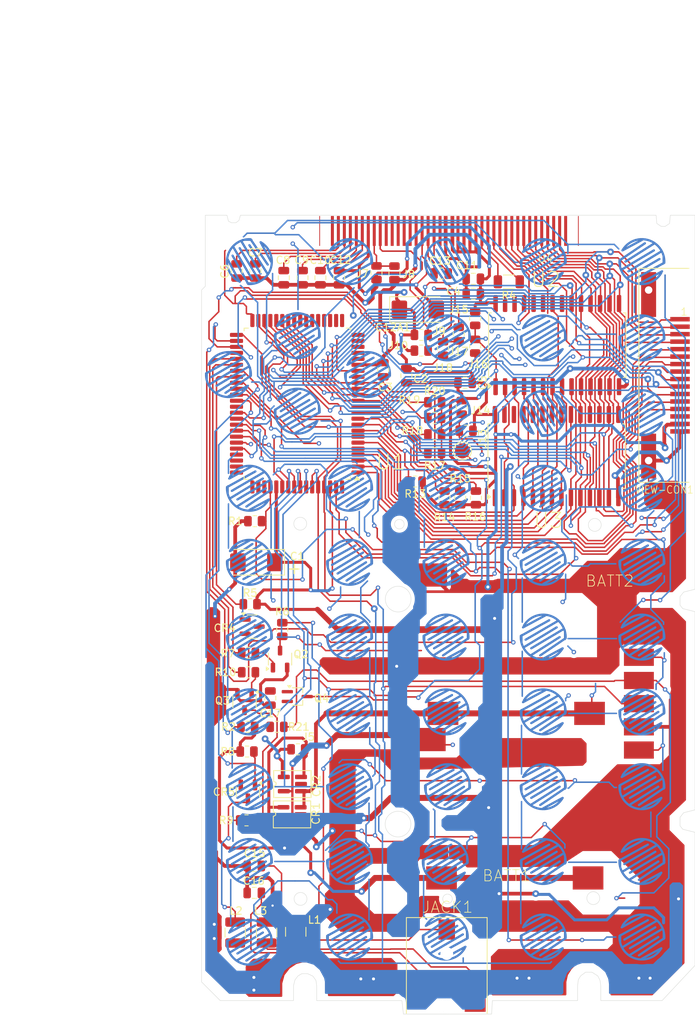
<source format=kicad_pcb>
(kicad_pcb (version 20241229) (generator "pcbnew") (generator_version "9.0")
  (title_block (title "TI-80 Calculator PCB Layout") (date "2025-Aug-24") (rev "2"))
  (layers (0 "F.Cu" signal) (2 "B.Cu" signal) (13 "F.Paste" user) (15 "B.Paste" user) (5 "F.SilkS" user "F.Silkscreen") (7 "B.SilkS" user "B.Silkscreen") (1 "F.Mask" user) (3 "B.Mask" user) (25 "Edge.Cuts" user))
  (net 0 "")
  (net 1 "Net-(BATT1--)")
  (net 2 "Net-(BATT1-+)")
  (net 3 "GND")
  (net 4 "Net-(BATT2-+)")
  (net 5 "VCC")
  (net 6 "~{RST}")
  (net 7 "Net-(U4-Pin_2)")
  (net 8 "Net-(U4-Pin_3)")
  (net 9 "Net-(U4-Pin_4)")
  (net 10 "Net-(U4-Pin_5)")
  (net 11 "Net-(U4-Pin_6)")
  (net 12 "Net-(U4-Pin_16)")
  (net 13 "Net-(U4-Pin_18)")
  (net 14 "Net-(U4-Pin_17)")
  (net 15 "Net-(C15-Pad1)")
  (net 16 "Net-(C16-Pad1)")
  (net 17 "Net-(CR4-K)")
  (net 18 "TIP_IN")
  (net 19 "RING_IN")
  (net 20 "Net-(CR5-K)")
  (net 21 "Net-(J7-B)")
  (net 22 "Net-(J10-A)")
  (net 23 "Net-(J15-B)")
  (net 24 "A15")
  (net 25 "ROM_~{CE}")
  (net 26 "Net-(JACK1-PadS)")
  (net 27 "Net-(Q2-B)")
  (net 28 "Net-(Q2-C)")
  (net 29 "Net-(Q3-C)")
  (net 30 "Net-(Q3-B)")
  (net 31 "Net-(U1-TBD52)")
  (net 32 "Net-(U4-Pin_27)")
  (net 33 "Net-(U4-Pin_26)")
  (net 34 "TIP_OUT")
  (net 35 "RING_OUT")
  (net 36 "D7")
  (net 37 "D6")
  (net 38 "D5")
  (net 39 "D4")
  (net 40 "D3")
  (net 41 "D2")
  (net 42 "D1")
  (net 43 "D0")
  (net 44 "COL2")
  (net 45 "A6")
  (net 46 "COL6")
  (net 47 "COL4")
  (net 48 "A0")
  (net 49 "ROW7")
  (net 50 "ROW1")
  (net 51 "RAM_~{CS}")
  (net 52 "A8")
  (net 53 "A7")
  (net 54 "A12")
  (net 55 "A2")
  (net 56 "A5")
  (net 57 "A10")
  (net 58 "LCD_~{CE}")
  (net 60 "~{STB}")
  (net 61 "COL0")
  (net 62 "ROW5")
  (net 63 "A13")
  (net 64 "COL3")
  (net 65 "A3")
  (net 66 "ROW4")
  (net 67 "A11")
  (net 68 "COL1")
  (net 69 "A9")
  (net 70 "A1")
  (net 71 "ROW3")
  (net 72 "A4")
  (net 73 "ROW0")
  (net 74 "A14")
  (net 75 "ROW6")
  (net 76 "~{WR}")
  (net 77 "COL5")
  (net 78 "ROW2")
  (net 81 "/ROM_~{CE1}")
  (net 82 "/ROM_~{CE2}")
  (net 83 "/ON_KEY")
  (net 84 "/MODE")
  (net 93 "Net-(JP1-B)")
  (net 94 "Net-(U1-TBD50)")
  (footprint "Capacitor_SMD:C_0805_2012Metric" (layer "F.Cu") (at 81.2 162.6 180)
    (property "Reference" "C15")
    (property "Value" "C")
  )
  (footprint "Resistor_SMD:R_0805_2012Metric" (layer "F.Cu") (at 84.2375 144)
    (property "Reference" "R21")
    (property "Value" "6.8M")
  )
  (footprint "ti80_footprint:Battery_Clip_CR2032" (layer "F.Cu") (at 120.65 145.7)
    (property "Reference" "BATT1")
    (property "Value" "CR2032")
  )
  (footprint "Capacitor_SMD:C_0805_2012Metric" (layer "F.Cu") (at 78.85 83.05 90)
    (property "Reference" "C6")
    (property "Value" "C")
  )
  (footprint "Package_TO_SOT_SMD:SOT-23-3" (layer "F.Cu") (at 79.9 140.6375 -90)
    (property "Reference" "Q3")
    (property "Value" "LG")
  )
  (footprint "Capacitor_SMD:C_0805_2012Metric" (layer "F.Cu") (at 81.35 83.05 90)
    (property "Reference" "C7")
    (property "Value" "C")
  )
  (footprint "Resistor_SMD:R_0805_2012Metric" (layer "F.Cu") (at 108.55 91.4875 90)
    (property "Reference" "J17")
    (property "Value" "0Ω")
  )
  (footprint "Resistor_SMD:R_0805_2012Metric" (layer "F.Cu") (at 103.5375 91.6)
    (property "Reference" "J9")
    (property "Value" "0Ω")
  )
  (footprint "Capacitor_SMD:C_0805_2012Metric" (layer "F.Cu") (at 92.55 83.95 90)
    (property "Reference" "C12")
    (property "Value" "C")
  )
  (footprint "Resistor_SMD:R_0805_2012Metric" (layer "F.Cu") (at 110.75 89.4125 -90)
    (property "Reference" "J15")
    (property "Value" "0Ω")
  )
  (footprint "Resistor_SMD:R_0805_2012Metric" (layer "F.Cu") (at 99.95 83.3125 -90)
    (property "Reference" "J8")
    (property "Value" "0")
  )
  (footprint "Resistor_SMD:R_0805_2012Metric" (layer "F.Cu") (at 105.3375 104.9 180)
    (property "Reference" "R18")
    (property "Value" "1M")
  )
  (footprint "Capacitor_SMD:C_0805_2012Metric" (layer "F.Cu") (at 110.5 86.1 180)
    (property "Reference" "C4")
    (property "Value" "C")
  )
  (footprint "Capacitor_SMD:C_0805_2012Metric" (layer "F.Cu") (at 110.5 84.1 180)
    (property "Reference" "C11")
    (property "Value" "C")
  )
  (footprint "Capacitor_SMD:C_0805_2012Metric" (layer "F.Cu") (at 83.35 140.15 -90)
    (property "Reference" "C17")
    (property "Value" "C")
  )
  (footprint "Resistor_SMD:R_0805_2012Metric" (layer "F.Cu") (at 110.75 93.1125 90)
    (property "Reference" "J16")
    (property "Value" "0")
  )
  (footprint "Capacitor_Tantalum_SMD:CP_EIA-6032-15_Kemet-U" (layer "F.Cu") (at 81.48 122 180)
    (property "Reference" "C1")
    (property "Value" "22u")
  )
  (footprint "ti80_footprint:TI80_ViewScreen" (layer "F.Cu") (at 135.95 97 -90)
    (property "Reference" "VIEW-CON1")
    (property "Value" "16-pin")
  )
  (footprint "Capacitor_SMD:C_0805_2012Metric" (layer "F.Cu") (at 109.4 98 180)
    (property "Reference" "C5")
    (property "Value" "C")
  )
  (footprint "Resistor_SMD:R_0805_2012Metric" (layer "F.Cu") (at 105.3375 100.6 180)
    (property "Reference" "R20")
    (property "Value" "1M")
  )
  (footprint "ti80_footprint:T6B79_LCD_40pin" (layer "F.Cu") (at 107.25 81.2)
    (property "Reference" "U4")
    (property "Value" "T6B79")
  )
  (footprint "Resistor_SMD:R_0805_2012Metric" (layer "F.Cu") (at 80.2375 147.3)
    (property "Reference" "R8")
    (property "Value" "10k")
  )
  (footprint "Resistor_SMD:R_0805_2012Metric" (layer "F.Cu") (at 80.65 127.6 180)
    (property "Reference" "R5")
    (property "Value" "10k")
  )
  (footprint "Resistor_SMD:R_0805_2012Metric" (layer "F.Cu") (at 102.7375 111.2 180)
    (property "Reference" "R13")
    (property "Value" "1M")
  )
  (footprint "Capacitor_SMD:C_0805_2012Metric" (layer "F.Cu") (at 87.65 83.95 90)
    (property "Reference" "C9")
    (property "Value" "C")
  )
  (footprint "Package_TO_SOT_SMD:SOT-23-3" (layer "F.Cu") (at 84.65 134.9375 90)
    (property "Reference" "Q2")
    (property "Value" "LG")
  )
  (footprint "Capacitor_Tantalum_SMD:CP_EIA-6032-15_Kemet-U" (layer "F.Cu") (at 103.08 88.2)
    (property "Reference" "C12A1")
    (property "Value" "22u")
  )
  (footprint "Resistor_SMD:R_0805_2012Metric" (layer "F.Cu") (at 80.4375 134.1)
    (property "Reference" "R7")
    (property "Value" "33k")
  )
  (footprint "ti80_footprint:Graph_Link_Jack" (layer "F.Cu") (at 106.95 169.5 180)
    (property "Reference" "JACK1")
    (property "Value" "Graph Link")
  )
  (footprint "Inductor_SMD:L_1210_3225Metric" (layer "F.Cu") (at 78.65 171.5 90)
    (property "Reference" "L2")
    (property "Value" "L")
  )
  (footprint "Resistor_SMD:R_0805_2012Metric" (layer "F.Cu") (at 106.45 93.4125 -90)
    (property "Reference" "J18")
    (property "Value" "0")
  )
  (footprint "Package_SO:SOP-28_8.4x18.16mm_P1.27mm" (layer "F.Cu") (at 121.735 92.9625 90)
    (property "Reference" "U2")
    (property "Value" "LH5359")
  )
  (footprint "Inductor_SMD:L_1210_3225Metric" (layer "F.Cu") (at 86.75 171.4 90)
    (property "Reference" "L1")
    (property "Value" "L")
  )
  (footprint "Resistor_SMD:R_0805_2012Metric" (layer "F.Cu") (at 105.3375 102.7 180)
    (property "Reference" "R19")
    (property "Value" "1M")
  )
  (footprint "Resistor_SMD:R_0805_2012Metric" (layer "F.Cu") (at 80.4375 136.7)
    (property "Reference" "R10")
    (property "Value" "33k")
  )
  (footprint "Package_QFP:PQFP-80_14x20mm_P0.8mm" (layer "F.Cu") (at 86.95 100.8 180)
    (property "Reference" "U1")
    (property "Value" "T6M53A")
  )
  (footprint "Package_TO_SOT_SMD:SOT-323_SC-70_Handsoldering" (layer "F.Cu") (at 86.95 139.95)
    (property "Reference" "Q4")
    (property "Value" "RIQ")
  )
  (footprint "Package_TO_SOT_SMD:SOT-23" (layer "F.Cu") (at 80.35 152.7 -90)
    (property "Reference" "CR5")
    (property "Value" "M1M")
  )
  (footprint "Resistor_SMD:R_0805_2012Metric" (layer "F.Cu") (at 105.3375 107.4 180)
    (property "Reference" "R17")
    (property "Value" "1M")
  )
  (footprint "TestPoint:TestPoint_Pad_D2.0mm" (layer "F.Cu") (at 109.05 107.1)
    (property "Reference" "TP1" (hide yes))
    (property "Value" "Pin 50 Test Point")
  )
  (footprint "Resistor_SMD:R_1206_3216Metric" (layer "F.Cu") (at 115.25 84.5 180)
    (property "Reference" "R4")
    (property "Value" "57.6k")
  )
  (footprint "Resistor_SMD:R_0805_2012Metric" (layer "F.Cu") (at 108.75 113.3875 90)
    (property "Reference" "R15")
    (property "Value" "1M")
  )
  (footprint "ti80_footprint:Switch_Slider_5way" (layer "F.Cu") (at 132.65 149.7)
    (property "Reference" "SW1" (hide yes))
    (property "Value" "Slide Switch")
  )
  (footprint "Resistor_SMD:R_0805_2012Metric" (layer "F.Cu") (at 97.55 83.2875 90)
    (property "Reference" "J7")
    (property "Value" "0Ω")
  )
  (footprint "Resistor_SMD:R_0805_2012Metric" (layer "F.Cu") (at 110.85 113.3875 90)
    (property "Reference" "R16")
    (property "Value" "1M")
  )
  (footprint "ti80_footprint:Rohm_SC-74A-5_1.55x2.9mm_P0.95mm" (layer "F.Cu") (at 86.3 151.65 180)
    (property "Reference" "CR2")
    (property "Value" "RB471E")
  )
  (footprint "Resistor_SMD:R_0805_2012Metric" (layer "F.Cu") (at 106.65 113.3875 90)
    (property "Reference" "R14")
    (property "Value" "1M")
  )
  (footprint "Resistor_SMD:R_0805_2012Metric" (layer "F.Cu") (at 108.95 101.2875 90)
    (property "Reference" "J14")
    (property "Value" "0Ω")
  )
  (footprint "Resistor_SMD:R_0805_2012Metric" (layer "F.Cu") (at 103.5375 93.7 180)
    (property "Reference" "J10")
    (property "Value" "0")
  )
  (footprint "Capacitor_SMD:C_0805_2012Metric" (layer "F.Cu") (at 85.15 83.95 90)
    (property "Reference" "C8")
    (property "Value" "C")
  )
  (footprint "Resistor_SMD:R_0805_2012Metric" (layer "F.Cu") (at 80.3375 144 180)
    (property "Reference" "R2")
    (property "Value" "1M")
  )
  (footprint "Inductor_SMD:L_1210_3225Metric" (layer "F.Cu") (at 82.85 171.5 90)
    (property "Reference" "L3")
    (property "Value" "L")
  )
  (footprint "Capacitor_SMD:C_0805_2012Metric" (layer "F.Cu") (at 106.2 83.4)
    (property "Reference" "C13")
    (property "Value" "C")
  )
  (footprint "Capacitor_SMD:C_0805_2012Metric" (layer "F.Cu") (at 98.45 96.25 90)
    (property "Reference" "C3")
    (property "Value" "C")
  )
  (footprint "Package_TO_SOT_SMD:SOT-23" (layer "F.Cu") (at 80.9125 130.6)
    (property "Reference" "CR4")
    (property "Value" "M1M")
  )
  (footprint "Capacitor_SMD:C_0805_2012Metric" (layer "F.Cu") (at 90.05 83.95 90)
    (property "Reference" "C10")
    (property "Value" "C")
  )
  (footprint "Resistor_SMD:R_0805_2012Metric" (layer "F.Cu") (at 109.5375 104.4 180)
    (property "Reference" "J13")
    (property "Value" "0")
  )
  (footprint "Capacitor_SMD:C_0805_2012Metric" (layer "F.Cu") (at 101.55 97.05 -90)
    (property "Reference" "C2")
    (property "Value" "C")
  )
  (footprint "ti80_footprint:Rohm_SC-74A-5_1.55x2.9mm_P0.95mm" (layer "F.Cu") (at 86.25 155.7 180)
    (property "Reference" "CR1")
    (property "Value" "RB471E")
  )
  (footprint "Resistor_SMD:R_0805_2012Metric" (layer "F.Cu") (at 81.2625 116.5 180)
    (property "Reference" "R1")
    (property "Value" "51k")
  )
  (footprint "Resistor_SMD:R_0805_2012Metric" (layer "F.Cu") (at 87.0375 147)
    (property "Reference" "J5")
    (property "Value" "0Ω")
  )
  (footprint "Capacitor_SMD:C_0805_2012Metric" (layer "F.Cu") (at 81.2 166.2 180)
    (property "Reference" "C16")
    (property "Value" "C")
  )
  (footprint "Resistor_SMD:R_0805_2012Metric" (layer "F.Cu") (at 84.95 130.9875 -90)
    (property "Reference" "R6")
    (property "Value" "470")
  )
  (footprint "Resistor_SMD:R_0805_2012Metric" (layer "F.Cu") (at 80.1625 156.5)
    (property "Reference" "R9")
    (property "Value" "470")
  )
  (footprint "Package_SO:SOP-28_8.4x18.16mm_P1.27mm" (layer "F.Cu") (at 121.65 107.8 90)
    (property "Reference" "U3")
    (property "Value" "SRM2264")
  )
  (footprint "ti80_footprint:Battery_Clip_CR2032" (layer "F.Cu") (at 120.85 123.7)
    (property "Reference" "BATT2")
    (property "Value" "CR2032")
  )
  (footprint "ti80_footprint:TI80_Key" (layer "B.Cu") (at 107.05 112.1 180)
    (property "Reference" "SW12" (hide yes))
    (property "Value" "PRGM")
  )
  (footprint "ti80_footprint:TI80_Key" (layer "B.Cu") (at 86.95 101.8)
    (property "Reference" "SW51" (hide yes))
    (property "Value" "▼")
  )
  (footprint "ti80_footprint:TI80_Key" (layer "B.Cu") (at 107.05 92 180)
    (property "Reference" "SW8" (hide yes))
    (property "Value" "DEL")
  )
  (footprint "ti80_footprint:TI80_Key" (layer "B.Cu") (at 106.85 132 180)
    (property "Reference" "SW26" (hide yes))
    (property "Value" "(")
  )
  (footprint "ti80_footprint:TI80_Key" (layer "B.Cu") (at 96.35 96.9 180)
    (property "Reference" "SW37" (hide yes))
    (property "Value" "►")
  )
  (footprint "ti80_footprint:TI80_Key" (layer "B.Cu") (at 106.75 172.1)
    (property "Reference" "SW55" (hide yes))
    (property "Value" "0")
  )
  (footprint "ti80_footprint:TI80_Key" (layer "B.Cu") (at 93.949999 112.1 180)
    (property "Reference" "SW11" (hide yes))
    (property "Value" "VARS")
  )
  (footprint "ti80_footprint:TI80_Key" (layer "B.Cu") (at 119.85 102.1 -90)
    (property "Reference" "SW6" (hide yes))
    (property "Value" "X,T")
  )
  (footprint "ti80_footprint:TI80_Key" (layer "B.Cu") (at 133.05 162 180)
    (property "Reference" "SW49" (hide yes))
    (property "Value" "STO►")
  )
  (footprint "ti80_footprint:TI80_Key" (layer "B.Cu") (at 107.05 152 180)
    (property "Reference" "SW40" (hide yes))
    (property "Value" "5")
  )
  (footprint "ti80_footprint:TI80_Key" (layer "B.Cu") (at 107.05 102 180)
    (property "Reference" "SW5" (hide yes))
    (property "Value" "STAT")
  )
  (footprint "ti80_footprint:TI80_Key" (layer "B.Cu") (at 80.549999 152 180)
    (property "Reference" "SW38" (hide yes))
    (property "Value" "-")
  )
  (footprint "ti80_footprint:TI80_Key" (layer "B.Cu") (at 119.85 142 180)
    (property "Reference" "SW34" (hide yes))
    (property "Value" "7")
  )
  (footprint "ti80_footprint:TI80_Key" (layer "B.Cu") (at 93.949999 132 180)
    (property "Reference" "SW25" (hide yes))
    (property "Value" ")")
  )
  (footprint "ti80_footprint:TI80_Key" (layer "B.Cu") (at 80.549999 132 180)
    (property "Reference" "SW24" (hide yes))
    (property "Value" "÷")
  )
  (footprint "ti80_footprint:TI80_Key" (layer "B.Cu") (at 119.85 172.1 180)
    (property "Reference" "SW54" (hide yes))
    (property "Value" "•")
  )
  (footprint "ti80_footprint:TI80_Key" (layer "B.Cu") (at 133.05 122 180)
    (property "Reference" "SW21" (hide yes))
    (property "Value" "x⁻¹")
  )
  (footprint "ti80_footprint:TI80_Key" (layer "B.Cu") (at 133.05 81.800001)
    (property "Reference" "SW29" (hide yes))
    (property "Value" "Y=")
  )
  (footprint "ti80_footprint:TI80_Key" (layer "B.Cu") (at 133.05 112.1 180)
    (property "Reference" "SW14" (hide yes))
    (property "Value" "MATH")
  )
  (footprint "ti80_footprint:TI80_Key" (layer "B.Cu") (at 93.949999 122 180)
    (property "Reference" "SW18" (hide yes))
    (property "Value" "TAN")
  )
  (footprint "ti80_footprint:TI80_Key" (layer "B.Cu") (at 93.949999 162 180)
    (property "Reference" "SW46" (hide yes))
    (property "Value" "3")
  )
  (footprint "ti80_footprint:TI80_Key" (layer "B.Cu") (at 119.85 152 180)
    (property "Reference" "SW41" (hide yes))
    (property "Value" "4")
  )
  (footprint "ti80_footprint:TI80_Key" (layer "B.Cu") (at 133.05 132 180)
    (property "Reference" "SW28" (hide yes))
    (property "Value" "x²")
  )
  (footprint "ti80_footprint:TI80_Key" (layer "B.Cu") (at 93.949999 142 180)
    (property "Reference" "SW32" (hide yes))
    (property "Value" "9")
  )
  (footprint "ti80_footprint:TI80_Key" (layer "B.Cu") (at 133.05 92 180)
    (property "Reference" "SW22" (hide yes))
    (property "Value" "2nd")
  )
  (footprint "ti80_footprint:TI80_Key" (layer "B.Cu") (at 93.949999 152 180)
    (property "Reference" "SW39" (hide yes))
    (property "Value" "6")
  )
  (footprint "ti80_footprint:TI80_Key" (layer "B.Cu") (at 119.85 132 180)
    (property "Reference" "SW27" (hide yes))
    (property "Value" ",")
  )
  (footprint "ti80_footprint:TI80_Key" (layer "B.Cu") (at 106.85 122 180)
    (property "Reference" "SW19" (hide yes))
    (property "Value" "COS")
  )
  (footprint "ti80_footprint:TI80_Key" (layer "B.Cu") (at 80.549999 172.8 180)
    (property "Reference" "SW52" (hide yes))
    (property "Value" "ENTER")
  )
  (footprint "ti80_footprint:TI80_Key" (layer "B.Cu") (at 80.549999 122)
    (property "Reference" "SW17" (hide yes))
    (property "Value" "^")
  )
  (footprint "ti80_footprint:TI80_Key" (layer "B.Cu") (at 80.55 81.8 -90)
    (property "Reference" "SW57" (hide yes))
    (property "Value" "GRAPH")
  )
  (footprint "ti80_footprint:TI80_Key" (layer "B.Cu") (at 80.549999 142 180)
    (property "Reference" "SW31" (hide yes))
    (property "Value" "×")
  )
  (footprint "ti80_footprint:TI80_Key" (layer "B.Cu") (at 119.85 92 180)
    (property "Reference" "SW15" (hide yes))
    (property "Value" "MODE")
  )
  (footprint "ti80_footprint:TI80_Key" (layer "B.Cu") (at 80.549999 162 180)
    (property "Reference" "SW45" (hide yes))
    (property "Value" "+")
  )
  (footprint "ti80_footprint:TI80_Key" (layer "B.Cu") (at 80.549999 112.1 180)
    (property "Reference" "SW10" (hide yes))
    (property "Value" "CLEAR")
  )
  (footprint "ti80_footprint:TI80_Key" (layer "B.Cu") (at 86.95 91.7 180)
    (property "Reference" "SW30" (hide yes))
    (property "Value" "▲")
  )
  (footprint "ti80_footprint:TI80_Key" (layer "B.Cu") (at 77.75 96.9 180)
    (property "Reference" "SW44" (hide yes))
    (property "Value" "◄")
  )
  (footprint "ti80_footprint:TI80_Key" (layer "B.Cu") (at 119.85 112.1 180)
    (property "Reference" "SW13" (hide yes))
    (property "Value" "FRAC")
  )
  (footprint "ti80_footprint:TI80_Key" (layer "B.Cu") (at 133.05 152 180)
    (property "Reference" "SW42" (hide yes))
    (property "Value" "LN")
  )
  (footprint "ti80_footprint:TI80_Key" (layer "B.Cu") (at 106.85 142 180)
    (property "Reference" "SW33" (hide yes))
    (property "Value" "8")
  )
  (footprint "ti80_footprint:TI80_Key" (layer "B.Cu") (at 119.85 122 180)
    (property "Reference" "SW20" (hide yes))
    (property "Value" "SIN")
  )
  (footprint "ti80_footprint:TI80_Key" (layer "B.Cu") (at 133.05 172.1 180)
    (property "Reference" "SW2" (hide yes))
    (property "Value" "ON")
  )
  (footprint "ti80_footprint:TI80_Key" (layer "B.Cu") (at 119.85 81.800001 180)
    (property "Reference" "SW36" (hide yes))
    (property "Value" "WINDOW")
  )
  (footprint "ti80_footprint:TI80_Key" (layer "B.Cu") (at 93.95 81.8)
    (property "Reference" "SW50" (hide yes))
    (property "Value" "TRACE")
  )
  (footprint "ti80_footprint:TI80_Key" (layer "B.Cu") (at 107.05 81.800001 90)
    (property "Reference" "SW43" (hide yes))
    (property "Value" "ZOOM")
  )
  (footprint "ti80_footprint:TI80_Key" (layer "B.Cu") (at 119.85 162 180)
    (property "Reference" "SW48" (hide yes))
    (property "Value" "1")
  )
  (footprint "ti80_footprint:TI80_Key" (layer "B.Cu") (at 133.05 142 180)
    (property "Reference" "SW35" (hide yes))
    (property "Value" "LOG")
  )
  (footprint "ti80_footprint:TI80_Key" (layer "B.Cu") (at 93.949999 172.1 180)
    (property "Reference" "SW53" (hide yes))
    (property "Value" "(-)")
  )
  (footprint "ti80_footprint:TI80_Key" (layer "B.Cu") (at 133.05 102)
    (property "Reference" "SW7" (hide yes))
    (property "Value" "ALPHA")
  )
  (footprint "ti80_footprint:TI80_Key" (layer "B.Cu") (at 106.75 162 180)
    (property "Reference" "SW47" (hide yes))
    (property "Value" "2")
  )
  (gr_line (start 86.55 122.3) (end 86.55 123.5) (stroke (width 0.2)) (layer "F.SilkS"))
  (gr_line (start 87.15 122.9) (end 85.95 122.9) (stroke (width 0.2)) (layer "F.SilkS"))
  (gr_circle (center 107.05 167) (end 107.45 167.5) (stroke (width 0.05)) (fill no) (layer "Edge.Cuts"))
  (gr_circle (center 87.35 116.839767) (end 87.85 117.539767) (stroke (width 0.05)) (fill no) (layer "Edge.Cuts"))
  (gr_circle (center 100.429535 157) (end 101.829535 158) (stroke (width 0.05)) (fill no) (layer "Edge.Cuts"))
  (gr_circle (center 87.389767 167) (end 87.889767 167.7) (stroke (width 0.05)) (fill no) (layer "Edge.Cuts"))
  (gr_circle (center 100.609688 116.9) (end 101.009688 117.4) (stroke (width 0.05)) (fill no) (layer "Edge.Cuts"))
  (gr_poly (pts (xy 74.65 75.6) (xy 74.65 85.1) (xy 74.15 85.6) (xy 74.15 178.1) (xy 76.65 180.6) (xy 86.45 180.6) (xy 86.45 178.6) (xy 86.65 177.826341) (xy 87.05 177.3) (xy 87.55 177) (xy 88.35 177) (xy 89.05 177.334014) (xy 89.45 177.9) (xy 89.55 178.6) (xy 89.55 180.6) (xy 100.95 180.6) (xy 101.15 182.4) (xy 112.95 182.4) (xy 113.05 180.6) (xy 124.45 180.6) (xy 124.45 178.6) (xy 124.55 177.8) (xy 124.85 177.3) (xy 125.525 176.8) (xy 126.36875 176.8) (xy 127.15 177.3) (xy 127.45 177.9) (xy 127.55 178.6) (xy 127.55 180.6) (xy 135.75 180.6) (xy 140.15 175.9) (xy 140.15 158.1) (xy 138.513803 157.690951) (xy 138.15 157.225) (xy 138.15 156.1) (xy 138.635071 155.478732) (xy 140.15 155.1) (xy 140.15 128.6) (xy 138.513803 128.190951) (xy 138.15 127.725) (xy 138.15 126.6) (xy 138.635071 125.978732) (xy 140.15 125.6) (xy 140.15 75.6) (xy 136.85 75.6) (xy 136.75 76.7) (xy 136.15 77.1) (xy 135.614096 77.083259) (xy 135.05 76.7) (xy 134.95 75.6) (xy 79.35 75.6) (xy 79.15 76.3) (xy 78.75 76.6) (xy 78.15 76.6) (xy 77.75 76.4) (xy 77.55 75.6)) (stroke (width 0.05)) (fill no) (layer "Edge.Cuts"))
  (gr_circle (center 126.75 117) (end 127.25 117.7) (stroke (width 0.05)) (fill no) (layer "Edge.Cuts"))
  (gr_circle (center 126.55 166.9) (end 127.05 167.6) (stroke (width 0.05)) (fill no) (layer "Edge.Cuts"))
  (gr_circle (center 100.45 126.920465) (end 101.85 127.920465) (stroke (width 0.05)) (fill no) (layer "Edge.Cuts"))
  (segment (start 98.85 151.2) (end 96.65 149) (width 0.2) (layer "F.Cu") (net 0))
  (segment (start 94.45 89) (end 94.45 87.9) (width 0.2) (layer "F.Cu") (net 0))
  (segment (start 135.827273 116.060582) (end 135.94517 116.178479) (width 0.2) (layer "F.Cu") (net 0))
  (segment (start 133.24919 127.036398) (end 135.466711 127.036398) (width 0.2) (layer "F.Cu") (net 0))
  (segment (start 123.900033 151.149967) (end 123.85 151.2) (width 0.2) (layer "F.Cu") (net 0))
  (segment (start 124.086282 151.149967) (end 123.900033 151.149967) (width 0.2) (layer "F.Cu") (net 0))
  (segment (start 94.45 87.9) (end 93.35 86.8) (width 0.2) (layer "F.Cu") (net 0))
  (segment (start 111.35 151.2) (end 98.85 151.2) (width 0.2) (layer "F.Cu") (net 0))
  (segment (start 93.35 86.8) (end 80.15 86.8) (width 0.2) (layer "F.Cu") (net 0))
  (segment (start 133.021306 116.060582) (end 135.827273 116.060582) (width 0.2) (layer "F.Cu") (net 0))
  (segment (start 135.466711 127.036398) (end 135.484667 127.054354) (width 0.2) (layer "F.Cu") (net 0))
  (segment (start 123.85 151.2) (end 111.35 151.2) (width 0.2) (layer "F.Cu") (net 0))
  (segment (start 133.139204 117.911576) (end 135.650426 117.911576) (width 0.2) (layer "F.Cu") (net 0))
  (segment (start 135.650426 117.911576) (end 135.93338 117.628622) (width 0.2) (layer "F.Cu") (net 0))
  (segment (start 80.15 86.8) (end 79.95 86.6) (width 0.2) (layer "F.Cu") (net 0))
  (via (at 133.021306 116.060582) (size 0.6) (drill 0.3) (layers "F.Cu" "B.Cu") (net 0))
  (via (at 112.45 108.2) (size 0.6) (drill 0.3) (layers "F.Cu" "B.Cu") (net 0))
  (via (at 123.25 139.8) (size 0.6) (drill 0.3) (layers "F.Cu" "B.Cu") (net 0))
  (via (at 135.484667 127.054354) (size 0.6) (drill 0.3) (layers "F.Cu" "B.Cu") (net 0))
  (via (at 79.95 86.6) (size 0.6) (drill 0.3) (layers "F.Cu" "B.Cu") (net 0))
  (via (at 86.35 79.4) (size 0.6) (drill 0.3) (layers "F.Cu" "B.Cu") (net 0))
  (via (at 117.45 95.6) (size 0.6) (drill 0.3) (layers "F.Cu" "B.Cu") (net 0))
  (via (at 94.45 89) (size 0.9) (drill 0.4) (layers "F.Cu" "B.Cu") (net 0))
  (via (at 80.75 94.6) (size 0.6) (drill 0.3) (layers "F.Cu" "B.Cu") (net 0))
  (via (at 101.05 101.9) (size 0.6) (drill 0.3) (layers "F.Cu" "B.Cu") (net 0))
  (via (at 83.75 127.1) (size 0.6) (drill 0.3) (layers "F.Cu" "B.Cu") (net 0))
  (via (at 91.25 128.2) (size 0.6) (drill 0.3) (layers "F.Cu" "B.Cu") (net 0))
  (via (at 133.139204 117.911576) (size 0.6) (drill 0.3) (layers "F.Cu" "B.Cu") (net 0))
  (via (at 135.94517 116.178479) (size 0.6) (drill 0.3) (layers "F.Cu" "B.Cu") (net 0))
  (via (at 96.65 149) (size 0.6) (drill 0.3) (layers "F.Cu" "B.Cu") (net 0))
  (via (at 135.93338 117.628622) (size 0.6) (drill 0.3) (layers "F.Cu" "B.Cu") (net 0))
  (via (at 86.35 77.2) (size 0.6) (drill 0.3) (layers "F.Cu" "B.Cu") (net 0))
  (via (at 133.24919 127.036398) (size 0.6) (drill 0.3) (layers "F.Cu" "B.Cu") (net 0))
  (via (at 114.25 94.3) (size 0.6) (drill 0.3) (layers "F.Cu" "B.Cu") (net 0))
  (via (at 111.35 151.2) (size 0.6) (drill 0.3) (layers "F.Cu" "B.Cu") (net 0))
  (via (at 83.25 100.2) (size 0.6) (drill 0.3) (layers "F.Cu" "B.Cu") (net 0))
  (via (at 124.086282 151.149967) (size 0.6) (drill 0.3) (layers "F.Cu" "B.Cu") (net 0))
  (via (at 112.15 92.1) (size 0.6) (drill 0.3) (layers "F.Cu" "B.Cu") (net 0))
  (via (at 122.45 127.3) (size 0.6) (drill 0.3) (layers "F.Cu" "B.Cu") (net 0))
  (via (at 116.05 121) (size 0.6) (drill 0.3) (layers "F.Cu" "B.Cu") (net 0))
  (via (at 111.75 103.3) (size 0.6) (drill 0.3) (layers "F.Cu" "B.Cu") (net 0))
  (via (at 116.45 110.5) (size 0.6) (drill 0.3) (layers "F.Cu" "B.Cu") (net 0))
  (via (at 123.95 134) (size 0.6) (drill 0.3) (layers "F.Cu" "B.Cu") (net 0))
  (segment (start 129.65 132.2) (end 123.176 132.2) (width 0.2) (layer "B.Cu") (net 0))
  (segment (start 136.05 124.6) (end 134.25 126.4) (width 0.2) (layer "B.Cu") (net 0))
  (segment (start 82.45 96.7) (end 82.45 94.8) (width 0.2) (layer "B.Cu") (net 0))
  (segment (start 96.65 144.1) (end 96.65 146.3) (width 0.2) (layer "B.Cu") (net 0))
  (segment (start 78.35 159.3) (end 78.35 154.7) (width 0.2) (layer "B.Cu") (net 0))
  (segment (start 129.35 79.5) (end 128.85 79.5) (width 0.2) (layer "B.Cu") (net 0))
  (segment (start 81.15 169) (end 81.75 169.6) (width 0.2) (layer "B.Cu") (net 0))
  (segment (start 77.75 120.1) (end 77.75 114.2) (width 0.2) (layer "B.Cu") (net 0))
  (segment (start 136.85 125.7) (end 135.35 127.2) (width 0.2) (layer "B.Cu") (net 0))
  (segment (start 129.55 91.5) (end 125.55 91.5) (width 0.2) (layer "B.Cu") (net 0))
  (segment (start 116.85 170.3) (end 116.85 163.7) (width 0.2) (layer "B.Cu") (net 0))
  (segment (start 136.85 119.9) (end 136.85 125.7) (width 0.2) (layer "B.Cu") (net 0))
  (segment (start 103.45 81.2) (end 103.65 81) (width 0.2) (layer "B.Cu") (net 0))
  (segment (start 93.55 148.4) (end 92.95 148.4) (width 0.2) (layer "B.Cu") (net 0))
  (segment (start 82.05 96.9329) (end 83.352 98.2349) (width 0.2) (layer "B.Cu") (net 0))
  (segment (start 132.05 88.6) (end 132.05 85.1) (width 0.2) (layer "B.Cu") (net 0))
  (segment (start 81.15 167.8) (end 81.15 168.3) (width 0.2) (layer "B.Cu") (net 0))
  (segment (start 112.55 90.2) (end 112.35 90) (width 0.2) (layer "B.Cu") (net 0))
  (segment (start 83.352 100.098) (end 83.25 100.2) (width 0.2) (layer "B.Cu") (net 0))
  (segment (start 116.05 121) (end 117.05 120) (width 0.2) (layer "B.Cu") (net 0))
  (segment (start 96.55 154.2) (end 96.55 156.7) (width 0.2) (layer "B.Cu") (net 0))
  (segment (start 110.05 103.4) (end 110.15 103.3) (width 0.2) (layer "B.Cu") (net 0))
  (segment (start 124.85 90.8) (end 123.15 89.1) (width 0.2) (layer "B.Cu") (net 0))
  (segment (start 119.95 76.3) (end 85.65 76.3) (width 0.2) (layer "B.Cu") (net 0))
  (segment (start 116.95 150.3) (end 116.95 143.8) (width 0.2) (layer "B.Cu") (net 0))
  (segment (start 78.25 144.6) (end 78.25 149.5) (width 0.2) (layer "B.Cu") (net 0))
  (segment (start 79.05 92.9) (end 80.75 94.6) (width 0.2) (layer "B.Cu") (net 0))
  (segment (start 123.25 152.2) (end 123.176 152.2) (width 0.2) (layer "B.Cu") (net 0))
  (segment (start 128.35 92.2) (end 131.95 95.8) (width 0.2) (layer "B.Cu") (net 0))
  (segment (start 117.45 95.6) (end 115.55 95.6) (width 0.2) (layer "B.Cu") (net 0))
  (segment (start 126.25 122.2) (end 126.15 122.2) (width 0.2) (layer "B.Cu") (net 0))
  (segment (start 96.65 129.9) (end 96.65 130) (width 0.2) (layer "B.Cu") (net 0))
  (segment (start 84.05 78.2) (end 87.15 78.2) (width 0.2) (layer "B.Cu") (net 0))
  (segment (start 95.65 85.2) (end 97.35 83.5) (width 0.2) (layer "B.Cu") (net 0))
  (segment (start 79.65 128.6) (end 79.55 128.7) (width 0.2) (layer "B.Cu") (net 0))
  (segment (start 102.85 101.9) (end 102.65 101.9) (width 0.2) (layer "B.Cu") (net 0))
  (segment (start 123.65 122.4) (end 123.35 122.1) (width 0.2) (layer "B.Cu") (net 0))
  (segment (start 81.15 168.3) (end 81.15 169) (width 0.2) (layer "B.Cu") (net 0))
  (segment (start 108.55 76.6) (end 101.15 76.6) (width 0.2) (layer "B.Cu") (net 0))
  (segment (start 123.15 133.2) (end 123.95 134) (width 0.2) (layer "B.Cu") (net 0))
  (segment (start 92.75 125.3) (end 92.75 126.7) (width 0.2) (layer "B.Cu") (net 0))
  (segment (start 112.05 108.4) (end 112.25 108.4) (width 0.2) (layer "B.Cu") (net 0))
  (segment (start 110.85 109.2) (end 111.65 108.4) (width 0.2) (layer "B.Cu") (net 0))
  (segment (start 112.25 108.4) (end 112.45 108.2) (width 0.2) (layer "B.Cu") (net 0))
  (segment (start 88.55 164.6) (end 86.65 164.6) (width 0.2) (layer "B.Cu") (net 0))
  (segment (start 135.95 95.8) (end 137.95 97.8) (width 0.2) (layer "B.Cu") (net 0))
  (segment (start 96.65 134) (end 96.65 137.3) (width 0.2) (layer "B.Cu") (net 0))
  (segment (start 109.25 85) (end 117.55 85) (width 0.2) (layer "B.Cu") (net 0))
  (segment (start 135.95 130) (end 135.95 130.1) (width 0.2) (layer "B.Cu") (net 0))
  (segment (start 79.85 86.6) (end 79.05 87.4) (width 0.2) (layer "B.Cu") (net 0))
  (segment (start 92.95 148.4) (end 92.55 148.8) (width 0.2) (layer "B.Cu") (net 0))
  (segment (start 123.35 93.1) (end 123.85 92.6) (width 0.2) (layer "B.Cu") (net 0))
  (segment (start 124.55 91.7) (end 125.05 91.7) (width 0.2) (layer "B.Cu") (net 0))
  (segment (start 79.05 87.4) (end 79.05 92.9) (width 0.2) (layer "B.Cu") (net 0))
  (segment (start 105.35 155.2) (end 105.15 155) (width 0.2) (layer "B.Cu") (net 0))
  (segment (start 120.75 85.7) (end 121.35 85.1) (width 0.2) (layer "B.Cu") (net 0))
  (segment (start 124.05 151.4) (end 123.25 152.2) (width 0.2) (layer "B.Cu") (net 0))
  (segment (start 136.45 111.2) (end 137.149 110.501) (width 0.2) (layer "B.Cu") (net 0))
  (segment (start 83.75 127.1) (end 83.45 126.8) (width 0.2) (layer "B.Cu") (net 0))
  (segment (start 116.75 90.9) (end 116.35 90.9) (width 0.2) (layer "B.Cu") (net 0))
  (segment (start 115.65 90.2) (end 112.55 90.2) (width 0.2) (layer "B.Cu") (net 0))
  (segment (start 96.55 164.4) (end 96.55 169.8) (width 0.2) (layer "B.Cu") (net 0))
  (segment (start 95.25 115.2) (end 95.25 118.7) (width 0.2) (layer "B.Cu") (net 0))
  (segment (start 132.25 118.5) (end 132.65 118.1) (width 0.2) (layer "B.Cu") (net 0))
  (segment (start 116.45 81.9) (end 116.05 81.9) (width 0.2) (layer "B.Cu") (net 0))
  (segment (start 96.15 159.4) (end 96.55 159.8) (width 0.2) (layer "B.Cu") (net 0))
  (segment (start 97.35 147) (end 97.35 150.3) (width 0.2) (layer "B.Cu") (net 0))
  (segment (start 117.85 85.3) (end 118.25 85.7) (width 0.2) (layer "B.Cu") (net 0))
  (segment (start 122.85 123.6) (end 122.85 126.9) (width 0.2) (layer "B.Cu") (net 0))
  (segment (start 91.05 167.1) (end 88.55 164.6) (width 0.2) (layer "B.Cu") (net 0))
  (segment (start 123.75 122.5) (end 123.65 122.4) (width 0.2) (layer "B.Cu") (net 0))
  (segment (start 137.149 109.6) (end 137.149 105.599) (width 0.2) (layer "B.Cu") (net 0))
  (segment (start 83.85 97.801) (end 83.85 99.2) (width 0.2) (layer "B.Cu") (net 0))
  (segment (start 83.55 93.7) (end 84.25 93.7) (width 0.2) (layer "B.Cu") (net 0))
  (segment (start 96.65 137.3) (end 96.65 139.9) (width 0.2) (layer "B.Cu") (net 0))
  (segment (start 77.75 108.4) (end 78.95 107.2) (width 0.2) (layer "B.Cu") (net 0))
  (segment (start 120.55 85.7) (end 120.75 85.7) (width 0.2) (layer "B.Cu") (net 0))
  (segment (start 95.45 126.1) (end 95.45 128.7) (width 0.2) (layer "B.Cu") (net 0))
  (segment (start 96.55 159.8) (end 96.55 160) (width 0.2) (layer "B.Cu") (net 0))
  (segment (start 77.65 140.2) (end 77.65 134) (width 0.2) (layer "B.Cu") (net 0))
  (segment (start 126.15 122.2) (end 125.85 122.5) (width 0.2) (layer "B.Cu") (net 0))
  (segment (start 137.149 105.599) (end 136.15 104.6) (width 0.2) (layer "B.Cu") (net 0))
  (segment (start 124.85 102.1) (end 121.95 99.2) (width 0.2) (layer "B.Cu") (net 0))
  (segment (start 117.05 130) (end 117.05 124.1) (width 0.2) (layer "B.Cu") (net 0))
  (segment (start 117.55 85) (end 117.85 85.3) (width 0.2) (layer "B.Cu") (net 0))
  (segment (start 117.05 139.9) (end 117.05 133.9) (width 0.2) (layer "B.Cu") (net 0))
  (segment (start 136.55 93.3) (end 138.45 95.2) (width 0.2) (layer "B.Cu") (net 0))
  (segment (start 131.95 95.8) (end 135.95 95.8) (width 0.2) (layer "B.Cu") (net 0))
  (segment (start 123.85 92.6) (end 123.85 92.4) (width 0.2) (layer "B.Cu") (net 0))
  (segment (start 129.65 152.1) (end 129.35 152.1) (width 0.2) (layer "B.Cu") (net 0))
  (segment (start 94.85 99.9) (end 94.55 99.9) (width 0.2) (layer "B.Cu") (net 0))
  (segment (start 78.05 170.4) (end 78.05 164.4) (width 0.2) (layer "B.Cu") (net 0))
  (segment (start 134.25 126.4) (end 134.25 128.3) (width 0.2) (layer "B.Cu") (net 0))
  (segment (start 136.15 89.3) (end 138.85 92) (width 0.2) (layer "B.Cu") (net 0))
  (segment (start 125.85 122.5) (end 123.75 122.5) (width 0.2) (layer "B.Cu") (net 0))
  (segment (start 110.15 92.9) (end 110.95 92.1) (width 0.2) (layer "B.Cu") (net 0))
  (segment (start 92.25 167.7) (end 91.65 167.1) (width 0.2) (layer "B.Cu") (net 0))
  (segment (start 129.95 80.1) (end 129.35 79.5) (width 0.2) (layer "B.Cu") (net 0))
  (segment (start 94.55 99.9) (end 92.45 97.8) (width 0.2) (layer "B.Cu") (net 0))
  (segment (start 83.551 97.801) (end 82.45 96.7) (width 0.2) (layer "B.Cu") (net 0))
  (segment (start 112.25 78.1) (end 110.75 76.6) (width 0.2) (layer "B.Cu") (net 0))
  (segment (start 123.35 122.1) (end 123.176 122.1) (width 0.2) (layer "B.Cu") (net 0))
  (segment (start 138.45 95.2) (end 138.45 115.1) (width 0.2) (layer "B.Cu") (net 0))
  (segment (start 84.25 99.6) (end 84.25 99.9) (width 0.2) (layer "B.Cu") (net 0))
  (segment (start 96.55 156.7) (end 96.15 157.1) (width 0.2) (layer "B.Cu") (net 0))
  (segment (start 79.776 78.474) (end 80.25 78) (width 0.2) (layer "B.Cu") (net 0))
  (segment (start 116.45 110.5) (end 116.75 110.8) (width 0.2) (layer "B.Cu") (net 0))
  (segment (start 96.35 124.5) (end 95.45 125.4) (width 0.2) (layer "B.Cu") (net 0))
  (segment (start 96.15 157.1) (end 96.15 159.4) (width 0.2) (layer "B.Cu") (net 0))
  (segment (start 79.65 125.3) (end 79.65 128.6) (width 0.2) (layer "B.Cu") (net 0))
  (segment (start 90.55 162) (end 83.95 162) (width 0.2) (layer "B.Cu") (net 0))
  (segment (start 136.05 104.5) (end 136.05 103.8) (width 0.2) (layer "B.Cu") (net 0))
  (segment (start 92.149 97.801) (end 83.85 97.801) (width 0.2) (layer "B.Cu") (net 0))
  (segment (start 103.45 82.4) (end 103.45 81.2) (width 0.2) (layer "B.Cu") (net 0))
  (segment (start 92.15 97.8) (end 92.149 97.801) (width 0.2) (layer "B.Cu") (net 0))
  (segment (start 138.85 117.9) (end 136.85 119.9) (width 0.2) (layer "B.Cu") (net 0))
  (segment (start 83.85 78) (end 84.05 78.2) (width 0.2) (layer "B.Cu") (net 0))
  (segment (start 135.95 130.1) (end 135.95 130.3) (width 0.2) (layer "B.Cu") (net 0))
  (segment (start 96.65 146.3) (end 97.35 147) (width 0.2) (layer "B.Cu") (net 0))
  (segment (start 129.35 152.1) (end 128.65 151.4) (width 0.2) (layer "B.Cu") (net 0))
  (segment (start 92.75 126.7) (end 91.25 128.2) (width 0.2) (layer "B.Cu") (net 0))
  (segment (start 102.95 83.5) (end 103.45 83) (width 0.2) (layer "B.Cu") (net 0))
  (segment (start 83.45 126.8) (end 83.45 126.7) (width 0.2) (layer "B.Cu") (net 0))
  (segment (start 123.15 79.5) (end 123.15 80.7) (width 0.2) (layer "B.Cu") (net 0))
  (segment (start 129.65 162.1) (end 123.25 162.1) (width 0.2) (layer "B.Cu") (net 0))
  (segment (start 125.05 91.7) (end 125.55 92.2) (width 0.2) (layer "B.Cu") (net 0))
  (segment (start 122.85 126.9) (end 122.45 127.3) (width 0.2) (layer "B.Cu") (net 0))
  (segment (start 102.65 101.9) (end 101.05 101.9) (width 0.2) (layer "B.Cu") (net 0))
  (segment (start 85.65 76.3) (end 83.95 78) (width 0.2) (layer "B.Cu") (net 0))
  (segment (start 109.05 84.8) (end 109.25 85) (width 0.2) (layer "B.Cu") (net 0))
  (segment (start 117.05 119.5) (end 117.05 116.6) (width 0.2) (layer "B.Cu") (net 0))
  (segment (start 82.05 94.5) (end 83.65 92.9) (width 0.2) (layer "B.Cu") (net 0))
  (segment (start 83.352 98.2349) (end 83.352 100.098) (width 0.2) (layer "B.Cu") (net 0))
  (segment (start 116.35 90.9) (end 115.65 90.2) (width 0.2) (layer "B.Cu") (net 0))
  (segment (start 116.05 81.9) (end 112.25 78.1) (width 0.2) (layer "B.Cu") (net 0))
  (segment (start 117.05 116.6) (end 117.05 114.1) (width 0.2) (layer "B.Cu") (net 0))
  (segment (start 132.65 118.1) (end 133.05 118.1) (width 0.2) (layer "B.Cu") (net 0))
  (segment (start 123.15 79.5) (end 119.95 76.3) (width 0.2) (layer "B.Cu") (net 0))
  (segment (start 79.75 78.474) (end 79.776 78.474) (width 0.2) (layer "B.Cu") (net 0))
  (segment (start 103.85 166) (end 103.85 163.9) (width 0.2) (layer "B.Cu") (net 0))
  (segment (start 101.15 76.6) (end 86.95 76.6) (width 0.2) (layer "B.Cu") (net 0))
  (segment (start 96.05 148.4) (end 93.55 148.4) (width 0.2) (layer "B.Cu") (net 0))
  (segment (start 103.85 100.9) (end 102.85 101.9) (width 0.2) (layer "B.Cu") (net 0))
  (segment (start 125.55 92.2) (end 128.35 92.2) (width 0.2) (layer "B.Cu") (net 0))
  (segment (start 108.65 84.8) (end 109.05 84.8) (width 0.2) (layer "B.Cu") (net 0))
  (segment (start 83.65 92.9) (end 83.65 92.501) (width 0.2) (layer "B.Cu") (net 0))
  (segment (start 83.85 97.801) (end 83.551 97.801) (width 0.2) (layer "B.Cu") (net 0))
  (segment (start 91.65 167.1) (end 91.05 167.1) (width 0.2) (layer "B.Cu") (net 0))
  (segment (start 111.45 89.1) (end 108.75 89.1) (width 0.2) (layer "B.Cu") (net 0))
  (segment (start 83.95 165) (end 81.15 167.8) (width 0.2) (layer "B.Cu") (net 0))
  (segment (start 134.25 155.4) (end 134.25 158.7) (width 0.2) (layer "B.Cu") (net 0))
  (segment (start 122.85 140.5) (end 122.85 140.2) (width 0.2) (layer "B.Cu") (net 0))
  (segment (start 138.45 115.1) (end 135.85 117.7) (width 0.2) (layer "B.Cu") (net 0))
  (segment (start 116.55 121.5) (end 116.05 121) (width 0.2) (layer "B.Cu") (net 0))
  (segment (start 82.45 94.8) (end 83.55 93.7) (width 0.2) (layer "B.Cu") (net 0))
  (segment (start 108.75 109.2) (end 110.85 109.2) (width 0.2) (layer "B.Cu") (net 0))
  (segment (start 136.05 123.8) (end 136.05 124.6) (width 0.2) (layer "B.Cu") (net 0))
  (segment (start 105.35 158.9) (end 105.35 155.2) (width 0.2) (layer "B.Cu") (net 0))
  (segment (start 86.65 164.6) (end 84.35 164.6) (width 0.2) (layer "B.Cu") (net 0))
  (segment (start 83.45 126.7) (end 83.45 123.6) (width 0.2) (layer "B.Cu") (net 0))
  (segment (start 77.75 110.1) (end 77.75 108.4) (width 0.2) (layer "B.Cu") (net 0))
  (segment (start 103.45 83) (end 103.45 82.4) (width 0.2) (layer "B.Cu") (net 0))
  (segment (start 121.95 99.2) (end 121.55 99.2) (width 0.2) (layer "B.Cu") (net 0))
  (segment (start 87.05 88.2) (end 87.05 80.1) (width 0.2) (layer "B.Cu") (net 0))
  (segment (start 92.45 97.8) (end 92.15 97.8) (width 0.2) (layer "B.Cu") (net 0))
  (segment (start 110.25 103.3) (end 111.75 103.3) (width 0.2) (layer "B.Cu") (net 0))
  (segment (start 128.65 151.4) (end 124.05 151.4) (width 0.2) (layer "B.Cu") (net 0))
  (segment (start 118.25 85.7) (end 120.55 85.7) (width 0.2) (layer "B.Cu") (net 0))
  (segment (start 84.35 164.6) (end 83.95 165) (width 0.2) (layer "B.Cu") (net 0))
  (segment (start 103.85 169.3) (end 103.85 166) (width 0.2) (layer "B.Cu") (net 0))
  (segment (start 87.05 80.1) (end 86.35 79.4) (width 0.2) (layer "B.Cu") (net 0))
  (segment (start 104.25 169.7) (end 103.85 169.3) (width 0.2) (layer "B.Cu") (net 0))
  (segment (start 137.95 97.8) (end 137.95 114.4) (width 0.2) (layer "B.Cu") (net 0))
  (segment (start 137.149 110.501) (end 137.149 109.6) (width 0.2) (layer "B.Cu") (net 0))
  (segment (start 87.15 78.2) (end 90.55 81.6) (width 0.2) (layer "B.Cu") (net 0))
  (segment (start 82.05 94.5) (end 82.05 96.9329) (width 0.2) (layer "B.Cu") (net 0))
  (segment (start 129.65 142.2) (end 123.25 142.2) (width 0.2) (layer "B.Cu") (net 0))
  (segment (start 136.15 104.6) (end 136.05 104.5) (width 0.2) (layer "B.Cu") (net 0))
  (segment (start 130.15 130) (end 132.95 127.2) (width 0.2) (layer "B.Cu") (net 0))
  (segment (start 128.85 79.5) (end 123.15 79.5) (width 0.2) (layer "B.Cu") (net 0))
  (segment (start 79.95 86.6) (end 79.85 86.6) (width 0.2) (layer "B.Cu") (net 0))
  (segment (start 122.85 140.2) (end 123.25 139.8) (width 0.2) (layer "B.Cu") (net 0))
  (segment (start 117.05 120) (end 117.05 119.5) (width 0.2) (layer "B.Cu") (net 0))
  (segment (start 97.35 150.3) (end 97.05 150.6) (width 0.2) (layer "B.Cu") (net 0))
  (segment (start 94.45 89) (end 94.45 86.4) (width 0.2) (layer "B.Cu") (net 0))
  (segment (start 136.15 83.6) (end 136.15 89.3) (width 0.2) (layer "B.Cu") (net 0))
  (segment (start 110.15 103.3) (end 110.25 103.3) (width 0.2) (layer "B.Cu") (net 0))
  (segment (start 95.45 128.7) (end 95.95 129.2) (width 0.2) (layer "B.Cu") (net 0))
  (segment (start 138.85 107) (end 138.85 117.9) (width 0.2) (layer "B.Cu") (net 0))
  (segment (start 135.95 116.4) (end 135.85 116.4) (width 0.2) (layer "B.Cu") (net 0))
  (segment (start 138.85 92) (end 138.85 107) (width 0.2) (layer "B.Cu") (net 0))
  (segment (start 123.85 92.4) (end 124.55 91.7) (width 0.2) (layer "B.Cu") (net 0))
  (segment (start 96.65 149) (end 96.05 148.4) (width 0.2) (layer "B.Cu") (net 0))
  (segment (start 83.95 78) (end 83.85 78) (width 0.2) (layer "B.Cu") (net 0))
  (segment (start 112.35 90) (end 111.45 89.1) (width 0.2) (layer "B.Cu") (net 0))
  (segment (start 111.65 108.4) (end 112.05 108.4) (width 0.2) (layer "B.Cu") (net 0))
  (segment (start 125.55 91.5) (end 124.85 90.8) (width 0.2) (layer "B.Cu") (net 0))
  (segment (start 134.25 128.3) (end 135.95 130) (width 0.2) (layer "B.Cu") (net 0))
  (segment (start 86.95 76.6) (end 86.35 77.2) (width 0.2) (layer "B.Cu") (net 0))
  (segment (start 116.95 160.3) (end 116.95 154) (width 0.2) (layer "B.Cu") (net 0))
  (segment (start 83.25 100.2) (end 83.15 100.1) (width 0.2) (layer "B.Cu") (net 0))
  (segment (start 129.65 112.2) (end 123.35 112.2) (width 0.2) (layer "B.Cu") (net 0))
  (segment (start 123.15 89.1) (end 121.75 89.1) (width 0.2) (layer "B.Cu") (net 0))
  (segment (start 99.75 83.5) (end 102.95 83.5) (width 0.2) (layer "B.Cu") (net 0))
  (segment (start 129.65 102.1) (end 124.85 102.1) (width 0.2) (layer "B.Cu") (net 0))
  (segment (start 115.55 95.6) (end 114.25 94.3) (width 0.2) (layer "B.Cu") (net 0))
  (segment (start 97.35 83.5) (end 99.75 83.5) (width 0.2) (layer "B.Cu") (net 0))
  (segment (start 95.95 129.2) (end 96.65 129.9) (width 0.2) (layer "B.Cu") (net 0))
  (segment (start 137.95 114.4) (end 135.95 116.4) (width 0.2) (layer "B.Cu") (net 0))
  (segment (start 83.85 99.2) (end 84.25 99.6) (width 0.2) (layer "B.Cu") (net 0))
  (segment (start 95.45 125.4) (end 95.45 126.1) (width 0.2) (layer "B.Cu") (net 0))
  (segment (start 94.45 86.4) (end 95.65 85.2) (width 0.2) (layer "B.Cu") (net 0))
  (segment (start 92.25 168.9) (end 92.25 167.7) (width 0.2) (layer "B.Cu") (net 0))
  (segment (start 110.95 92.1) (end 112.15 92.1) (width 0.2) (layer "B.Cu") (net 0))
  (segment (start 80.25 78) (end 83.85 78) (width 0.2) (layer "B.Cu") (net 0))
  (segment (start 110.75 76.6) (end 108.55 76.6) (width 0.2) (layer "B.Cu") (net 0))
  (segment (start 129.55 122.2) (end 126.25 122.2) (width 0.2) (layer "B.Cu") (net 0))
  (segment (start 85.1 156.65) (end 85.899999 156.65) (width 0.3) (layer "F.Cu") (net 1))
  (segment (start 85.899999 156.65) (end 86.349999 156.2) (width 0.3) (layer "F.Cu") (net 1))
  (segment (start 86.349999 156.2) (end 86.35 156.2) (width 0.3) (layer "F.Cu") (net 1))
  (segment (start 86.299 148.951) (end 86.35 148.9) (width 0.3) (layer "F.Cu") (net 1))
  (segment (start 104.75 145.7) (end 105.45 146.4) (width 0.2) (layer "F.Cu") (net 1))
  (segment (start 100.75 145.1) (end 92.25 145.1) (width 0.8) (layer "F.Cu") (net 1))
  (segment (start 86.299 152.6) (end 86.299 148.951) (width 0.3) (layer "F.Cu") (net 1))
  (segment (start 104.75 145.7) (end 101.35 145.7) (width 0.8) (layer "F.Cu") (net 1))
  (segment (start 86.35 156.2) (end 86.299 156.149) (width 0.3) (layer "F.Cu") (net 1))
  (segment (start 85.15 152.6) (end 86.299 152.6) (width 0.3) (layer "F.Cu") (net 1))
  (segment (start 101.35 145.7) (end 100.75 145.1) (width 0.8) (layer "F.Cu") (net 1))
  (segment (start 105.45 146.4) (end 106.55 146.4) (width 0.2) (layer "F.Cu") (net 1))
  (segment (start 92.25 145.1) (end 90.85 146.5) (width 0.8) (layer "F.Cu") (net 1))
  (segment (start 105.45 146.4) (end 107.75 146.4) (width 0.2) (layer "F.Cu") (net 1))
  (segment (start 86.299 156.149) (end 86.299 152.6) (width 0.3) (layer "F.Cu") (net 1))
  (via (at 86.35 148.9) (size 0.9) (drill 0.4) (layers "F.Cu" "B.Cu") (net 1))
  (via (at 107.75 146.4) (size 0.6) (drill 0.3) (layers "F.Cu" "B.Cu") (net 1))
  (via (at 90.85 146.5) (size 0.9) (drill 0.4) (layers "F.Cu" "B.Cu") (net 1))
  (segment (start 88.75 146.5) (end 86.35 148.9) (width 0.8) (layer "B.Cu") (net 1))
  (segment (start 90.85 146.5) (end 88.75 146.5) (width 0.8) (layer "B.Cu") (net 1))
  (segment (start 84.05 158.6) (end 86.45 158.6) (width 0.4) (layer "F.Cu") (net 2))
  (segment (start 85.05 145.5) (end 83.15 147.4) (width 0.4) (layer "F.Cu") (net 2))
  (segment (start 88.15 147.2) (end 87.95 147) (width 0.4) (layer "F.Cu") (net 2))
  (segment (start 86.45 158.6) (end 88.75 160.9) (width 0.4) (layer "F.Cu") (net 2))
  (segment (start 83.15 157.7) (end 84.05 158.6) (width 0.4) (layer "F.Cu") (net 2))
  (segment (start 88.15 146) (end 87.65 145.5) (width 0.4) (layer "F.Cu") (net 2))
  (segment (start 87.85 148.2) (end 88.15 147.9) (width 0.4) (layer "F.Cu") (net 2))
  (segment (start 125.85 164.2) (end 106.25 164.2) (width 0.8) (layer "F.Cu") (net 2))
  (segment (start 83.15 154.8) (end 83.15 157.7) (width 0.4) (layer "F.Cu") (net 2))
  (segment (start 87.65 145.5) (end 85.05 145.5) (width 0.4) (layer "F.Cu") (net 2))
  (segment (start 88.75 160.9) (end 88.75 163.5) (width 0.4) (layer "F.Cu") (net 2))
  (segment (start 87.95 146.8) (end 88.15 146.6) (width 0.4) (layer "F.Cu") (net 2))
  (segment (start 88.15 147.9) (end 88.15 147.2) (width 0.4) (layer "F.Cu") (net 2))
  (segment (start 106.25 164.2) (end 97.35 164.2) (width 0.8) (layer "F.Cu") (net 2))
  (segment (start 87.95 147) (end 87.95 146.8) (width 0.4) (layer "F.Cu") (net 2))
  (segment (start 83.15 147.4) (end 83.15 154.8) (width 0.4) (layer "F.Cu") (net 2))
  (segment (start 83.2 154.75) (end 83.15 154.8) (width 0.4) (layer "F.Cu") (net 2))
  (segment (start 88.15 146.6) (end 88.15 146) (width 0.4) (layer "F.Cu") (net 2))
  (segment (start 87.85 150.7) (end 87.85 148.2) (width 0.4) (layer "F.Cu") (net 2))
  (segment (start 87.45 150.7) (end 87.85 150.7) (width 0.4) (layer "F.Cu") (net 2))
  (segment (start 97.35 164.2) (end 95.55 166) (width 0.8) (layer "F.Cu") (net 2))
  (segment (start 85.1 154.75) (end 83.2 154.75) (width 0.4) (layer "F.Cu") (net 2))
  (via (at 88.75 163.5) (size 0.9) (drill 0.4) (layers "F.Cu" "B.Cu") (net 2))
  (via (at 95.55 166) (size 0.9) (drill 0.4) (layers "F.Cu" "B.Cu") (net 2))
  (segment (start 89.25 163.5) (end 91.75 166) (width 0.4) (layer "B.Cu") (net 2))
  (segment (start 88.75 163.5) (end 89.25 163.5) (width 0.4) (layer "B.Cu") (net 2))
  (segment (start 91.75 166) (end 95.55 166) (width 0.4) (layer "B.Cu") (net 2))
  (segment (start 99.85 92.9) (end 99.85 93.1) (width 0.5) (layer "F.Cu") (net 3))
  (segment (start 98.05 89.8) (end 99.85 91.6) (width 0.5) (layer "F.Cu") (net 3))
  (segment (start 99.95 85) (end 99.35 85.6) (width 0.5) (layer "F.Cu") (net 3))
  (segment (start 78.95 139) (end 77.05 139) (width 0.4) (layer "F.Cu") (net 3))
  (segment (start 108.95 99.5) (end 108.45 99) (width 0.4) (layer "F.Cu") (net 3))
  (segment (start 120.45 100.1671) (end 121.015 100.7321) (width 0.2) (layer "F.Cu") (net 3))
  (segment (start 97.65 95.6) (end 95.075 95.6) (width 0.4) (layer "F.Cu") (net 3))
  (segment (start 131.05 98.2) (end 131.05 97.8) (width 0.5) (layer "F.Cu") (net 3))
  (segment (start 82.85 168.7) (end 83.65 167.9) (width 0.5) (layer "F.Cu") (net 3))
  (segment (start 129.85 110.8) (end 129.85 113.3075) (width 0.5) (layer "F.Cu") (net 3))
  (segment (start 99.95 84.225) (end 99.95 85) (width 0.5) (layer "F.Cu") (net 3))
  (segment (start 102.625 93.7) (end 101.75 93.7) (width 0.4) (layer "F.Cu") (net 3))
  (segment (start 82.05 140.5) (end 82.05 140.6) (width 0.4) (layer "F.Cu") (net 3))
  (segment (start 133.399 109.749) (end 133.95 110.3) (width 0.2) (layer "F.Cu") (net 3))
  (segment (start 99.35 85.6) (end 98.55 85.6) (width 0.5) (layer "F.Cu") (net 3))
  (segment (start 138.05 106.7) (end 136.35 108.4) (width 0.5) (layer "F.Cu") (net 3))
  (segment (start 77.85 125.6) (end 78.65 124.8) (width 0.5) (layer "F.Cu") (net 3))
  (segment (start 79.35 140.5) (end 82.05 140.5) (width 0.4) (layer "F.Cu") (net 3))
  (segment (start 97.95 95.3) (end 97.65 95.6) (width 0.4) (layer "F.Cu") (net 3))
  (segment (start 99.85 91.6) (end 99.85 92.9) (width 0.5) (layer "F.Cu") (net 3))
  (segment (start 83.65 164.7) (end 83.15 164.2) (width 0.5) (layer "F.Cu") (net 3))
  (segment (start 99.95 84.225) (end 101.225 84.225) (width 0.5) (layer "F.Cu") (net 3))
  (segment (start 120.45 97.3) (end 120.45 100.1671) (width 0.2) (layer "F.Cu") (net 3))
  (segment (start 121.1 87.4) (end 121.1 88.35) (width 0.2) (layer "F.Cu") (net 3))
  (segment (start 98.05 86.1) (end 98.05 89.8) (width 0.5) (layer "F.Cu") (net 3))
  (segment (start 101.225 84.225) (end 102.75 82.7) (width 0.5) (layer "F.Cu") (net 3))
  (segment (start 129.45 110.4) (end 129.85 110.8) (width 0.5) (layer "F.Cu") (net 3))
  (segment (start 133.95 107.8) (end 133.770768 107.8) (width 0.2) (layer "F.Cu") (net 3))
  (segment (start 82.65 137.7) (end 82.05 138.3) (width 0.4) (layer "F.Cu") (net 3))
  (segment (start 109.55 84.1) (end 109.55 82.5) (width 0.4) (layer "F.Cu") (net 3))
  (segment (start 100.95 92.9) (end 99.85 92.9) (width 0.4) (layer "F.Cu") (net 3))
  (segment (start 136.35 108.4) (end 133.95 108.4) (width 0.5) (layer "F.Cu") (net 3))
  (segment (start 107.45 100.7) (end 107.45 107.8) (width 0.4) (layer "F.Cu") (net 3))
  (segment (start 121.85 95.9) (end 120.45 97.3) (width 0.2) (layer "F.Cu") (net 3))
  (segment (start 138.05 104.8) (end 138.05 106.6) (width 0.5) (layer "F.Cu") (net 3))
  (segment (start 121.015 100.7321) (end 121.015 102.2375) (width 0.2) (layer "F.Cu") (net 3))
  (segment (start 79.01 122) (end 78.65 122) (width 0.2) (layer "F.Cu") (net 3))
  (segment (start 77.25 162.6) (end 76.05 161.4) (width 0.5) (layer "F.Cu") (net 3))
  (segment (start 82.85 170.1) (end 82.85 168.7) (width 0.5) (layer "F.Cu") (net 3))
  (segment (start 138.65 104.6) (end 138.25 104.6) (width 0.5) (layer "F.Cu") (net 3))
  (segment (start 83.65 167.9) (end 83.65 164.7) (width 0.5) (layer "F.Cu") (net 3))
  (segment (start 130.06 98.525) (end 130.725 98.525) (width 0.5) (layer "F.Cu") (net 3))
  (segment (start 109.85 108.8) (end 110.25 109.2) (width 0.4) (layer "F.Cu") (net 3))
  (segment (start 99.85 93.1) (end 98.45 94.5) (width 0.5) (layer "F.Cu") (net 3))
  (segment (start 110.95 100.1) (end 111.05 100.1) (width 0.4) (layer "F.Cu") (net 3))
  (segment (start 130.725 98.525) (end 130.85 98.4) (width 0.5) (layer "F.Cu") (net 3))
  (segment (start 82.55 141.1) (end 83.35 141.1) (width 0.4) (layer "F.Cu") (net 3))
  (segment (start 109.375 100.375) (end 109.65 100.1) (width 0.4) (layer "F.Cu") (net 3))
  (segment (start 101.75 93.7) (end 100.95 92.9) (width 0.4) (layer "F.Cu") (net 3))
  (segment (start 111.15 82.5) (end 111.25 82.4) (width 0.4) (layer "F.Cu") (net 3))
  (segment (start 85.6 137.15) (end 85.05 137.7) (width 0.4) (layer "F.Cu") (net 3))
  (segment (start 83.15 164.2) (end 80.25 164.2) (width 0.5) (layer "F.Cu") (net 3))
  (segment (start 87.85 156.7) (end 87.85 157.65) (width 0.5) (layer "F.Cu") (net 3))
  (segment (start 121.85 89.1) (end 121.85 95.9) (width 0.2) (layer "F.Cu") (net 3))
  (segment (start 130.85 98.4) (end 131.05 98.2) (width 0.5) (layer "F.Cu") (net 3))
  (segment (start 89.5 159.35) (end 89.5 160.05) (width 0.5) (layer "F.Cu") (net 3))
  (segment (start 108.45 81.4) (end 107.35 81.4) (width 0.4) (layer "F.Cu") (net 3))
  (segment (start 138.05 106.6) (end 138.05 106.7) (width 0.5) (layer "F.Cu") (net 3))
  (segment (start 78.95 139.5) (end 78.95 139) (width 0.4) (layer "F.Cu") (net 3))
  (segment (start 82.05 140.6) (end 82.55 141.1) (width 0.4) (layer "F.Cu") (net 3))
  (segment (start 107.35 81.4) (end 106.8 80.85) (width 0.4) (layer "F.Cu") (net 3))
  (segment (start 121.1 88.35) (end 121.85 89.1) (width 0.2) (layer "F.Cu") (net 3))
  (segment (start 98.45 95.3) (end 97.95 95.3) (width 0.4) (layer "F.Cu") (net 3))
  (segment (start 133.95 110.3) (end 133.95 111.6) (width 0.2) (layer "F.Cu") (net 3))
  (segment (start 109.65 100.1) (end 110.95 100.1) (width 0.4) (layer "F.Cu") (net 3))
  (segment (start 80.25 162.6) (end 77.25 162.6) (width 0.5) (layer "F.Cu") (net 3))
  (segment (start 107.45 107.8) (end 108.45 108.8) (width 0.4) (layer "F.Cu") (net 3))
  (segment (start 108.95 100.375) (end 109.375 100.375) (width 0.4) (layer "F.Cu") (net 3))
  (segment (start 133.399 108.171768) (end 133.399 109.749) (width 0.2) (layer "F.Cu") (net 3))
  (segment (start 80.35 116.5) (end 79.45 116.5) (width 0.5) (layer "F.Cu") (net 3))
  (segment (start 87.45 156.7) (end 87.85 156.7) (width 0.5) (layer "F.Cu") (net 3))
  (segment (start 78.65 117.3) (end 78.65 122) (width 0.5) (layer "F.Cu") (net 3))
  (segment (start 80.25 164.2) (end 80.25 166.2) (width 0.5) (layer "F.Cu") (net 3))
  (segment (start 110.25 109.2) (end 112.15 109.2) (width 0.4) (layer "F.Cu") (net 3))
  (segment (start 109.75 108.8) (end 109.85 108.8) (width 0.4) (layer "F.Cu") (net 3))
  (segment (start 138.25 104.6) (end 138.05 104.8) (width 0.5) (layer "F.Cu") (net 3))
  (segment (start 109.55 84.1) (end 109.55 86.1) (width 0.4) (layer "F.Cu") (net 3))
  (segment (start 109.55 82.5) (end 108.45 81.4) (width 0.4) (layer "F.Cu") (net 3))
  (segment (start 79.45 116.5) (end 78.65 117.3) (width 0.5) (layer "F.Cu") (net 3))
  (segment (start 78.95 140.1) (end 79.35 140.5) (width 0.4) (layer "F.Cu") (net 3))
  (segment (start 85.05 137.7) (end 82.65 137.7) (width 0.4) (layer "F.Cu") (net 3))
  (segment (start 89.5 159.3) (end 89.5 159.35) (width 0.5) (layer "F.Cu") (net 3))
  (segment (start 108.95 100.375) (end 107.775 100.375) (width 0.4) (layer "F.Cu") (net 3))
  (segment (start 106.8 80.85) (end 106.8 77.7) (width 0.4) (layer "F.Cu") (net 3))
  (segment (start 133.770768 107.8) (end 133.399 108.171768) (width 0.2) (layer "F.Cu") (net 3))
  (segment (start 108.95 100.375) (end 108.95 99.5) (width 0.4) (layer "F.Cu") (net 3))
  (segment (start 87.4 156.65) (end 87.45 156.7) (width 0.5) (layer "F.Cu") (net 3))
  (segment (start 111.05 100.1) (end 111.25 99.9) (width 0.4) (layer "F.Cu") (net 3))
  (segment (start 107.775 100.375) (end 107.45 100.7) (width 0.4) (layer "F.Cu") (net 3))
  (segment (start 82.05 138.3) (end 82.05 140.5) (width 0.4) (layer "F.Cu") (net 3))
  (segment (start 101.55 98) (end 108.45 98) (width 0.4) (layer "F.Cu") (net 3))
  (segment (start 108.45 108.8) (end 109.75 108.8) (width 0.4) (layer "F.Cu") (net 3))
  (segment (start 129.85 113.3075) (end 129.905 113.3625) (width 0.5) (layer "F.Cu") (net 3))
  (segment (start 80.25 162.6) (end 80.25 164.2) (width 0.5) (layer "F.Cu") (net 3))
  (segment (start 108.45 99) (end 108.45 98) (width 0.4) (layer "F.Cu") (net 3))
  (segment (start 87.85 157.65) (end 89.5 159.3) (width 0.5) (layer "F.Cu") (net 3))
  (segment (start 98.45 94.5) (end 98.45 95.3) (width 0.5) (layer "F.Cu") (net 3))
  (segment (start 132.65 144) (end 137.45 144) (width 0.5) (layer "F.Cu") (net 3))
  (segment (start 98.55 85.6) (end 98.05 86.1) (width 0.5) (layer "F.Cu") (net 3))
  (segment (start 78.65 124.8) (end 78.65 122) (width 0.5) (layer "F.Cu") (net 3))
  (segment (start 85.6 136.075) (end 85.6 137.15) (width 0.4) (layer "F.Cu") (net 3))
  (segment (start 102.75 82.7) (end 102.75 82.3) (width 0.5) (layer "F.Cu") (net 3))
  (segment (start 109.55 82.5) (end 111.15 82.5) (width 0.4) (layer "F.Cu") (net 3))
  (segment (start 78.95 139.5) (end 78.95 140.1) (width 0.4) (layer "F.Cu") (net 3))
  (via (at 131.05 97.8) (size 0.6) (drill 0.3) (layers "F.Cu" "B.Cu") (net 3))
  (via (at 112.15 109.2) (size 0.6) (drill 0.3) (layers "F.Cu" "B.Cu") (net 3))
  (via (at 134.15 177.6) (size 0.9) (drill 0.4) (layers "F.Cu" "B.Cu") (net 3))
  (via (at 75.85 170.4) (size 0.9) (drill 0.4) (layers "F.Cu" "B.Cu") (net 3))
  (via (at 77.85 125.6) (size 0.6) (drill 0.3) (layers "F.Cu" "B.Cu") (net 3))
  (via (at 75.85 172.3) (size 0.9) (drill 0.4) (layers "F.Cu" "B.Cu") (net 3))
  (via (at 116.35 177.6) (size 0.9) (drill 0.4) (layers "F.Cu" "B.Cu") (net 3))
  (via (at 89.5 160.05) (size 0.9) (drill 0.4) (layers "F.Cu" "B.Cu") (net 3))
  (via (at 137.95 167) (size 0.9) (drill 0.4) (layers "F.Cu" "B.Cu") (net 3))
  (via (at 123.45 96.1) (size 0.9) (drill 0.4) (layers "F.Cu" "B.Cu") (net 3))
  (via (at 83.65 167.9) (size 0.6) (drill 0.3) (layers "F.Cu" "B.Cu") (net 3))
  (via (at 97.15 177.7) (size 0.9) (drill 0.4) (layers "F.Cu" "B.Cu") (net 3))
  (via (at 81.15 179.2) (size 0.9) (drill 0.4) (layers "F.Cu" "B.Cu") (net 3))
  (via (at 81.15 177.5) (size 0.9) (drill 0.4) (layers "F.Cu" "B.Cu") (net 3))
  (via (at 102.75 82.3) (size 0.6) (drill 0.3) (layers "F.Cu" "B.Cu") (net 3))
  (via (at 136.35 108.4) (size 0.9) (drill 0.4) (layers "F.Cu" "B.Cu") (net 3))
  (via (at 112.45 125.3) (size 0.9) (drill 0.4) (layers "F.Cu" "B.Cu") (net 3))
  (via (at 95.45 177.7) (size 0.9) (drill 0.4) (layers "F.Cu" "B.Cu") (net 3))
  (via (at 132.65 177.6) (size 0.9) (drill 0.4) (layers "F.Cu" "B.Cu") (net 3))
  (via (at 75.95 129.2) (size 0.6) (drill 0.3) (layers "F.Cu" "B.Cu") (net 3))
  (via (at 117.95 177.6) (size 0.9) (drill 0.4) (layers "F.Cu" "B.Cu") (net 3))
  (via (at 100.25 135.9) (size 0.9) (drill 0.4) (layers "F.Cu" "B.Cu") (net 3))
  (via (at 129.45 110.4) (size 0.9) (drill 0.4) (layers "F.Cu" "B.Cu") (net 3))
  (via (at 91.35 168.4) (size 0.9) (drill 0.4) (layers "F.Cu" "B.Cu") (net 3))
  (via (at 111.25 99.9) (size 0.6) (drill 0.3) (layers "F.Cu" "B.Cu") (net 3))
  (via (at 91.65 157.9) (size 0.9) (drill 0.4) (layers "F.Cu" "B.Cu") (net 3))
  (segment (start 113.55 110.1) (end 113.55 117.8) (width 0.4) (layer "B.Cu") (net 3))
  (segment (start 132.55 107.3) (end 135.05 107.3) (width 0.5) (layer "B.Cu") (net 3))
  (segment (start 111.301 79.951) (end 111.301 82.5) (width 0.5) (layer "B.Cu") (net 3))
  (segment (start 112.45 118.9) (end 112.45 125.3) (width 0.4) (layer "B.Cu") (net 3))
  (segment (start 130.95 97.8) (end 129.25 96.1) (width 0.5) (layer "B.Cu") (net 3))
  (segment (start 113.05 98) (end 111.25 99.8) (width 0.5) (layer "B.Cu") (net 3))
  (segment (start 111.25 99.8) (end 111.25 99.9) (width 0.5) (layer "B.Cu") (net 3))
  (segment (start 123.45 96.1) (end 121.55 98) (width 0.5) (layer "B.Cu") (net 3))
  (segment (start 121.55 98) (end 113.05 98) (width 0.5) (layer "B.Cu") (net 3))
  (segment (start 102.75 82.3) (end 102.75 80.1) (width 0.5) (layer "B.Cu") (net 3))
  (segment (start 102.75 80.1) (end 104.65 78.2) (width 0.5) (layer "B.Cu") (net 3))
  (segment (start 113.15 118.2) (end 112.45 118.9) (width 0.4) (layer "B.Cu") (net 3))
  (segment (start 129.25 96.1) (end 123.45 96.1) (width 0.5) (layer "B.Cu") (net 3))
  (segment (start 136.15 108.4) (end 136.35 108.4) (width 0.5) (layer "B.Cu") (net 3))
  (segment (start 77.85 125.6) (end 75.95 127.5) (width 0.5) (layer "B.Cu") (net 3))
  (segment (start 131.05 97.8) (end 130.95 97.8) (width 0.5) (layer "B.Cu") (net 3))
  (segment (start 112.65 109.2) (end 113.55 110.1) (width 0.4) (layer "B.Cu") (net 3))
  (segment (start 112.15 109.2) (end 112.65 109.2) (width 0.4) (layer "B.Cu") (net 3))
  (segment (start 89.5 160.05) (end 91.65 157.9) (width 0.5) (layer "B.Cu") (net 3))
  (segment (start 75.95 127.5) (end 75.95 129.2) (width 0.5) (layer "B.Cu") (net 3))
  (segment (start 129.45 110.4) (end 132.55 107.3) (width 0.5) (layer "B.Cu") (net 3))
  (segment (start 135.05 107.3) (end 136.15 108.4) (width 0.5) (layer "B.Cu") (net 3))
  (segment (start 113.55 117.8) (end 113.15 118.2) (width 0.4) (layer "B.Cu") (net 3))
  (segment (start 104.65 78.2) (end 109.55 78.2) (width 0.5) (layer "B.Cu") (net 3))
  (segment (start 111.25 79.9) (end 111.301 79.951) (width 0.5) (layer "B.Cu") (net 3))
  (segment (start 109.55 78.2) (end 111.25 79.9) (width 0.5) (layer "B.Cu") (net 3))
  (segment (start 126.35 140.6) (end 126.35 139.8) (width 0.2) (layer "F.Cu") (net 4))
  (segment (start 89.45 143.6) (end 89.45 151.8) (width 0.5) (layer "F.Cu") (net 4))
  (segment (start 87.85 152.8) (end 87.65 152.6) (width 0.4) (layer "F.Cu") (net 4))
  (segment (start 89.45 151.8) (end 88.65 152.6) (width 0.5) (layer "F.Cu") (net 4))
  (segment (start 88.65 152.6) (end 87.45 152.6) (width 0.5) (layer "F.Cu") (net 4))
  (segment (start 90.85 142.2) (end 89.45 143.6) (width 0.5) (layer "F.Cu") (net 4))
  (segment (start 124.95 142.2) (end 106.45 142.2) (width 0.8) (layer "F.Cu") (net 4))
  (segment (start 87.85 154.7) (end 87.85 152.8) (width 0.4) (layer "F.Cu") (net 4))
  (segment (start 106.45 142.2) (end 90.85 142.2) (width 0.8) (layer "F.Cu") (net 4))
  (segment (start 126.05 142.2) (end 126.35 141.9) (width 0.2) (layer "F.Cu") (net 4))
  (segment (start 87.4 154.75) (end 87.8 154.75) (width 0.4) (layer "F.Cu") (net 4))
  (segment (start 126.35 141.9) (end 126.35 140.6) (width 0.2) (layer "F.Cu") (net 4))
  (segment (start 87.65 152.6) (end 87.45 152.6) (width 0.4) (layer "F.Cu") (net 4))
  (segment (start 87.8 154.75) (end 87.85 154.7) (width 0.4) (layer "F.Cu") (net 4))
  (via (at 126.35 139.8) (size 0.6) (drill 0.3) (layers "F.Cu" "B.Cu") (net 4))
  (segment (start 126.85 139.3) (end 126.85 138.2) (width 0.2) (layer "B.Cu") (net 4))
  (segment (start 126.35 139.8) (end 126.85 139.3) (width 0.2) (layer "B.Cu") (net 4))
  (segment (start 112.25 112.2) (end 113.495 110.955) (width 0.4) (layer "F.Cu") (net 5))
  (segment (start 84.75 147) (end 86.125 147) (width 0.4) (layer "F.Cu") (net 5))
  (segment (start 113.495 102.2375) (end 110.9875 102.2375) (width 0.4) (layer "F.Cu") (net 5))
  (segment (start 84.25 147.9) (end 84.25 147.5) (width 0.4) (layer "F.Cu") (net 5))
  (segment (start 109.65 110.1) (end 113.495 110.1) (width 0.4) (layer "F.Cu") (net 5))
  (segment (start 84.95 150.5) (end 84.95 148.6) (width 0.4) (layer "F.Cu") (net 5))
  (segment (start 106.25 100.6) (end 106.25 102.7) (width 0.2) (layer "F.Cu") (net 5))
  (segment (start 85.15 84.9) (end 87.65 84.9) (width 0.5) (layer "F.Cu") (net 5))
  (segment (start 84.15 121.8) (end 83.95 122) (width 0.2) (layer "F.Cu") (net 5))
  (segment (start 107.7 80.25) (end 107.7 77.7) (width 0.4) (layer "F.Cu") (net 5))
  (segment (start 100.61 88.2) (end 102.15 88.2) (width 0.4) (layer "F.Cu") (net 5))
  (segment (start 101.0115 83.3385) (end 101.65 82.7) (width 0.4) (layer "F.Cu") (net 5))
  (segment (start 99.45 153.5) (end 111.25 153.5) (width 0.8) (layer "F.Cu") (net 5))
  (segment (start 136.15 106.7) (end 136.15 106.3) (width 0.5) (layer "F.Cu") (net 5))
  (segment (start 96.45 87.3) (end 97.05 86.7) (width 0.5) (layer "F.Cu") (net 5))
  (segment (start 82.65 127.6) (end 83.35 128.3) (width 0.4) (layer "F.Cu") (net 5))
  (segment (start 112.25 114) (end 112.25 112.2) (width 0.4) (layer "F.Cu") (net 5))
  (segment (start 112.65 82.2) (end 110.95 80.5) (width 0.4) (layer "F.Cu") (net 5))
  (segment (start 79.35 146.3) (end 79.325 146.325) (width 0.4) (layer "F.Cu") (net 5))
  (segment (start 96.75 156.2) (end 99.45 153.5) (width 0.8) (layer "F.Cu") (net 5))
  (segment (start 111.45 87.3) (end 113.45 87.3) (width 0.4) (layer "F.Cu") (net 5))
  (segment (start 76.55 148.1) (end 76.55 159.2) (width 0.4) (layer "F.Cu") (net 5))
  (segment (start 113.495 110.955) (end 113.495 110.1) (width 0.4) (layer "F.Cu") (net 5))
  (segment (start 81.25 145.1) (end 80.85 145.5) (width 0.4) (layer "F.Cu") (net 5))
  (segment (start 110.75 88.5) (end 110.75 87.6) (width 0.4) (layer "F.Cu") (net 5))
  (segment (start 101.55 94.9) (end 100.65 94) (width 0.4) (layer "F.Cu") (net 5))
  (segment (start 101.65 82.7) (end 101.65 81.4) (width 0.4) (layer "F.Cu") (net 5))
  (segment (start 136.15 106.3) (end 136.05 106.2) (width 0.5) (layer "F.Cu") (net 5))
  (segment (start 110.05 96.5) (end 110.35 96.8) (width 0.4) (layer "F.Cu") (net 5))
  (segment (start 106.25 107.4) (end 106.25 108.4) (width 0.4) (layer "F.Cu") (net 5))
  (segment (start 103.65 111.2) (end 103.65 112.3) (width 0.4) (layer "F.Cu") (net 5))
  (segment (start 108.75 114.3) (end 110.85 114.3) (width 0.4) (layer "F.Cu") (net 5))
  (segment (start 100.55 85.9) (end 101.25 85.9) (width 0.4) (layer "F.Cu") (net 5))
  (segment (start 110.35 98) (end 111.85 98) (width 0.4) (layer "F.Cu") (net 5))
  (segment (start 106.25 102.7) (end 106.25 104.9) (width 0.2) (layer "F.Cu") (net 5))
  (segment (start 97.05 85.7) (end 97.55 85.2) (width 0.5) (layer "F.Cu") (net 5))
  (segment (start 81.5625 126.6875) (end 81.5625 127.6) (width 0.4) (layer "F.Cu") (net 5))
  (segment (start 113.495 104.9) (end 113.495 102.2375) (width 0.4) (layer "F.Cu") (net 5))
  (segment (start 112.25 100.6) (end 110.65 102.2) (width 0.4) (layer "F.Cu") (net 5))
  (segment (start 108.45 80.5) (end 107.95 80.5) (width 0.4) (layer "F.Cu") (net 5))
  (segment (start 95.85 156.2) (end 96.75 156.2) (width 0.8) (layer "F.Cu") (net 5))
  (segment (start 79.95 145.5) (end 79.35 146.1) (width 0.4) (layer "F.Cu") (net 5))
  (segment (start 79.325 147.3) (end 77.35 147.3) (width 0.4) (layer "F.Cu") (net 5))
  (segment (start 91.35 111.925) (end 91.35 115.1) (width 0.2) (layer "F.Cu") (net 5))
  (segment (start 97.55 85.2) (end 97.55 84.2) (width 0.5) (layer "F.Cu") (net 5))
  (segment (start 110.9875 102.2375) (end 110.95 102.2) (width 0.4) (layer "F.Cu") (net 5))
  (segment (start 112.65 82.4) (end 112.65 82.2) (width 0.4) (layer "F.Cu") (net 5))
  (segment (start 106.25 108.4) (end 107.45 109.6) (width 0.4) (layer "F.Cu") (net 5))
  (segment (start 100.25 86.8) (end 100.25 86.2) (width 0.4) (layer "F.Cu") (net 5))
  (segment (start 79.325 146.325) (end 79.325 147.3) (width 0.4) (layer "F.Cu") (net 5))
  (segment (start 100.61 88.2) (end 100.61 87.16) (width 0.4) (layer "F.Cu") (net 5))
  (segment (start 103.65 112.3) (end 105.65 114.3) (width 0.4) (layer "F.Cu") (net 5))
  (segment (start 110.75 87.6) (end 111.05 87.3) (width 0.4) (layer "F.Cu") (net 5))
  (segment (start 112.25 98.4) (end 112.25 100.6) (width 0.4) (layer "F.Cu") (net 5))
  (segment (start 109.25 80.5) (end 108.45 80.5) (width 0.4) (layer "F.Cu") (net 5))
  (segment (start 81.65 126.6) (end 81.5625 126.6875) (width 0.4) (layer "F.Cu") (net 5))
  (segment (start 109.15 109.6) (end 109.65 110.1) (width 0.4) (layer "F.Cu") (net 5))
  (segment (start 79.35 146.1) (end 79.35 146.3) (width 0.4) (layer "F.Cu") (net 5))
  (segment (start 83.35 128.3) (end 89.65 128.3) (width 0.4) (layer "F.Cu") (net 5))
  (segment (start 102.625 91.6) (end 100.85 91.6) (width 0.4) (layer "F.Cu") (net 5))
  (segment (start 96.05 87.3) (end 96.45 87.3) (width 0.5) (layer "F.Cu") (net 5))
  (segment (start 112.25 84.1) (end 112.65 83.7) (width 0.4) (layer "F.Cu") (net 5))
  (segment (start 111.85 98) (end 112.25 98.4) (width 0.4) (layer "F.Cu") (net 5))
  (segment (start 81.65 126.5) (end 81.65 126.6) (width 0.4) (layer "F.Cu") (net 5))
  (segment (start 85.15 150.7) (end 84.95 150.5) (width 0.4) (layer "F.Cu") (net 5))
  (segment (start 110.05 80.5) (end 109.25 80.5) (width 0.4) (layer "F.Cu") (net 5))
  (segment (start 91.35 115.1) (end 91.65 115.4) (width 0.2) (layer "F.Cu") (net 5))
  (segment (start 88.75 125.7) (end 82.45 125.7) (width 0.4) (layer "F.Cu") (net 5))
  (segment (start 106.25 104.9) (end 106.25 107.4) (width 0.2) (layer "F.Cu") (net 5))
  (segment (start 113.495 110.1) (end 113.495 104.9) (width 0.4) (layer "F.Cu") (net 5))
  (segment (start 95.95 87.3) (end 96.05 87.3) (width 0.5) (layer "F.Cu") (net 5))
  (segment (start 81.35 84) (end 82.85 84) (width 0.5) (layer "F.Cu") (net 5))
  (segment (start 110.95 80.5) (end 110.85 80.5) (width 0.4) (layer "F.Cu") (net 5))
  (segment (start 83.75 84.9) (end 85.15 84.9) (width 0.5) (layer "F.Cu") (net 5))
  (segment (start 84.95 148.6) (end 84.25 147.9) (width 0.4) (layer "F.Cu") (net 5))
  (segment (start 111.85 131) (end 113.35 129.5) (width 0.9) (layer "F.Cu") (net 5))
  (segment (start 76.55 159.2) (end 77.55 160.2) (width 0.4) (layer "F.Cu") (net 5))
  (segment (start 107.95 80.5) (end 107.7 80.25) (width 0.4) (layer "F.Cu") (net 5))
  (segment (start 111.25 153.5) (end 112.55 154.8) (width 0.8) (layer "F.Cu") (net 5))
  (segment (start 89.65 128.3) (end 92.35 131) (width 0.7) (layer "F.Cu") (net 5))
  (segment (start 110.85 77.7) (end 110.85 80.5) (width 0.4) (layer "F.Cu") (net 5))
  (segment (start 87.95 122) (end 88.75 122.8) (width 0.4) (layer "F.Cu") (net 5))
  (segment (start 101.55 96.1) (end 101.55 94.9) (width 0.4) (layer "F.Cu") (net 5))
  (segment (start 110.65 104.2) (end 110.45 104.4) (width 0.4) (layer "F.Cu") (net 5))
  (segment (start 78.85 84) (end 81.35 84) (width 0.5) (layer "F.Cu") (net 5))
  (segment (start 81.25 144) (end 81.25 145.1) (width 0.4) (layer "F.Cu") (net 5))
  (segment (start 84.15 111.925) (end 84.15 121.8) (width 0.4) (layer "F.Cu") (net 5))
  (segment (start 87.65 84.9) (end 90.05 84.9) (width 0.5) (layer "F.Cu") (net 5))
  (segment (start 102.55 96.1) (end 102.95 96.5) (width 0.4) (layer "F.Cu") (net 5))
  (segment (start 110.95 102.2) (end 110.65 102.2) (width 0.4) (layer "F.Cu") (net 5))
  (segment (start 110.65 102.2) (end 110.65 104.2) (width 0.4) (layer "F.Cu") (net 5))
  (segment (start 92.35 131) (end 111.85 131) (width 0.9) (layer "F.Cu") (net 5))
  (segment (start 109.25 77.7) (end 109.25 80.5) (width 0.4) (layer "F.Cu") (net 5))
  (segment (start 82.85 84) (end 83.75 84.9) (width 0.5) (layer "F.Cu") (net 5))
  (segment (start 136.05 104) (end 136.45 103.6) (width 0.5) (layer "F.Cu") (net 5))
  (segment (start 111.45 86.1) (end 111.45 87.3) (width 0.4) (layer "F.Cu") (net 5))
  (segment (start 81.5625 127.6) (end 82.65 127.6) (width 0.4) (layer "F.Cu") (net 5))
  (segment (start 93.55 84.9) (end 95.95 87.3) (width 0.5) (layer "F.Cu") (net 5))
  (segment (start 106.65 114.3) (end 108.75 114.3) (width 0.4) (layer "F.Cu") (net 5))
  (segment (start 111.45 86.1) (end 111.45 84.1) (width 0.4) (layer "F.Cu") (net 5))
  (segment (start 88.75 122.8) (end 88.75 125.7) (width 0.4) (layer "F.Cu") (net 5))
  (segment (start 97.75 83.3385) (end 101.0115 83.3385) (width 0.4) (layer "F.Cu") (net 5))
  (segment (start 110.85 114.3) (end 111.95 114.3) (width 0.4) (layer "F.Cu") (net 5))
  (segment (start 107.45 109.6) (end 109.15 109.6) (width 0.4) (layer "F.Cu") (net 5))
  (segment (start 82.45 125.7) (end 81.65 126.5) (width 0.4) (layer "F.Cu") (net 5))
  (segment (start 102.95 96.5) (end 110.05 96.5) (width 0.4) (layer "F.Cu") (net 5))
  (segment (start 110.85 80.5) (end 110.05 80.5) (width 0.4) (layer "F.Cu") (net 5))
  (segment (start 77.55 160.2) (end 82.25 160.2) (width 0.4) (layer "F.Cu") (net 5))
  (segment (start 82.25 160.2) (end 85.25 160.2) (width 0.4) (layer "F.Cu") (net 5))
  (segment (start 102.15 88.2) (end 102.625 88.675) (width 0.4) (layer "F.Cu") (net 5))
  (segment (start 105.65 114.3) (end 106.65 114.3) (width 0.4) (layer "F.Cu") (net 5))
  (segment (start 136.45 103.6) (end 138.65 103.6) (width 0.5) (layer "F.Cu") (net 5))
  (segment (start 97.55 83.5385) (end 97.75 83.3385) (width 0.4) (layer "F.Cu") (net 5))
  (segment (start 113.45 87.3) (end 113.55 87.4) (width 0.4) (layer "F.Cu") (net 5))
  (segment (start 111.05 87.3) (end 111.45 87.3) (width 0.4) (layer "F.Cu") (net 5))
  (segment (start 101.55 96.1) (end 102.55 96.1) (width 0.4) (layer "F.Cu") (net 5))
  (segment (start 110.35 96.8) (end 110.35 98) (width 0.4) (layer "F.Cu") (net 5))
  (segment (start 97.05 86.7) (end 97.05 85.7) (width 0.5) (layer "F.Cu") (net 5))
  (segment (start 83.95 122) (end 87.95 122) (width 0.4) (layer "F.Cu") (net 5))
  (segment (start 111.95 114.3) (end 112.25 114) (width 0.4) (layer "F.Cu") (net 5))
  (segment (start 136.05 106.2) (end 136.05 104) (width 0.5) (layer "F.Cu") (net 5))
  (segment (start 110.05 77.7) (end 110.05 80.5) (width 0.4) (layer "F.Cu") (net 5))
  (segment (start 92.55 84.9) (end 93.55 84.9) (width 0.5) (layer "F.Cu") (net 5))
  (segment (start 97.55 84.2) (end 97.55 83.5385) (width 0.4) (layer "F.Cu") (net 5))
  (segment (start 100.61 87.16) (end 100.25 86.8) (width 0.4) (layer "F.Cu") (net 5))
  (segment (start 77.35 147.3) (end 76.55 148.1) (width 0.4) (layer "F.Cu") (net 5))
  (segment (start 102.625 88.675) (end 102.625 91.6) (width 0.4) (layer "F.Cu") (net 5))
  (segment (start 113.95 166.3) (end 118.85 166.3) (width 0.5) (layer "F.Cu") (net 5))
  (segment (start 108.45 77.7) (end 108.45 80.5) (width 0.4) (layer "F.Cu") (net 5))
  (segment (start 84.25 147.5) (end 84.75 147) (width 0.4) (layer "F.Cu") (net 5))
  (segment (start 80.85 145.5) (end 79.95 145.5) (width 0.4) (layer "F.Cu") (net 5))
  (segment (start 100.25 86.2) (end 100.55 85.9) (width 0.4) (layer "F.Cu") (net 5))
  (segment (start 112.65 83.7) (end 112.65 82.4) (width 0.4) (layer "F.Cu") (net 5))
  (segment (start 90.05 84.9) (end 92.55 84.9) (width 0.5) (layer "F.Cu") (net 5))
  (segment (start 91.65 115.4) (end 91.65 125.5) (width 0.2) (layer "F.Cu") (net 5))
  (segment (start 111.45 84.1) (end 112.25 84.1) (width 0.4) (layer "F.Cu") (net 5))
  (via (at 88.75 125.7) (size 0.6) (drill 0.3) (layers "F.Cu" "B.Cu") (net 5))
  (via (at 115.45 109.2) (size 0.9) (drill 0.4) (layers "F.Cu" "B.Cu") (net 5))
  (via (at 84.25 147.9) (size 0.9) (drill 0.4) (layers "F.Cu" "B.Cu") (net 5))
  (via (at 91.65 125.5) (size 0.6) (drill 0.3) (layers "F.Cu" "B.Cu") (net 5))
  (via (at 112.65 82.4) (size 0.6) (drill 0.3) (layers "F.Cu" "B.Cu") (net 5))
  (via (at 85.25 160.2) (size 0.9) (drill 0.4) (layers "F.Cu" "B.Cu") (net 5))
  (via (at 101.65 81.4) (size 0.6) (drill 0.3) (layers "F.Cu" "B.Cu") (net 5))
  (via (at 136.15 106.7) (size 0.9) (drill 0.4) (layers "F.Cu" "B.Cu") (net 5))
  (via (at 100.85 91.6) (size 0.6) (drill 0.3) (layers "F.Cu" "B.Cu") (net 5))
  (via (at 113.35 129.5) (size 0.9) (drill 0.4) (layers "F.Cu" "B.Cu") (net 5))
  (via (at 96.05 87.3) (size 0.8) (drill 0.4) (layers "F.Cu" "B.Cu") (net 5))
  (via (at 95.85 156.2) (size 0.9) (drill 0.4) (layers "F.Cu" "B.Cu") (net 5))
  (via (at 113.95 166.3) (size 0.9) (drill 0.4) (layers "F.Cu" "B.Cu") (net 5))
  (via (at 112.55 154.8) (size 0.9) (drill 0.4) (layers "F.Cu" "B.Cu") (net 5))
  (via (at 82.65 145.6) (size 0.9) (drill 0.4) (layers "F.Cu" "B.Cu") (net 5))
  (via (at 115.55 104.9) (size 0.6) (drill 0.3) (layers "F.Cu" "B.Cu") (net 5))
  (via (at 100.65 94) (size 0.6) (drill 0.3) (layers "F.Cu" "B.Cu") (net 5))
  (via (at 118.85 166.3) (size 0.9) (drill 0.4) (layers "F.Cu" "B.Cu") (net 5))
  (via (at 101.25 85.9) (size 0.9) (drill 0.4) (layers "F.Cu" "B.Cu") (net 5))
  (via (at 113.495 104.9) (size 0.6) (drill 0.3) (layers "F.Cu" "B.Cu") (net 5))
  (segment (start 84.25 147.2) (end 82.65 145.6) (width 0.4) (layer "B.Cu") (net 5))
  (segment (start 91.15 125.8) (end 88.85 125.8) (width 0.4) (layer "B.Cu") (net 5))
  (segment (start 131.25 106) (end 128.95 103.7) (width 0.4) (layer "B.Cu") (net 5))
  (segment (start 115.55 104.9) (end 113.495 104.9) (width 0.4) (layer "B.Cu") (net 5))
  (segment (start 136.15 106.7) (end 136.15 106.6) (width 0.4) (layer "B.Cu") (net 5))
  (segment (start 128.95 103.7) (end 124.05 103.7) (width 0.4) (layer "B.Cu") (net 5))
  (segment (start 124.05 169.8) (end 128.35 169.8) (width 0.4) (layer "B.Cu") (net 5))
  (segment (start 124.05 103.7) (end 121.95 105.8) (width 0.4) (layer "B.Cu") (net 5))
  (segment (start 100.85 91.6) (end 100.85 93.8) (width 0.4) (layer "B.Cu") (net 5))
  (segment (start 84.25 147.9) (end 84.25 147.2) (width 0.4) (layer "B.Cu") (net 5))
  (segment (start 116.05 104.9) (end 115.55 104.9) (width 0.4) (layer "B.Cu") (net 5))
  (segment (start 135.95 169.5) (end 135.95 169.6) (width 0.4) (layer "B.Cu") (net 5))
  (segment (start 121.95 105.8) (end 116.95 105.8) (width 0.4) (layer "B.Cu") (net 5))
  (segment (start 88.85 125.8) (end 88.75 125.7) (width 0.4) (layer "B.Cu") (net 5))
  (segment (start 129.95 168.2) (end 134.65 168.2) (width 0.4) (layer "B.Cu") (net 5))
  (segment (start 128.35 169.8) (end 129.95 168.2) (width 0.4) (layer "B.Cu") (net 5))
  (segment (start 110.15 77.2) (end 103.85 77.2) (width 0.4) (layer "B.Cu") (net 5))
  (segment (start 120.65 166.4) (end 124.05 169.8) (width 0.4) (layer "B.Cu") (net 5))
  (segment (start 118.55 166.4) (end 120.65 166.4) (width 0.4) (layer "B.Cu") (net 5))
  (segment (start 101.25 85.9) (end 97.45 85.9) (width 0.4) (layer "B.Cu") (net 5))
  (segment (start 135.95 169.6) (end 135.95 170.2) (width 0.4) (layer "B.Cu") (net 5))
  (segment (start 116.95 105.8) (end 116.05 104.9) (width 0.4) (layer "B.Cu") (net 5))
  (segment (start 114.95 119.3) (end 114.35 119.9) (width 0.5) (layer "B.Cu") (net 5))
  (segment (start 112.65 82.4) (end 112.65 79.7) (width 0.4) (layer "B.Cu") (net 5))
  (segment (start 114.95 109.7) (end 114.95 119.3) (width 0.5) (layer "B.Cu") (net 5))
  (segment (start 136.15 106.6) (end 135.55 106) (width 0.4) (layer "B.Cu") (net 5))
  (segment (start 97.45 85.9) (end 96.05 87.3) (width 0.4) (layer "B.Cu") (net 5))
  (segment (start 100.85 93.8) (end 100.65 94) (width 0.4) (layer "B.Cu") (net 5))
  (segment (start 114.35 119.9) (end 114.35 125.6) (width 0.5) (layer "B.Cu") (net 5))
  (segment (start 103.85 77.2) (end 101.65 79.4) (width 0.4) (layer "B.Cu") (net 5))
  (segment (start 91.65 125.5) (end 91.45 125.5) (width 0.4) (layer "B.Cu") (net 5))
  (segment (start 115.45 109.2) (end 114.95 109.7) (width 0.5) (layer "B.Cu") (net 5))
  (segment (start 135.55 106) (end 131.25 106) (width 0.4) (layer "B.Cu") (net 5))
  (segment (start 91.45 125.5) (end 91.15 125.8) (width 0.4) (layer "B.Cu") (net 5))
  (segment (start 112.65 79.7) (end 110.15 77.2) (width 0.4) (layer "B.Cu") (net 5))
  (segment (start 134.65 168.2) (end 135.95 169.5) (width 0.4) (layer "B.Cu") (net 5))
  (segment (start 101.65 79.4) (end 101.65 81.4) (width 0.4) (layer "B.Cu") (net 5))
  (segment (start 124.65 92.7) (end 124.25 92.3) (width 0.2) (layer "F.Cu") (net 6))
  (segment (start 138.65 97.6) (end 136.25 97.6) (width 0.2) (layer "F.Cu") (net 6))
  (segment (start 125.25 120.5) (end 128.25 120.5) (width 0.2) (layer "F.Cu") (net 6))
  (segment (start 124.25 84.7) (end 123.651 84.101) (width 0.2) (layer "F.Cu") (net 6))
  (segment (start 99.35 140.4) (end 97.15 140.4) (width 0.2) (layer "F.Cu") (net 6))
  (segment (start 131.85 118) (end 132.85 117) (width 0.2) (layer "F.Cu") (net 6))
  (segment (start 115.65 80.2) (end 115.65 77.7) (width 0.2) (layer "F.Cu") (net 6))
  (segment (start 123.651 84.101) (end 120.351 84.101) (width 0.2) (layer "F.Cu") (net 6))
  (segment (start 99.65 99.2) (end 104.95 99.2) (width 0.2) (layer "F.Cu") (net 6))
  (segment (start 117.05 81.6) (end 115.65 80.2) (width 0.2) (layer "F.Cu") (net 6))
  (segment (start 124.25 92.3) (end 124.25 84.7) (width 0.2) (layer "F.Cu") (net 6))
  (segment (start 105.05 99.2) (end 105.35 99.5) (width 0.2) (layer "F.Cu") (net 6))
  (segment (start 128.25 120.5) (end 130.75 118) (width 0.2) (layer "F.Cu") (net 6))
  (segment (start 96.7 139.95) (end 88.28 139.95) (width 0.2) (layer "F.Cu") (net 6))
  (segment (start 109.45 110.8) (end 112.05 110.8) (width 0.2) (layer "F.Cu") (net 6))
  (segment (start 105.35 108.6) (end 107.15 110.4) (width 0.2) (layer "F.Cu") (net 6))
  (segment (start 103.05 140) (end 99.75 140) (width 0.2) (layer "F.Cu") (net 6))
  (segment (start 130.75 118) (end 131.85 118) (width 0.2) (layer "F.Cu") (net 6))
  (segment (start 124.15 119.4) (end 125.25 120.5) (width 0.2) (layer "F.Cu") (net 6))
  (segment (start 105.35 99.5) (end 105.35 108.6) (width 0.2) (layer "F.Cu") (net 6))
  (segment (start 136.25 97.6) (end 135.25 96.6) (width 0.2) (layer "F.Cu") (net 6))
  (segment (start 107.15 110.4) (end 109.05 110.4) (width 0.2) (layer "F.Cu") (net 6))
  (segment (start 104.95 99.2) (end 105.05 99.2) (width 0.2) (layer "F.Cu") (net 6))
  (segment (start 98.45 98) (end 99.65 99.2) (width 0.2) (layer "F.Cu") (net 6))
  (segment (start 120.351 84.101) (end 117.85 81.6) (width 0.2) (layer "F.Cu") (net 6))
  (segment (start 112.05 110.8) (end 112.25 111) (width 0.2) (layer "F.Cu") (net 6))
  (segment (start 99.75 140) (end 99.35 140.4) (width 0.2) (layer "F.Cu") (net 6))
  (segment (start 132.85 117) (end 134.75 117) (width 0.2) (layer "F.Cu") (net 6))
  (segment (start 98.45 97.2) (end 98.45 98) (width 0.2) (layer "F.Cu") (net 6))
  (segment (start 103.15 140.1) (end 103.05 140) (width 0.2) (layer "F.Cu") (net 6))
  (segment (start 112.05 119.4) (end 124.15 119.4) (width 0.2) (layer "F.Cu") (net 6))
  (segment (start 109.05 110.4) (end 109.45 110.8) (width 0.2) (layer "F.Cu") (net 6))
  (segment (start 117.85 81.6) (end 117.05 81.6) (width 0.2) (layer "F.Cu") (net 6))
  (segment (start 111.35 120.1) (end 112.05 119.4) (width 0.2) (layer "F.Cu") (net 6))
  (segment (start 97.15 140.4) (end 96.7 139.95) (width 0.2) (layer "F.Cu") (net 6))
  (via (at 112.25 111) (size 0.6) (drill 0.3) (layers "F.Cu" "B.Cu") (net 6))
  (via (at 134.75 117) (size 0.6) (drill 0.3) (layers "F.Cu" "B.Cu") (net 6))
  (via (at 135.25 96.6) (size 0.9) (drill 0.4) (layers "F.Cu" "B.Cu") (net 6))
  (via (at 124.65 92.7) (size 0.6) (drill 0.3) (layers "F.Cu" "B.Cu") (net 6))
  (via (at 111.35 120.1) (size 0.6) (drill 0.3) (layers "F.Cu" "B.Cu") (net 6))
  (via (at 103.15 140.1) (size 0.6) (drill 0.3) (layers "F.Cu" "B.Cu") (net 6))
  (segment (start 112.25 117.4) (end 112.25 111) (width 0.2) (layer "B.Cu") (net 6))
  (segment (start 137.55 99.1) (end 135.25 96.8) (width 0.2) (layer "B.Cu") (net 6))
  (segment (start 111.35 120.1) (end 111.05 119.8) (width 0.2) (layer "B.Cu") (net 6))
  (segment (start 110.75 132.5) (end 111.35 133.1) (width 0.2) (layer "B.Cu") (net 6))
  (segment (start 111.05 119.8) (end 111.05 118.6) (width 0.2) (layer "B.Cu") (net 6))
  (segment (start 134.75 116.4) (end 137.55 113.6) (width 0.2) (layer "B.Cu") (net 6))
  (segment (start 135.25 96.8) (end 135.25 96.6) (width 0.2) (layer "B.Cu") (net 6))
  (segment (start 105.35 137.8) (end 103.15 140) (width 0.2) (layer "B.Cu") (net 6))
  (segment (start 135.05 96.6) (end 134.75 96.3) (width 0.2) (layer "B.Cu") (net 6))
  (segment (start 131.68355 96.26645) (end 128.3171 92.9) (width 0.2) (layer "B.Cu") (net 6))
  (segment (start 111.35 120.1) (end 111.65 120.4) (width 0.2) (layer "B.Cu") (net 6))
  (segment (start 127.75 92.9) (end 124.85 92.9) (width 0.2) (layer "B.Cu") (net 6))
  (segment (start 134.75 117) (end 134.75 116.4) (width 0.2) (layer "B.Cu") (net 6))
  (segment (start 134.75 96.3) (end 131.7171 96.3) (width 0.2) (layer "B.Cu") (net 6))
  (segment (start 111.35 136.3) (end 109.85 137.8) (width 0.2) (layer "B.Cu") (net 6))
  (segment (start 111.65 124.2) (end 110.75 125.1) (width 0.2) (layer "B.Cu") (net 6))
  (segment (start 131.7171 96.3) (end 131.68355 96.26645) (width 0.2) (layer "B.Cu") (net 6))
  (segment (start 128.3171 92.9) (end 127.75 92.9) (width 0.2) (layer "B.Cu") (net 6))
  (segment (start 111.35 133.1) (end 111.35 136.3) (width 0.2) (layer "B.Cu") (net 6))
  (segment (start 111.05 118.6) (end 112.25 117.4) (width 0.2) (layer "B.Cu") (net 6))
  (segment (start 137.55 113.6) (end 137.55 99.1) (width 0.2) (layer "B.Cu") (net 6))
  (segment (start 103.15 140) (end 103.15 140.1) (width 0.2) (layer "B.Cu") (net 6))
  (segment (start 135.25 96.6) (end 135.05 96.6) (width 0.2) (layer "B.Cu") (net 6))
  (segment (start 124.85 92.9) (end 124.65 92.7) (width 0.2) (layer "B.Cu") (net 6))
  (segment (start 111.65 120.4) (end 111.65 124.2) (width 0.2) (layer "B.Cu") (net 6))
  (segment (start 110.75 125.1) (end 110.75 132.5) (width 0.2) (layer "B.Cu") (net 6))
  (segment (start 109.85 137.8) (end 105.35 137.8) (width 0.2) (layer "B.Cu") (net 6))
  (segment (start 78.85 81.1) (end 79.65 80.3) (width 0.2) (layer "F.Cu") (net 7))
  (segment (start 92.45 79.9) (end 92.45 77.7) (width 0.2) (layer "F.Cu") (net 7))
  (segment (start 78.85 82.1) (end 78.85 81.1) (width 0.2) (layer "F.Cu") (net 7))
  (segment (start 79.65 80.3) (end 92.05 80.3) (width 0.2) (layer "F.Cu") (net 7))
  (segment (start 92.05 80.3) (end 92.45 79.9) (width 0.2) (layer "F.Cu") (net 7))
  (segment (start 82.05 80.7) (end 92.65 80.7) (width 0.2) (layer "F.Cu") (net 8))
  (segment (start 81.35 82.1) (end 81.35 81.4) (width 0.2) (layer "F.Cu") (net 8))
  (segment (start 92.65 80.7) (end 93.25 80.1) (width 0.2) (layer "F.Cu") (net 8))
  (segment (start 81.35 81.4) (end 82.05 80.7) (width 0.2) (layer "F.Cu") (net 8))
  (segment (start 93.25 80.1) (end 93.25 77.7) (width 0.2) (layer "F.Cu") (net 8))
  (segment (start 85.15 83) (end 85.15 82.001) (width 0.2) (layer "F.Cu") (net 9))
  (segment (start 85.15 82.001) (end 86.05 81.101) (width 0.2) (layer "F.Cu") (net 9))
  (segment (start 93.149 81.101) (end 94.05 80.2) (width 0.2) (layer "F.Cu") (net 9))
  (segment (start 86.05 81.101) (end 93.149 81.101) (width 0.2) (layer "F.Cu") (net 9))
  (segment (start 94.05 80.2) (end 94.05 77.7) (width 0.2) (layer "F.Cu") (net 9))
  (segment (start 93.648 81.502) (end 94.85 80.3) (width 0.2) (layer "F.Cu") (net 10))
  (segment (start 87.65 82.2) (end 88.348 81.502) (width 0.2) (layer "F.Cu") (net 10))
  (segment (start 88.348 81.502) (end 93.648 81.502) (width 0.2) (layer "F.Cu") (net 10))
  (segment (start 94.85 80.3) (end 94.85 77.7) (width 0.2) (layer "F.Cu") (net 10))
  (segment (start 87.65 83) (end 87.65 82.2) (width 0.2) (layer "F.Cu") (net 10))
  (segment (start 95.65 80.3) (end 95.65 77.7) (width 0.2) (layer "F.Cu") (net 11))
  (segment (start 90.05 83) (end 91.147 81.903) (width 0.2) (layer "F.Cu") (net 11))
  (segment (start 94.047 81.903) (end 95.65 80.3) (width 0.2) (layer "F.Cu") (net 11))
  (segment (start 91.147 81.903) (end 94.047 81.903) (width 0.2) (layer "F.Cu") (net 11))
  (segment (start 105.55 88) (end 102.85 85.3) (width 0.4) (layer "F.Cu") (net 12))
  (segment (start 103.65 77.7) (end 103.65 81.1) (width 0.2) (layer "F.Cu") (net 12))
  (segment (start 103.65 81.1) (end 104.25 81.7) (width 0.2) (layer "F.Cu") (net 12))
  (segment (start 104.25 81.7) (end 104.25 83.5) (width 0.2) (layer "F.Cu") (net 12))
  (segment (start 96.45 81.1) (end 95.25 82.3) (width 0.4) (layer "F.Cu") (net 12))
  (segment (start 102.85 85.3) (end 102.85 84.9) (width 0.4) (layer "F.Cu") (net 12))
  (segment (start 92.55 83) (end 95.25 83) (width 0.4) (layer "F.Cu") (net 12))
  (segment (start 96.45 77.7) (end 96.45 81.1) (width 0.4) (layer "F.Cu") (net 12))
  (segment (start 95.25 83) (end 95.25 85.3) (width 0.4) (layer "F.Cu") (net 12))
  (segment (start 105.55 88.2) (end 105.55 88) (width 0.4) (layer "F.Cu") (net 12))
  (segment (start 104.25 83.5) (end 102.85 84.9) (width 0.2) (layer "F.Cu") (net 12))
  (segment (start 95.25 85.3) (end 96.05 86.1) (width 0.4) (layer "F.Cu") (net 12))
  (segment (start 95.25 82.3) (end 95.25 83) (width 0.4) (layer "F.Cu") (net 12))
  (via (at 96.05 86.1) (size 0.6) (drill 0.3) (layers "F.Cu" "B.Cu") (net 12))
  (via (at 102.85 84.9) (size 0.6) (drill 0.3) (layers "F.Cu" "B.Cu") (net 12))
  (segment (start 97.25 84.9) (end 96.05 86.1) (width 0.4) (layer "B.Cu") (net 12))
  (segment (start 102.85 84.9) (end 97.25 84.9) (width 0.4) (layer "B.Cu") (net 12))
  (segment (start 107.15 83.2) (end 107.15 83.4) (width 0.2) (layer "F.Cu") (net 13))
  (segment (start 105.25 77.7) (end 105.25 81.3) (width 0.2) (layer "F.Cu") (net 13))
  (segment (start 105.25 81.3) (end 107.15 83.2) (width 0.2) (layer "F.Cu") (net 13))
  (segment (start 105.25 81.9) (end 105.25 83.4) (width 0.2) (layer "F.Cu") (net 14))
  (segment (start 104.45 81.1) (end 105.25 81.9) (width 0.2) (layer "F.Cu") (net 14))
  (segment (start 104.45 77.7) (end 104.45 81.1) (width 0.2) (layer "F.Cu") (net 14))
  (segment (start 101.85 172.5) (end 87.05 172.5) (width 0.2) (layer "F.Cu") (net 15))
  (segment (start 82.15 162.6) (end 83.85 162.6) (width 0.2) (layer "F.Cu") (net 15))
  (segment (start 84.85 163.6) (end 84.85 172.2) (width 0.2) (layer "F.Cu") (net 15))
  (segment (start 84.85 172.2) (end 85.45 172.8) (width 0.2) (layer "F.Cu") (net 15))
  (segment (start 103.25 171.1) (end 101.85 172.5) (width 0.2) (layer "F.Cu") (net 15))
  (segment (start 106.95 171.1) (end 103.25 171.1) (width 0.2) (layer "F.Cu") (net 15))
  (segment (start 87.05 172.5) (end 86.75 172.8) (width 0.2) (layer "F.Cu") (net 15))
  (segment (start 83.85 162.6) (end 84.85 163.6) (width 0.2) (layer "F.Cu") (net 15))
  (segment (start 85.45 172.8) (end 86.75 172.8) (width 0.2) (layer "F.Cu") (net 15))
  (segment (start 80.75 172.5) (end 80.15 172.5) (width 0.2) (layer "F.Cu") (net 16))
  (segment (start 82.15 167.7) (end 80.75 169.1) (width 0.2) (layer "F.Cu") (net 16))
  (segment (start 80.15 172.5) (end 79.75 172.9) (width 0.2) (layer "F.Cu") (net 16))
  (segment (start 103.15 176.7) (end 100.65 174.2) (width 0.2) (layer "F.Cu") (net 16))
  (segment (start 80.75 169.1) (end 80.75 172.3) (width 0.2) (layer "F.Cu") (net 16))
  (segment (start 103.15 178.7) (end 103.15 176.7) (width 0.2) (layer "F.Cu") (net 16))
  (segment (start 100.65 174.2) (end 81.25 174.2) (width 0.2) (layer "F.Cu") (net 16))
  (segment (start 80.75 173.7) (end 80.75 172.3) (width 0.2) (layer "F.Cu") (net 16))
  (segment (start 81.25 174.2) (end 80.75 173.7) (width 0.2) (layer "F.Cu") (net 16))
  (segment (start 82.15 166.2) (end 82.15 167.7) (width 0.2) (layer "F.Cu") (net 16))
  (segment (start 79.75 172.9) (end 78.65 172.9) (width 0.2) (layer "F.Cu") (net 16))
  (segment (start 90.45 149.6) (end 90.45 164.7) (width 0.2) (layer "F.Cu") (net 17))
  (segment (start 90.45 164.7) (end 89.85 165.3) (width 0.2) (layer "F.Cu") (net 17))
  (segment (start 86.95 170.2) (end 86.75 170) (width 0.2) (layer "F.Cu") (net 17))
  (segment (start 89.85 169.6) (end 89.25 170.2) (width 0.2) (layer "F.Cu") (net 17))
  (segment (start 89.05 130.1) (end 89.025 130.075) (width 0.2) (layer "F.Cu") (net 17))
  (segment (start 84.95 130.075) (end 89.025 130.075) (width 0.2) (layer "F.Cu") (net 17))
  (segment (start 89.25 170.2) (end 86.95 170.2) (width 0.2) (layer "F.Cu") (net 17))
  (segment (start 89.85 165.3) (end 89.85 169.6) (width 0.2) (layer "F.Cu") (net 17))
  (via (at 90.45 149.6) (size 0.6) (drill 0.3) (layers "F.Cu" "B.Cu") (net 17))
  (via (at 89.05 130.1) (size 0.6) (drill 0.3) (layers "F.Cu" "B.Cu") (net 17))
  (segment (start 91.601 145.551) (end 89.848999 143.798999) (width 0.2) (layer "B.Cu") (net 17))
  (segment (start 90.45 149.6) (end 90.45 149.4) (width 0.2) (layer "B.Cu") (net 17))
  (segment (start 89.848999 136.101001) (end 90.05 135.9) (width 0.2) (layer "B.Cu") (net 17))
  (segment (start 88.95 134.8) (end 88.95 130.2) (width 0.2) (layer "B.Cu") (net 17))
  (segment (start 90.05 135.9) (end 88.95 134.8) (width 0.2) (layer "B.Cu") (net 17))
  (segment (start 89.848999 143.798999) (end 89.848999 136.101001) (width 0.2) (layer "B.Cu") (net 17))
  (segment (start 91.601 148.249) (end 91.601 145.551) (width 0.2) (layer "B.Cu") (net 17))
  (segment (start 90.45 149.4) (end 91.601 148.249) (width 0.2) (layer "B.Cu") (net 17))
  (segment (start 88.95 130.2) (end 89.05 130.1) (width 0.2) (layer "B.Cu") (net 17))
  (segment (start 78.825 97.2) (end 76.35 97.2) (width 0.2) (layer "F.Cu") (net 18))
  (segment (start 76.15 97.4) (end 76.15 125) (width 0.2) (layer "F.Cu") (net 18))
  (segment (start 78.75 127.6) (end 79.7375 127.6) (width 0.2) (layer "F.Cu") (net 18))
  (segment (start 76.15 125) (end 78.75 127.6) (width 0.2) (layer "F.Cu") (net 18))
  (segment (start 76.35 97.2) (end 76.15 97.4) (width 0.2) (layer "F.Cu") (net 18))
  (segment (start 81.15 147.3) (end 81.15 148) (width 0.2) (layer "F.Cu") (net 19))
  (segment (start 81.3 148.9) (end 77.65 148.9) (width 0.2) (layer "F.Cu") (net 19))
  (segment (start 81.3 148.15) (end 81.3 148.9) (width 0.2) (layer "F.Cu") (net 19))
  (segment (start 78.825 96.4) (end 79.699999 96.4) (width 0.2) (layer "F.Cu") (net 19))
  (segment (start 79.699999 96.4) (end 81.65 98.350001) (width 0.2) (layer "F.Cu") (net 19))
  (segment (start 81.3 148.9) (end 81.3 151.7625) (width 0.2) (layer "F.Cu") (net 19))
  (segment (start 81.65 98.350001) (end 81.65 98.9) (width 0.2) (layer "F.Cu") (net 19))
  (segment (start 81.15 148) (end 81.3 148.15) (width 0.2) (layer "F.Cu") (net 19))
  (via (at 81.65 98.9) (size 0.6) (drill 0.3) (layers "F.Cu" "B.Cu") (net 19))
  (via (at 77.65 148.9) (size 0.6) (drill 0.3) (layers "F.Cu" "B.Cu") (net 19))
  (segment (start 75.95 104.5) (end 81.55 98.9) (width 0.2) (layer "B.Cu") (net 19))
  (segment (start 74.75 134.7) (end 74.75 123.7) (width 0.2) (layer "B.Cu") (net 19))
  (segment (start 75.95 122.5) (end 75.95 104.5) (width 0.2) (layer "B.Cu") (net 19))
  (segment (start 76.45 135.2) (end 74.75 133.5) (width 0.2) (layer "B.Cu") (net 19))
  (segment (start 74.75 123.7) (end 75.95 122.5) (width 0.2) (layer "B.Cu") (net 19))
  (segment (start 74.75 133.5) (end 74.75 134.7) (width 0.2) (layer "B.Cu") (net 19))
  (segment (start 81.55 98.9) (end 81.65 98.9) (width 0.2) (layer "B.Cu") (net 19))
  (segment (start 76.45 147.7) (end 76.45 135.2) (width 0.2) (layer "B.Cu") (net 19))
  (segment (start 77.65 148.9) (end 76.45 147.7) (width 0.2) (layer "B.Cu") (net 19))
  (segment (start 77.75 154.7) (end 78.35 154.1) (width 0.2) (layer "F.Cu") (net 20))
  (segment (start 80.35 153.9) (end 80.35 153.6375) (width 0.2) (layer "F.Cu") (net 20))
  (segment (start 78.05 168.1) (end 77.25 168.1) (width 0.2) (layer "F.Cu") (net 20))
  (segment (start 78.65 168.7) (end 78.05 168.1) (width 0.2) (layer "F.Cu") (net 20))
  (segment (start 78.35 154.1) (end 80.15 154.1) (width 0.2) (layer "F.Cu") (net 20))
  (segment (start 77.75 156.5) (end 77.75 154.7) (width 0.2) (layer "F.Cu") (net 20))
  (segment (start 80.15 154.1) (end 80.35 153.9) (width 0.2) (layer "F.Cu") (net 20))
  (segment (start 78.65 170.1) (end 78.65 168.7) (width 0.2) (layer "F.Cu") (net 20))
  (segment (start 79.25 156.5) (end 77.75 156.5) (width 0.2) (layer "F.Cu") (net 20))
  (segment (start 77.75 158.9) (end 77.75 156.5) (width 0.2) (layer "F.Cu") (net 20))
  (via (at 77.75 158.9) (size 0.6) (drill 0.3) (layers "F.Cu" "B.Cu") (net 20))
  (via (at 77.25 168.1) (size 0.6) (drill 0.3) (layers "F.Cu" "B.Cu") (net 20))
  (segment (start 76.85 159.6) (end 76.85 167.7) (width 0.2) (layer "B.Cu") (net 20))
  (segment (start 77.75 158.9) (end 77.55 158.9) (width 0.2) (layer "B.Cu") (net 20))
  (segment (start 77.55 158.9) (end 76.85 159.6) (width 0.2) (layer "B.Cu") (net 20))
  (segment (start 76.85 167.7) (end 77.25 168.1) (width 0.2) (layer "B.Cu") (net 20))
  (segment (start 97.55 82.375) (end 97.55 81) (width 0.2) (layer "F.Cu") (net 21))
  (segment (start 97.25 80.7) (end 97.25 77.7) (width 0.2) (layer "F.Cu") (net 21))
  (segment (start 97.575 82.4) (end 97.55 82.375) (width 0.2) (layer "F.Cu") (net 21))
  (segment (start 99.95 82.4) (end 97.575 82.4) (width 0.2) (layer "F.Cu") (net 21))
  (segment (start 97.55 81) (end 97.25 80.7) (width 0.2) (layer "F.Cu") (net 21))
  (segment (start 103.65 81.9) (end 103.65 82.8) (width 0.2) (layer "F.Cu") (net 22))
  (segment (start 102.05 84.4) (end 102.05 85.6) (width 0.2) (layer "F.Cu") (net 22))
  (segment (start 103.85 87.4) (end 103.85 90) (width 0.2) (layer "F.Cu") (net 22))
  (segment (start 98.05 80.1) (end 98.35 80.4) (width 0.2) (layer "F.Cu") (net 22))
  (segment (start 103.65 82.8) (end 102.05 84.4) (width 0.2) (layer "F.Cu") (net 22))
  (segment (start 102.15 80.4) (end 103.65 81.9) (width 0.2) (layer "F.Cu") (net 22))
  (segment (start 98.05 77.7) (end 98.05 80.1) (width 0.2) (layer "F.Cu") (net 22))
  (segment (start 98.35 80.4) (end 102.15 80.4) (width 0.2) (layer "F.Cu") (net 22))
  (segment (start 104.45 90.6) (end 104.45 91.6) (width 0.2) (layer "F.Cu") (net 22))
  (segment (start 103.85 90) (end 104.45 90.6) (width 0.2) (layer "F.Cu") (net 22))
  (segment (start 102.05 85.6) (end 103.85 87.4) (width 0.2) (layer "F.Cu") (net 22))
  (segment (start 110.75 92.2) (end 110.95 92.2) (width 0.2) (layer "F.Cu") (net 23))
  (segment (start 110.75 92.2) (end 110.75 90.325) (width 0.2) (layer "F.Cu") (net 23))
  (segment (start 110.95 92.2) (end 113.55 94.8) (width 0.2) (layer "F.Cu") (net 23))
  (segment (start 113.55 94.8) (end 113.55 98.525) (width 0.2) (layer "F.Cu") (net 23))
  (via (at 113.55 96.4) (size 0.6) (drill 0.3) (layers "F.Cu" "B.Cu") (net 23))
  (segment (start 110.85 99.1) (end 113.55 96.4) (width 0.2) (layer "B.Cu") (net 23))
  (segment (start 108.75 99.1) (end 110.85 99.1) (width 0.2) (layer "B.Cu") (net 23))
  (segment (start 79.75 87.4) (end 78.75 87.4) (width 0.2) (layer "F.Cu") (net 24))
  (segment (start 77.25 80.4) (end 77.35 80.3) (width 0.2) (layer "F.Cu") (net 24))
  (segment (start 93.45 86.3) (end 94.15 87) (width 0.2) (layer "F.Cu") (net 24))
  (segment (start 80.25 85.7) (end 80.35 85.8) (width 0.2) (layer "F.Cu") (net 24))
  (segment (start 78.65 86.4) (end 79.35 85.7) (width 0.2) (layer "F.Cu") (net 24))
  (segment (start 80.85 86.3) (end 93.45 86.3) (width 0.2) (layer "F.Cu") (net 24))
  (segment (start 94.15 87) (end 95.45 88.3) (width 0.2) (layer "F.Cu") (net 24))
  (segment (start 95.45 88.6) (end 97.95 91.1) (width 0.2) (layer "F.Cu") (net 24))
  (segment (start 95.45 88.3) (end 95.45 88.6) (width 0.2) (layer "F.Cu") (net 24))
  (segment (start 79.35 85.7) (end 80.25 85.7) (width 0.2) (layer "F.Cu") (net 24))
  (segment (start 80.15 88.7) (end 80.15 87.8) (width 0.2) (layer "F.Cu") (net 24))
  (segment (start 110.75 94.9) (end 110.25 95.4) (width 0.2) (layer "F.Cu") (net 24))
  (segment (start 78.65 87.4) (end 78.65 86.4) (width 0.2) (layer "F.Cu") (net 24))
  (segment (start 80.45 88.8) (end 80.25 88.8) (width 0.2) (layer "F.Cu") (net 24))
  (segment (start 110.75 94.025) (end 110.75 94.9) (width 0.2) (layer "F.Cu") (net 24))
  (segment (start 77.25 86.3) (end 77.25 80.4) (width 0.2) (layer "F.Cu") (net 24))
  (segment (start 80.25 88.8) (end 80.15 88.7) (width 0.2) (layer "F.Cu") (net 24))
  (segment (start 97.95 92.5) (end 98.35 92.9) (width 0.2) (layer "F.Cu") (net 24))
  (segment (start 97.95 91.1) (end 97.95 92.5) (width 0.2) (layer "F.Cu") (net 24))
  (segment (start 110.25 95.4) (end 109.45 95.4) (width 0.2) (layer "F.Cu") (net 24))
  (segment (start 80.95 88.9) (end 80.85 88.8) (width 0.2) (layer "F.Cu") (net 24))
  (segment (start 78.35 87.4) (end 77.25 86.3) (width 0.2) (layer "F.Cu") (net 24))
  (segment (start 78.75 87.4) (end 78.35 87.4) (width 0.2) (layer "F.Cu") (net 24))
  (segment (start 80.85 88.8) (end 80.35 88.8) (width 0.2) (layer "F.Cu") (net 24))
  (segment (start 80.15 87.8) (end 79.75 87.4) (width 0.2) (layer "F.Cu") (net 24))
  (segment (start 78.75 87.4) (end 78.65 87.4) (width 0.2) (layer "F.Cu") (net 24))
  (segment (start 80.95 89.675) (end 80.95 88.9) (width 0.2) (layer "F.Cu") (net 24))
  (segment (start 80.35 88.8) (end 80.45 88.8) (width 0.2) (layer "F.Cu") (net 24))
  (segment (start 80.35 85.8) (end 80.85 86.3) (width 0.2) (layer "F.Cu") (net 24))
  (via (at 109.45 95.4) (size 0.6) (drill 0.3) (layers "F.Cu" "B.Cu") (net 24))
  (via (at 98.35 92.9) (size 0.6) (drill 0.3) (layers "F.Cu" "B.Cu") (net 24))
  (segment (start 108.95 95.9) (end 104.05 95.9) (width 0.2) (layer "B.Cu") (net 24))
  (segment (start 109.45 95.4) (end 108.95 95.9) (width 0.2) (layer "B.Cu") (net 24))
  (segment (start 103.25 96.7) (end 101.25 96.7) (width 0.2) (layer "B.Cu") (net 24))
  (segment (start 101.25 96.7) (end 98.35 93.8) (width 0.2) (layer "B.Cu") (net 24))
  (segment (start 104.05 95.9) (end 103.25 96.7) (width 0.2) (layer "B.Cu") (net 24))
  (segment (start 98.35 93.8) (end 98.35 92.9) (width 0.2) (layer "B.Cu") (net 24))
  (segment (start 107.549 90.301) (end 107.549 86.199) (width 0.2) (layer "F.Cu") (net 25))
  (segment (start 123.71 85.26) (end 123.45 85) (width 0.2) (layer "F.Cu") (net 25))
  (segment (start 123.71 87.4) (end 123.71 85.26) (width 0.2) (layer "F.Cu") (net 25))
  (segment (start 106.75 85.4) (end 105.25 85.4) (width 0.2) (layer "F.Cu") (net 25))
  (segment (start 107.549 86.199) (end 106.75 85.4) (width 0.2) (layer "F.Cu") (net 25))
  (segment (start 106.45 91.4) (end 107.549 90.301) (width 0.2) (layer "F.Cu") (net 25))
  (segment (start 108.45 92.5) (end 108.55 92.4) (width 0.2) (layer "F.Cu") (net 25))
  (segment (start 106.45 92.5) (end 108.45 92.5) (width 0.2) (layer "F.Cu") (net 25))
  (segment (start 106.45 92.5) (end 106.45 91.4) (width 0.2) (layer "F.Cu") (net 25))
  (via (at 123.45 85) (size 0.9) (drill 0.4) (layers "F.Cu" "B.Cu") (net 25))
  (via (at 105.25 85.4) (size 0.6) (drill 0.3) (layers "F.Cu" "B.Cu") (net 25))
  (segment (start 123.45 85) (end 122.45 85) (width 0.2) (layer "B.Cu") (net 25))
  (segment (start 110.952 85.598) (end 110.95 85.6) (width 0.2) (layer "B.Cu") (net 25))
  (segment (start 117.448 85.598) (end 110.952 85.598) (width 0.2) (layer "B.Cu") (net 25))
  (segment (start 105.45 85.6) (end 105.25 85.4) (width 0.2) (layer "B.Cu") (net 25))
  (segment (start 110.95 85.6) (end 105.45 85.6) (width 0.2) (layer "B.Cu") (net 25))
  (segment (start 121.35 86.1) (end 117.95 86.1) (width 0.2) (layer "B.Cu") (net 25))
  (segment (start 117.95 86.1) (end 117.448 85.598) (width 0.2) (layer "B.Cu") (net 25))
  (segment (start 122.45 85) (end 121.35 86.1) (width 0.2) (layer "B.Cu") (net 25))
  (segment (start 109.55 176.1) (end 104.85 176.1) (width 0.2) (layer "F.Cu") (net 26))
  (segment (start 110.75 181) (end 110.75 177.3) (width 0.2) (layer "F.Cu") (net 26))
  (segment (start 110.75 177.3) (end 109.55 176.1) (width 0.2) (layer "F.Cu") (net 26))
  (segment (start 102.45 173.7) (end 99.45 173.7) (width 0.2) (layer "F.Cu") (net 26))
  (segment (start 99.45 173.7) (end 99.424 173.726) (width 0.2) (layer "F.Cu") (net 26))
  (segment (start 104.85 176.1) (end 102.45 173.7) (width 0.2) (layer "F.Cu") (net 26))
  (segment (start 82.976 173.726) (end 82.85 173.6) (width 0.2) (layer "F.Cu") (net 26))
  (segment (start 82.85 173.6) (end 82.85 172.9) (width 0.2) (layer "F.Cu") (net 26))
  (segment (start 99.424 173.726) (end 82.976 173.726) (width 0.2) (layer "F.Cu") (net 26))
  (segment (start 83.7 135.35) (end 83.7 136.075) (width 0.2) (layer "F.Cu") (net 27))
  (segment (start 81.35 134.1) (end 82.45 134.1) (width 0.2) (layer "F.Cu") (net 27))
  (segment (start 82.45 134.1) (end 83.7 135.35) (width 0.2) (layer "F.Cu") (net 27))
  (segment (start 84.65 132.2) (end 84.95 131.9) (width 0.2) (layer "F.Cu") (net 28))
  (segment (start 84.65 133.8) (end 84.65 132.2) (width 0.2) (layer "F.Cu") (net 28))
  (segment (start 84.25 142.8) (end 83.65 142.2) (width 0.2) (layer "F.Cu") (net 29))
  (segment (start 82.35 155.9) (end 82.35 147.3) (width 0.2) (layer "F.Cu") (net 29))
  (segment (start 81.075 156.5) (end 81.75 156.5) (width 0.2) (layer "F.Cu") (net 29))
  (segment (start 81.325 141.775) (end 79.9 141.775) (width 0.2) (layer "F.Cu") (net 29))
  (segment (start 84.25 145.4) (end 84.25 142.8) (width 0.2) (layer "F.Cu") (net 29))
  (segment (start 83.65 142.2) (end 81.75 142.2) (width 0.2) (layer "F.Cu") (net 29))
  (segment (start 81.75 156.5) (end 82.35 155.9) (width 0.2) (layer "F.Cu") (net 29))
  (segment (start 82.35 147.3) (end 84.25 145.4) (width 0.2) (layer "F.Cu") (net 29))
  (segment (start 81.75 142.2) (end 81.325 141.775) (width 0.2) (layer "F.Cu") (net 29))
  (segment (start 80.85 138.1) (end 80.85 139.5) (width 0.2) (layer "F.Cu") (net 30))
  (segment (start 81.35 136.7) (end 81.35 137.6) (width 0.2) (layer "F.Cu") (net 30))
  (segment (start 81.35 137.6) (end 80.85 138.1) (width 0.2) (layer "F.Cu") (net 30))
  (segment (start 80.45 100.4) (end 80.75 100.7) (width 0.2) (layer "F.Cu") (net 31))
  (segment (start 79.425 144) (end 78.45 144) (width 0.2) (layer "F.Cu") (net 31))
  (segment (start 78.825 100.4) (end 80.45 100.4) (width 0.2) (layer "F.Cu") (net 31))
  (segment (start 80.75 100.7) (end 80.75 102) (width 0.2) (layer "F.Cu") (net 31))
  (segment (start 78.45 144) (end 77.65 144.8) (width 0.2) (layer "F.Cu") (net 31))
  (via (at 77.65 144.8) (size 0.6) (drill 0.3) (layers "F.Cu" "B.Cu") (net 31))
  (via (at 80.75 102) (size 0.6) (drill 0.3) (layers "F.Cu" "B.Cu") (net 31))
  (segment (start 76.448999 120.401001) (end 76.45 120.4) (width 0.2) (layer "B.Cu") (net 31))
  (segment (start 76.45 120.4) (end 76.45 106.3) (width 0.2) (layer "B.Cu") (net 31))
  (segment (start 77.05 134.7) (end 75.15 132.8) (width 0.2) (layer "B.Cu") (net 31))
  (segment (start 75.15 124.4) (end 76.45 123.1) (width 0.2) (layer "B.Cu") (net 31))
  (segment (start 76.45 106.3) (end 80.75 102) (width 0.2) (layer "B.Cu") (net 31))
  (segment (start 76.448999 123.098999) (end 76.448999 120.401001) (width 0.2) (layer "B.Cu") (net 31))
  (segment (start 77.65 144.8) (end 77.05 144.2) (width 0.2) (layer "B.Cu") (net 31))
  (segment (start 76.45 123.1) (end 76.448999 123.098999) (width 0.2) (layer "B.Cu") (net 31))
  (segment (start 77.05 144.2) (end 77.05 134.7) (width 0.2) (layer "B.Cu") (net 31))
  (segment (start 75.15 132.8) (end 75.15 124.4) (width 0.2) (layer "B.Cu") (net 31))
  (segment (start 116.7125 84.5) (end 116.7125 84.3625) (width 0.2) (layer "F.Cu") (net 32))
  (segment (start 116.7125 84.3625) (end 112.45 80.1) (width 0.2) (layer "F.Cu") (net 32))
  (segment (start 112.45 80.1) (end 112.45 77.7) (width 0.2) (layer "F.Cu") (net 32))
  (segment (start 111.65 80) (end 111.65 77.7) (width 0.2) (layer "F.Cu") (net 33))
  (segment (start 113.7875 82.1375) (end 111.65 80) (width 0.2) (layer "F.Cu") (net 33))
  (segment (start 113.7875 84.5) (end 113.7875 82.1375) (width 0.2) (layer "F.Cu") (net 33))
  (segment (start 78.35 128) (end 78.35 133.8) (width 0.2) (layer "F.Cu") (net 34))
  (segment (start 78.825 95.6) (end 76.051 95.6) (width 0.2) (layer "F.Cu") (net 34))
  (segment (start 76.051 95.6) (end 75.651 96) (width 0.2) (layer "F.Cu") (net 34))
  (segment (start 78.35 133.8) (end 78.65 134.1) (width 0.2) (layer "F.Cu") (net 34))
  (segment (start 75.651 96) (end 75.651 125.301) (width 0.2) (layer "F.Cu") (net 34))
  (segment (start 75.651 125.301) (end 78.35 128) (width 0.2) (layer "F.Cu") (net 34))
  (segment (start 78.65 134.1) (end 79.525 134.1) (width 0.2) (layer "F.Cu") (net 34))
  (segment (start 77.75 128.1) (end 77.75 135.9) (width 0.2) (layer "F.Cu") (net 35))
  (segment (start 75.95 94.8) (end 75.25 95.5) (width 0.2) (layer "F.Cu") (net 35))
  (segment (start 75.25 125.6) (end 77.75 128.1) (width 0.2) (layer "F.Cu") (net 35))
  (segment (start 75.25 95.5) (end 75.25 125.6) (width 0.2) (layer "F.Cu") (net 35))
  (segment (start 78.825 94.8) (end 75.95 94.8) (width 0.2) (layer "F.Cu") (net 35))
  (segment (start 78.55 136.7) (end 79.525 136.7) (width 0.2) (layer "F.Cu") (net 35))
  (segment (start 77.75 135.9) (end 78.55 136.7) (width 0.2) (layer "F.Cu") (net 35))
  (segment (start 130.45 106.1) (end 131.749 104.801) (width 0.2) (layer "F.Cu") (net 36))
  (segment (start 101.35 109.1) (end 101.35 107.1) (width 0.2) (layer "F.Cu") (net 36))
  (segment (start 134.25 95.8) (end 135.65 95.8) (width 0.2) (layer "F.Cu") (net 36))
  (segment (start 100.85 107.1) (end 98.55 104.8) (width 0.2) (layer "F.Cu") (net 36))
  (segment (start 117.35 81.1) (end 116.45 80.2) (width 0.2) (layer "F.Cu") (net 36))
  (segment (start 101.825 109.575) (end 101.35 109.1) (width 0.2) (layer "F.Cu") (net 36))
  (segment (start 130.45 107.7) (end 130.45 106.1) (width 0.2) (layer "F.Cu") (net 36))
  (segment (start 120.55 83.7) (end 120.351 83.501) (width 0.2) (layer "F.Cu") (net 36))
  (segment (start 128.05 119.4329) (end 128.05 119.4) (width 0.2) (layer "F.Cu") (net 36))
  (segment (start 97.95 103.6) (end 95.075 103.6) (width 0.2) (layer "F.Cu") (net 36))
  (segment (start 133.05 100.9329) (end 133.05 97) (width 0.2) (layer "F.Cu") (net 36))
  (segment (start 127.9829 119.5) (end 128.05 119.4329) (width 0.2) (layer "F.Cu") (net 36))
  (segment (start 122.65 116.5) (end 122.65 117.5) (width 0.2) (layer "F.Cu") (net 36))
  (segment (start 126.05 92) (end 124.91 90.86) (width 0.2) (layer "F.Cu") (net 36))
  (segment (start 135.65 95.8) (end 136.45 96.6) (width 0.2) (layer "F.Cu") (net 36))
  (segment (start 123.85 83.7) (end 120.55 83.7) (width 0.2) (layer "F.Cu") (net 36))
  (segment (start 123.35 118.2) (end 124.25 118.2) (width 0.2) (layer "F.Cu") (net 36))
  (segment (start 124.95 110.6) (end 124.224 111.326) (width 0.2) (layer "F.Cu") (net 36))
  (segment (start 136.45 96.6) (end 138.65 96.6) (width 0.2) (layer "F.Cu") (net 36))
  (segment (start 124.95 109.3) (end 124.825 109.175) (width 0.2) (layer "F.Cu") (net 36))
  (segment (start 117.9329 81.1) (end 117.35 81.1) (width 0.2) (layer "F.Cu") (net 36))
  (segment (start 128.05 119.4) (end 131.85 115.6) (width 0.2) (layer "F.Cu") (net 36))
  (segment (start 120.3339 83.501) (end 117.9329 81.1) (width 0.2) (layer "F.Cu") (net 36))
  (segment (start 131.85 109.1) (end 130.45 107.7) (width 0.2) (layer "F.Cu") (net 36))
  (segment (start 122.65 117.5) (end 123.35 118.2) (width 0.2) (layer "F.Cu") (net 36))
  (segment (start 124.825 100.775) (end 124.25 100.2) (width 0.2) (layer "F.Cu") (net 36))
  (segment (start 124.825 102.2375) (end 124.825 100.775) (width 0.2) (layer "F.Cu") (net 36))
  (segment (start 101.35 107.1) (end 100.85 107.1) (width 0.2) (layer "F.Cu") (net 36))
  (segment (start 124.825 109.175) (end 124.825 102.2375) (width 0.2) (layer "F.Cu") (net 36))
  (segment (start 131.85 115.6) (end 131.85 109.1) (width 0.2) (layer "F.Cu") (net 36))
  (segment (start 101.825 111.2) (end 101.825 109.575) (width 0.2) (layer "F.Cu") (net 36))
  (segment (start 120.351 83.501) (end 120.3339 83.501) (width 0.2) (layer "F.Cu") (net 36))
  (segment (start 131.749 104.801) (end 131.749 102.2339) (width 0.2) (layer "F.Cu") (net 36))
  (segment (start 124.95 109.4) (end 124.95 110.6) (width 0.2) (layer "F.Cu") (net 36))
  (segment (start 124.25 100.2) (end 124.25 97.3) (width 0.2) (layer "F.Cu") (net 36))
  (segment (start 133.05 97) (end 134.25 95.8) (width 0.2) (layer "F.Cu") (net 36))
  (segment (start 124.224 114.926) (end 122.65 116.5) (width 0.2) (layer "F.Cu") (net 36))
  (segment (start 116.45 80.2) (end 116.45 77.7) (width 0.2) (layer "F.Cu") (net 36))
  (segment (start 98.55 104.2) (end 97.95 103.6) (width 0.2) (layer "F.Cu") (net 36))
  (segment (start 124.98 87.4) (end 124.98 84.83) (width 0.2) (layer "F.Cu") (net 36))
  (segment (start 124.95 109.4) (end 124.95 109.3) (width 0.2) (layer "F.Cu") (net 36))
  (segment (start 98.55 104.8) (end 98.55 104.2) (width 0.2) (layer "F.Cu") (net 36))
  (segment (start 131.749 102.2339) (end 133.05 100.9329) (width 0.2) (layer "F.Cu") (net 36))
  (segment (start 125.55 119.5) (end 127.9829 119.5) (width 0.2) (layer "F.Cu") (net 36))
  (segment (start 124.25 97.3) (end 126.05 95.5) (width 0.2) (layer "F.Cu") (net 36))
  (segment (start 124.224 111.326) (end 124.224 114.926) (width 0.2) (layer "F.Cu") (net 36))
  (segment (start 126.05 95.5) (end 126.05 92) (width 0.2) (layer "F.Cu") (net 36))
  (segment (start 124.98 84.83) (end 123.85 83.7) (width 0.2) (layer "F.Cu") (net 36))
  (segment (start 124.25 118.2) (end 125.55 119.5) (width 0.2) (layer "F.Cu") (net 36))
  (segment (start 124.91 90.86) (end 124.91 87.4) (width 0.2) (layer "F.Cu") (net 36))
  (segment (start 124.95 109.4) (end 125.05 109.5) (width 0.2) (layer "F.Cu") (net 36))
  (via (at 124.95 109.4) (size 0.6) (drill 0.3) (layers "F.Cu" "B.Cu") (net 36))
  (via (at 101.35 107.1) (size 0.6) (drill 0.3) (layers "F.Cu" "B.Cu") (net 36))
  (segment (start 125.05 109.3) (end 125.05 109.2) (width 0.2) (layer "B.Cu") (net 36))
  (segment (start 101.65 107.1) (end 101.35 107.1) (width 0.2) (layer "B.Cu") (net 36))
  (segment (start 109.55 107.7) (end 102.25 107.7) (width 0.2) (layer "B.Cu") (net 36))
  (segment (start 125.05 109.2) (end 123.55 107.7) (width 0.2) (layer "B.Cu") (net 36))
  (segment (start 123.55 107.7) (end 115.65 107.7) (width 0.2) (layer "B.Cu") (net 36))
  (segment (start 102.25 107.7) (end 101.65 107.1) (width 0.2) (layer "B.Cu") (net 36))
  (segment (start 124.95 109.4) (end 125.05 109.3) (width 0.2) (layer "B.Cu") (net 36))
  (segment (start 115.65 107.7) (end 114.85 106.9) (width 0.2) (layer "B.Cu") (net 36))
  (segment (start 110.35 106.9) (end 109.55 107.7) (width 0.2) (layer "B.Cu") (net 36))
  (segment (start 114.85 106.9) (end 110.35 106.9) (width 0.2) (layer "B.Cu") (net 36))
  (segment (start 126.148 111.202) (end 126.148 107.998) (width 0.2) (layer "F.Cu") (net 37))
  (segment (start 131.348 101.702) (end 131.348 104.6349) (width 0.2) (layer "F.Cu") (net 37))
  (segment (start 105.825 112.475) (end 105.45 112.1) (width 0.2) (layer "F.Cu") (net 37))
  (segment (start 125.494 115.256) (end 125.494 111.856) (width 0.2) (layer "F.Cu") (net 37))
  (segment (start 131.449 115.4339) (end 127.7829 119.1) (width 0.2) (layer "F.Cu") (net 37))
  (segment (start 126.148 107.998) (end 125.85 107.7) (width 0.2) (layer "F.Cu") (net 37))
  (segment (start 126.095 102.2375) (end 126.095 100.7121) (width 0.2) (layer "F.Cu") (net 37))
  (segment (start 117.25 80.099) (end 117.25 77.7) (width 0.2) (layer "F.Cu") (net 37))
  (segment (start 131.449 109.5) (end 131.449 115.4339) (width 0.2) (layer "F.Cu") (net 37))
  (segment (start 125.85 119.1) (end 124.55 117.8) (width 0.2) (layer "F.Cu") (net 37))
  (segment (start 131.348 104.6349) (end 130.049 105.9339) (width 0.2) (layer "F.Cu") (net 37))
  (segment (start 120.5 83.1) (end 118.099 80.699) (width 0.2) (layer "F.Cu") (net 37))
  (segment (start 104.21645 109.73355) (end 102.88355 109.73355) (width 0.2) (layer "F.Cu") (net 37))
  (segment (start 105.45 110.9671) (end 104.21645 109.73355) (width 0.2) (layer "F.Cu") (net 37))
  (segment (start 126.25 87.4) (end 126.25 85.4) (width 0.2) (layer "F.Cu") (net 37))
  (segment (start 138.65 95.6) (end 136.15 95.6) (width 0.2) (layer "F.Cu") (net 37))
  (segment (start 100.2171 105.9) (end 99.03355 104.71645) (width 0.2) (layer "F.Cu") (net 37))
  (segment (start 130.049 108.1) (end 131.449 109.5) (width 0.2) (layer "F.Cu") (net 37))
  (segment (start 126.18 88.4971) (end 126.18 87.4) (width 0.2) (layer "F.Cu") (net 37))
  (segment (start 118.099 80.699) (end 117.85 80.699) (width 0.2) (layer "F.Cu") (net 37))
  (segment (start 99.03355 104.71645) (end 99.03355 103.98355) (width 0.2) (layer "F.Cu") (net 37))
  (segment (start 125.494 111.856) (end 126.148 111.202) (width 0.2) (layer "F.Cu") (net 37))
  (segment (start 132.65 100.4) (end 131.348 101.702) (width 0.2) (layer "F.Cu") (net 37))
  (segment (start 134.05 95.2) (end 132.65 96.6) (width 0.2) (layer "F.Cu") (net 37))
  (segment (start 97.85 102.8) (end 95.075 102.8) (width 0.2) (layer "F.Cu") (net 37))
  (segment (start 125.579 100.1961) (end 125.579 97.27) (width 0.2) (layer "F.Cu") (net 37))
  (segment (start 127.7829 119.1) (end 125.85 119.1) (width 0.2) (layer "F.Cu") (net 37))
  (segment (start 128.349 94.5) (end 128.349 90.6661) (width 0.2) (layer "F.Cu") (net 37))
  (segment (start 105.45 112.1) (end 105.45 110.9671) (width 0.2) (layer "F.Cu") (net 37))
  (segment (start 130.049 105.9339) (end 130.049 108.1) (width 0.2) (layer "F.Cu") (net 37))
  (segment (start 125.579 97.27) (end 128.349 94.5) (width 0.2) (layer "F.Cu") (net 37))
  (segment (start 126.095 100.7121) (end 125.579 100.1961) (width 0.2) (layer "F.Cu") (net 37))
  (segment (start 136.15 95.6) (end 135.75 95.2) (width 0.2) (layer "F.Cu") (net 37))
  (segment (start 126.25 85.4) (end 123.95 83.1) (width 0.2) (layer "F.Cu") (net 37))
  (segment (start 102.147 106.597) (end 101.45 105.9) (width 0.2) (layer "F.Cu") (net 37))
  (segment (start 106.65 112.475) (end 105.825 112.475) (width 0.2) (layer "F.Cu") (net 37))
  (segment (start 117.85 80.699) (end 117.25 80.099) (width 0.2) (layer "F.Cu") (net 37))
  (segment (start 123.95 83.1) (end 120.5 83.1) (width 0.2) (layer "F.Cu") (net 37))
  (segment (start 101.45 105.9) (end 100.2171 105.9) (width 0.2) (layer "F.Cu") (net 37))
  (segment (start 102.88355 109.73355) (end 102.147 108.997) (width 0.2) (layer "F.Cu") (net 37))
  (segment (start 132.65 96.6) (end 132.65 100.4) (width 0.2) (layer "F.Cu") (net 37))
  (segment (start 124.55 117.8) (end 124.55 116.2) (width 0.2) (layer "F.Cu") (net 37))
  (segment (start 125.85 107.7) (end 125.95 107.8) (width 0.2) (layer "F.Cu") (net 37))
  (segment (start 128.349 90.6661) (end 126.18 88.4971) (width 0.2) (layer "F.Cu") (net 37))
  (segment (start 99.03355 103.98355) (end 97.85 102.8) (width 0.2) (layer "F.Cu") (net 37))
  (segment (start 102.147 108.997) (end 102.147 106.597) (width 0.2) (layer "F.Cu") (net 37))
  (segment (start 124.55 116.2) (end 125.494 115.256) (width 0.2) (layer "F.Cu") (net 37))
  (segment (start 135.75 95.2) (end 134.05 95.2) (width 0.2) (layer "F.Cu") (net 37))
  (via (at 125.85 107.7) (size 0.6) (drill 0.3) (layers "F.Cu" "B.Cu") (net 37))
  (via (at 101.45 105.9) (size 0.6) (drill 0.3) (layers "F.Cu" "B.Cu") (net 37))
  (segment (start 115.95 107.3) (end 115.15 106.5) (width 0.2) (layer "B.Cu") (net 37))
  (segment (start 109.35 107.3) (end 102.85 107.3) (width 0.2) (layer "B.Cu") (net 37))
  (segment (start 125.85 107.7) (end 125.85 107.6) (width 0.2) (layer "B.Cu") (net 37))
  (segment (start 125.85 107.6) (end 125.55 107.3) (width 0.2) (layer "B.Cu") (net 37))
  (segment (start 110.15 106.5) (end 109.35 107.3) (width 0.2) (layer "B.Cu") (net 37))
  (segment (start 115.15 106.5) (end 110.15 106.5) (width 0.2) (layer "B.Cu") (net 37))
  (segment (start 125.55 107.3) (end 115.95 107.3) (width 0.2) (layer "B.Cu") (net 37))
  (segment (start 102.85 107.3) (end 101.45 105.9) (width 0.2) (layer "B.Cu") (net 37))
  (segment (start 126.95 114.726968) (end 126.764 114.540968) (width 0.2) (layer "F.Cu") (net 38))
  (segment (start 132.249 96.201) (end 132.249 99.6) (width 0.2) (layer "F.Cu") (net 38))
  (segment (start 127.95 115.8) (end 127.25 115.1) (width 0.2) (layer "F.Cu") (net 38))
  (segment (start 133.85 94.6) (end 132.249 96.201) (width 0.2) (layer "F.Cu") (net 38))
  (segment (start 126.764 112.184032) (end 126.95 111.998032) (width 0.2) (layer "F.Cu") (net 38))
  (segment (start 130.95 100.899) (end 130.95 100.9) (width 0.2) (layer "F.Cu") (net 38))
  (segment (start 99.45 103.5) (end 97.95 102) (width 0.2) (layer "F.Cu") (net 38))
  (segment (start 127.25 115.1) (end 126.95 115.1) (width 0.2) (layer "F.Cu") (net 38))
  (segment (start 126.781 97.3667) (end 126.781 100.231) (width 0.2) (layer "F.Cu") (net 38))
  (segment (start 126.764 114.540968) (end 126.764 112.184032) (width 0.2) (layer "F.Cu") (net 38))
  (segment (start 108.55 111.4) (end 106.45 111.4) (width 0.2) (layer "F.Cu") (net 38))
  (segment (start 129.648 108.4) (end 131.048 109.8) (width 0.2) (layer "F.Cu") (net 38))
  (segment (start 102.55 108.4671) (end 102.548 108.4651) (width 0.2) (layer "F.Cu") (net 38))
  (segment (start 130.45 115.8) (end 127.95 115.8) (width 0.2) (layer "F.Cu") (net 38))
  (segment (start 130.95 100.9) (end 130.947 100.903) (width 0.2) (layer "F.Cu") (net 38))
  (segment (start 99.45 104.5) (end 99.45 103.5) (width 0.2) (layer "F.Cu") (net 38))
  (segment (start 108.75 112.475) (end 108.75 111.6) (width 0.2) (layer "F.Cu") (net 38))
  (segment (start 126.95 115.1) (end 126.95 114.726968) (width 0.2) (layer "F.Cu") (net 38))
  (segment (start 127.25 87.6) (end 127.25 88.304) (width 0.2) (layer "F.Cu") (net 38))
  (segment (start 126.35 83.2) (end 125.75 82.6) (width 0.2) (layer "F.Cu") (net 38))
  (segment (start 127.52 85.1029) (end 126.35 83.9329) (width 0.2) (layer "F.Cu") (net 38))
  (segment (start 131.048 109.8) (end 131.048 115.202) (width 0.2) (layer "F.Cu") (net 38))
  (segment (start 97.95 102) (end 95.075 102) (width 0.2) (layer "F.Cu") (net 38))
  (segment (start 129.246 94.9017) (end 126.781 97.3667) (width 0.2) (layer "F.Cu") (net 38))
  (segment (start 127.365 100.815) (end 127.365 102.2375) (width 0.2) (layer "F.Cu") (net 38))
  (segment (start 126.35 83.9329) (end 126.35 83.2) (width 0.2) (layer "F.Cu") (net 38))
  (segment (start 101.81645 105.13355) (end 100.65 105.13355) (width 0.2) (layer "F.Cu") (net 38))
  (segment (start 102.55 108.6) (end 102.55 108.4671) (width 0.2) (layer "F.Cu") (net 38))
  (segment (start 108.75 111.6) (end 108.55 111.4) (width 0.2) (layer "F.Cu") (net 38))
  (segment (start 106.45 111.4) (end 104.25 109.2) (width 0.2) (layer "F.Cu") (net 38))
  (segment (start 125.75 82.6) (end 120.65 82.6) (width 0.2) (layer "F.Cu") (net 38))
  (segment (start 104.25 109.2) (end 103.15 109.2) (width 0.2) (layer "F.Cu") (net 38))
  (segment (start 120.65 82.6) (end 118.05 80) (width 0.2) (layer "F.Cu") (net 38))
  (segment (start 132.249 99.6) (end 130.95 100.899) (width 0.2) (layer "F.Cu") (net 38))
  (segment (start 102.548 108.4651) (end 102.548 105.8651) (width 0.2) (layer "F.Cu") (net 38))
  (segment (start 138.65 94.6) (end 133.85 94.6) (width 0.2) (layer "F.Cu") (net 38))
  (segment (start 118.05 80) (end 118.05 77.7) (width 0.2) (layer "F.Cu") (net 38))
  (segment (start 126.95 111.998032) (end 126.95 106.3) (width 0.2) (layer "F.Cu") (net 38))
  (segment (start 100.08355 105.13355) (end 99.45 104.5) (width 0.2) (layer "F.Cu") (net 38))
  (segment (start 126.95 106.3) (end 126.75 106.1) (width 0.2) (layer "F.Cu") (net 38))
  (segment (start 131.048 115.202) (end 130.45 115.8) (width 0.2) (layer "F.Cu") (net 38))
  (segment (start 100.65 105.13355) (end 100.08355 105.13355) (width 0.2) (layer "F.Cu") (net 38))
  (segment (start 102.548 105.8651) (end 101.81645 105.13355) (width 0.2) (layer "F.Cu") (net 38))
  (segment (start 127.45 87.4) (end 127.25 87.6) (width 0.2) (layer "F.Cu") (net 38))
  (segment (start 129.648 105.7678) (end 129.648 108.4) (width 0.2) (layer "F.Cu") (net 38))
  (segment (start 130.947 104.4688) (end 129.648 105.7678) (width 0.2) (layer "F.Cu") (net 38))
  (segment (start 127.52 87.4) (end 127.52 85.1029) (width 0.2) (layer "F.Cu") (net 38))
  (segment (start 127.25 88.304) (end 129.246 90.3) (width 0.2) (layer "F.Cu") (net 38))
  (segment (start 130.947 100.903) (end 130.947 104.4688) (width 0.2) (layer "F.Cu") (net 38))
  (segment (start 129.246 90.3) (end 129.246 94.9017) (width 0.2) (layer "F.Cu") (net 38))
  (segment (start 103.15 109.2) (end 102.55 108.6) (width 0.2) (layer "F.Cu") (net 38))
  (segment (start 126.781 100.231) (end 127.365 100.815) (width 0.2) (layer "F.Cu") (net 38))
  (via (at 100.65 105.13355) (size 0.6) (drill 0.3) (layers "F.Cu" "B.Cu") (net 38))
  (via (at 126.75 106.1) (size 0.6) (drill 0.3) (layers "F.Cu" "B.Cu") (net 38))
  (segment (start 115.35 106) (end 115.65 106.3) (width 0.2) (layer "B.Cu") (net 38))
  (segment (start 124.15 106) (end 126.65 106) (width 0.2) (layer "B.Cu") (net 38))
  (segment (start 100.65 105.13355) (end 101.533493 105.13355) (width 0.2) (layer "B.Cu") (net 38))
  (segment (start 103.199943 106.8) (end 103.55 106.8) (width 0.2) (layer "B.Cu") (net 38))
  (segment (start 115.65 106.3) (end 116.25 106.9) (width 0.2) (layer "B.Cu") (net 38))
  (segment (start 110.15 106) (end 113.05 106) (width 0.2) (layer "B.Cu") (net 38))
  (segment (start 109.15 106.8) (end 109.95 106) (width 0.2) (layer "B.Cu") (net 38))
  (segment (start 116.35 106.9) (end 122.15 106.9) (width 0.2) (layer "B.Cu") (net 38))
  (segment (start 126.65 106) (end 126.75 106.1) (width 0.2) (layer "B.Cu") (net 38))
  (segment (start 113.05 106) (end 115.35 106) (width 0.2) (layer "B.Cu") (net 38))
  (segment (start 123.25 106.9) (end 124.15 106) (width 0.2) (layer "B.Cu") (net 38))
  (segment (start 122.15 106.9) (end 123.25 106.9) (width 0.2) (layer "B.Cu") (net 38))
  (segment (start 101.533493 105.13355) (end 101.774972 105.375029) (width 0.2) (layer "B.Cu") (net 38))
  (segment (start 103.55 106.8) (end 109.15 106.8) (width 0.2) (layer "B.Cu") (net 38))
  (segment (start 116.25 106.9) (end 116.35 106.9) (width 0.2) (layer "B.Cu") (net 38))
  (segment (start 109.95 106) (end 110.15 106) (width 0.2) (layer "B.Cu") (net 38))
  (segment (start 101.774972 105.375029) (end 103.199943 106.8) (width 0.2) (layer "B.Cu") (net 38))
  (segment (start 131.848 96.0349) (end 131.85 96.0329) (width 0.2) (layer "F.Cu") (net 39))
  (segment (start 127.95 104.9) (end 128.635 104.215) (width 0.2) (layer "F.Cu") (net 39))
  (segment (start 127.95 84) (end 127.95 83.2) (width 0.2) (layer "F.Cu") (net 39))
  (segment (start 127.65 82.9) (end 126.6171 82.9) (width 0.2) (layer "F.Cu") (net 39))
  (segment (start 127.95 83.2) (end 127.65 82.9) (width 0.2) (layer "F.Cu") (net 39))
  (segment (start 110.55 111.3) (end 109.349 111.3) (width 0.2) (layer "F.Cu") (net 39))
  (segment (start 109.349 111.3) (end 108.849 110.8) (width 0.2) (layer "F.Cu") (net 39))
  (segment (start 128.65 100.8) (end 128.635 100.815) (width 0.2) (layer "F.Cu") (net 39))
  (segment (start 126.6171 82.9) (end 125.9161 82.199) (width 0.2) (layer "F.Cu") (net 39))
  (segment (start 130.647 115.0359) (end 130.647 109.9661) (width 0.2) (layer "F.Cu") (net 39))
  (segment (start 127.95 104.9) (end 127.966 104.916) (width 0.2) (layer "F.Cu") (net 39))
  (segment (start 100.35 103.6) (end 100.35 104) (width 0.2) (layer "F.Cu") (net 39))
  (segment (start 128.119 100.269) (end 128.65 100.8) (width 0.2) (layer "F.Cu") (net 39))
  (segment (start 97.95 101.2) (end 95.075 101.2) (width 0.2) (layer "F.Cu") (net 39))
  (segment (start 128.635 100.815) (end 128.635 102.2375) (width 0.2) (layer "F.Cu") (net 39))
  (segment (start 101.452 104.702) (end 100.2 103.45) (width 0.2) (layer "F.Cu") (net 39))
  (segment (start 127.966 114.916) (end 128.25 115.2) (width 0.2) (layer "F.Cu") (net 39))
  (segment (start 108.849 110.8) (end 106.75 110.8) (width 0.2) (layer "F.Cu") (net 39))
  (segment (start 128.79 84.84) (end 127.95 84) (width 0.2) (layer "F.Cu") (net 39))
  (segment (start 130.647 109.9661) (end 129.247 108.5661) (width 0.2) (layer "F.Cu") (net 39))
  (segment (start 120.849 82.199) (end 118.85 80.2) (width 0.2) (layer "F.Cu") (net 39))
  (segment (start 102.949 105.699) (end 101.952 104.702) (width 0.2) (layer "F.Cu") (net 39))
  (segment (start 130.048 89.804568) (end 130.048 95.2339) (width 0.2) (layer "F.Cu") (net 39))
  (segment (start 127.966 104.916) (end 127.966 114.916) (width 0.2) (layer "F.Cu") (net 39))
  (segment (start 102.949 108.299) (end 102.949 105.699) (width 0.2) (layer "F.Cu") (net 39))
  (segment (start 130.546 104.3027) (end 130.546 100.304) (width 0.2) (layer "F.Cu") (net 39))
  (segment (start 129.247 108.5661) (end 129.247 105.6017) (width 0.2) (layer "F.Cu") (net 39))
  (segment (start 128.635 104.215) (end 128.635 102.2375) (width 0.2) (layer "F.Cu") (net 39))
  (segment (start 101.952 104.702) (end 101.452 104.702) (width 0.2) (layer "F.Cu") (net 39))
  (segment (start 110.85 112.475) (end 110.85 111.6) (width 0.2) (layer "F.Cu") (net 39))
  (segment (start 100.2 103.45) (end 97.95 101.2) (width 0.2) (layer "F.Cu") (net 39))
  (segment (start 100.2 103.45) (end 100.35 103.6) (width 0.2) (layer "F.Cu") (net 39))
  (segment (start 110.85 111.6) (end 110.55 111.3) (width 0.2) (layer "F.Cu") (net 39))
  (segment (start 128.72 87.4) (end 128.72 88.476568) (width 0.2) (layer "F.Cu") (net 39))
  (segment (start 131.85 96.0329) (end 131.85 95.6) (width 0.2) (layer "F.Cu") (net 39))
  (segment (start 128.79 87.4) (end 128.79 84.84) (width 0.2) (layer "F.Cu") (net 39))
  (segment (start 133.85 93.6) (end 138.65 93.6) (width 0.2) (layer "F.Cu") (net 39))
  (segment (start 129.247 105.6017) (end 130.546 104.3027) (width 0.2) (layer "F.Cu") (net 39))
  (segment (start 128.119 97.1629) (end 128.119 100.269) (width 0.2) (layer "F.Cu") (net 39))
  (segment (start 125.9161 82.199) (end 120.849 82.199) (width 0.2) (layer "F.Cu") (net 39))
  (segment (start 130.4829 115.2) (end 130.647 115.0359) (width 0.2) (layer "F.Cu") (net 39))
  (segment (start 128.25 115.2) (end 130.4829 115.2) (width 0.2) (layer "F.Cu") (net 39))
  (segment (start 106.75 110.8) (end 104.65 108.7) (width 0.2) (layer "F.Cu") (net 39))
  (segment (start 131.85 95.6) (end 133.85 93.6) (width 0.2) (layer "F.Cu") (net 39))
  (segment (start 130.546 100.304) (end 131.848 99.002) (width 0.2) (layer "F.Cu") (net 39))
  (segment (start 103.35 108.7) (end 102.949 108.299) (width 0.2) (layer "F.Cu") (net 39))
  (segment (start 128.72 88.476568) (end 130.048 89.804568) (width 0.2) (layer "F.Cu") (net 39))
  (segment (start 118.85 80.2) (end 118.85 77.7) (width 0.2) (layer "F.Cu") (net 39))
  (segment (start 104.65 108.7) (end 103.35 108.7) (width 0.2) (layer "F.Cu") (net 39))
  (segment (start 131.848 99.002) (end 131.848 96.0349) (width 0.2) (layer "F.Cu") (net 39))
  (segment (start 130.048 95.2339) (end 128.119 97.1629) (width 0.2) (layer "F.Cu") (net 39))
  (via (at 100.35 104) (size 0.6) (drill 0.3) (layers "F.Cu" "B.Cu") (net 39))
  (via (at 127.95 104.9) (size 0.6) (drill 0.3) (layers "F.Cu" "B.Cu") (net 39))
  (segment (start 109.7839 105.599) (end 108.9839 106.399) (width 0.2) (layer "B.Cu") (net 39))
  (segment (start 100.967043 104) (end 100.35 104) (width 0.2) (layer "B.Cu") (net 39))
  (segment (start 127.85 104.7) (end 124.85 104.7) (width 0.2) (layer "B.Cu") (net 39))
  (segment (start 108.9839 106.399) (end 103.366043 106.399) (width 0.2) (layer "B.Cu") (net 39))
  (segment (start 127.95 104.9) (end 127.95 104.8) (width 0.2) (layer "B.Cu") (net 39))
  (segment (start 103.366043 106.399) (end 100.967043 104) (width 0.2) (layer "B.Cu") (net 39))
  (segment (start 115.75 105.599) (end 109.7839 105.599) (width 0.2) (layer "B.Cu") (net 39))
  (segment (start 116.65 106.499) (end 115.75 105.599) (width 0.2) (layer "B.Cu") (net 39))
  (segment (start 127.95 104.8) (end 127.85 104.7) (width 0.2) (layer "B.Cu") (net 39))
  (segment (start 124.85 104.7) (end 123.051 106.499) (width 0.2) (layer "B.Cu") (net 39))
  (segment (start 123.051 106.499) (end 116.65 106.499) (width 0.2) (layer "B.Cu") (net 39))
  (segment (start 130.85 95.7) (end 130.85 92.6) (width 0.2) (layer "F.Cu") (net 40))
  (segment (start 130.85 89.3) (end 129.99 88.44) (width 0.2) (layer "F.Cu") (net 40))
  (segment (start 104.425 107.4) (end 103.75 107.4) (width 0.2) (layer "F.Cu") (net 40))
  (segment (start 89.55 95.8) (end 89.55 96.8013) (width 0.2) (layer "F.Cu") (net 40))
  (segment (start 103.35 105.4671) (end 102.1839 104.301) (width 0.2) (layer "F.Cu") (net 40))
  (segment (start 130.15 84.9) (end 130.15 83.7) (width 0.2) (layer "F.Cu") (net 40))
  (segment (start 130.85 92.6) (end 130.85 89.3) (width 0.2) (layer "F.Cu") (net 40))
  (segment (start 129.905 102.2375) (end 129.905 100.755) (width 0.2) (layer "F.Cu") (net 40))
  (segment (start 126.7832 82.499) (end 126.0822 81.798) (width 0.2) (layer "F.Cu") (net 40))
  (segment (start 93.1487 100.4) (end 95.075 100.4) (width 0.2) (layer "F.Cu") (net 40))
  (segment (start 119.65 80.2) (end 119.65 77.7) (width 0.2) (layer "F.Cu") (net 40))
  (segment (start 101.851 104.301) (end 97.95 100.4) (width 0.2) (layer "F.Cu") (net 40))
  (segment (start 130.15 83.7) (end 129.25 82.8) (width 0.2) (layer "F.Cu") (net 40))
  (segment (start 103.35 107) (end 103.35 105.4671) (width 0.2) (layer "F.Cu") (net 40))
  (segment (start 103.75 107.4) (end 103.35 107) (width 0.2) (layer "F.Cu") (net 40))
  (segment (start 138.65 92.6) (end 130.85 92.6) (width 0.2) (layer "F.Cu") (net 40))
  (segment (start 129.389 100.239) (end 129.389 97.161) (width 0.2) (layer "F.Cu") (net 40))
  (segment (start 97.95 100.4) (end 95.075 100.4) (width 0.2) (layer "F.Cu") (net 40))
  (segment (start 89.55 96.8013) (end 93.1487 100.4) (width 0.2) (layer "F.Cu") (net 40))
  (segment (start 126.0822 81.798) (end 121.248 81.798) (width 0.2) (layer "F.Cu") (net 40))
  (segment (start 130.06 87.4) (end 130.06 84.99) (width 0.2) (layer "F.Cu") (net 40))
  (segment (start 127.849 82.499) (end 126.7832 82.499) (width 0.2) (layer "F.Cu") (net 40))
  (segment (start 129.389 97.161) (end 130.85 95.7) (width 0.2) (layer "F.Cu") (net 40))
  (segment (start 129.99 88.44) (end 129.99 87.4) (width 0.2) (layer "F.Cu") (net 40))
  (segment (start 130.06 84.99) (end 130.15 84.9) (width 0.2) (layer "F.Cu") (net 40))
  (segment (start 102.1839 104.301) (end 101.851 104.301) (width 0.2) (layer "F.Cu") (net 40))
  (segment (start 121.248 81.798) (end 119.65 80.2) (width 0.2) (layer "F.Cu") (net 40))
  (segment (start 128.15 82.8) (end 127.849 82.499) (width 0.2) (layer "F.Cu") (net 40))
  (segment (start 129.25 82.8) (end 128.15 82.8) (width 0.2) (layer "F.Cu") (net 40))
  (segment (start 129.905 100.755) (end 129.389 100.239) (width 0.2) (layer "F.Cu") (net 40))
  (via (at 130.15 84.9) (size 0.9) (drill 0.4) (layers "F.Cu" "B.Cu") (net 40))
  (via (at 89.55 95.8) (size 0.6) (drill 0.3) (layers "F.Cu" "B.Cu") (net 40))
  (segment (start 97.25 89.9) (end 96.75 90.4) (width 0.2) (layer "B.Cu") (net 40))
  (segment (start 89.85 95.9) (end 89.65 95.9) (width 0.2) (layer "B.Cu") (net 40))
  (segment (start 112.75 87.2) (end 112.35 87.6) (width 0.2) (layer "B.Cu") (net 40))
  (segment (start 102.85 89.9) (end 97.25 89.9) (width 0.2) (layer "B.Cu") (net 40))
  (segment (start 126.25 87.7) (end 117.15 87.7) (width 0.2) (layer "B.Cu") (net 40))
  (segment (start 117.15 87.7) (end 116.65 87.2) (width 0.2) (layer "B.Cu") (net 40))
  (segment (start 105.15 87.6) (end 102.85 89.9) (width 0.2) (layer "B.Cu") (net 40))
  (segment (start 96.75 90.4) (end 91.25 95.9) (width 0.2) (layer "B.Cu") (net 40))
  (segment (start 105.15 87.6) (end 105.25 87.6) (width 0.2) (layer "B.Cu") (net 40))
  (segment (start 91.25 95.9) (end 89.85 95.9) (width 0.2) (layer "B.Cu") (net 40))
  (segment (start 112.35 87.6) (end 105.15 87.6) (width 0.2) (layer "B.Cu") (net 40))
  (segment (start 89.65 95.9) (end 89.55 95.8) (width 0.2) (layer "B.Cu") (net 40))
  (segment (start 127.35 87.7) (end 126.25 87.7) (width 0.2) (layer "B.Cu") (net 40))
  (segment (start 116.65 87.2) (end 112.75 87.2) (width 0.2) (layer "B.Cu") (net 40))
  (segment (start 130.15 84.9) (end 127.35 87.7) (width 0.2) (layer "B.Cu") (net 40))
  (segment (start 103.35 104.9) (end 102.35 103.9) (width 0.2) (layer "F.Cu") (net 41))
  (segment (start 128.635 105.164943) (end 128.635 113.3625) (width 0.2) (layer "F.Cu") (net 41))
  (segment (start 128.72 97.129) (end 130.449 95.4) (width 0.2) (layer "F.Cu") (net 41))
  (segment (start 126.2483 81.397) (end 121.747 81.397) (width 0.2) (layer "F.Cu") (net 41))
  (segment (start 120.45 80.1) (end 120.45 77.7) (width 0.2) (layer "F.Cu") (net 41))
  (segment (start 102.35 103.9) (end 102.05 103.9) (width 0.2) (layer "F.Cu") (net 41))
  (segment (start 130.449 89.638468) (end 129.389 88.578468) (width 0.2) (layer "F.Cu") (net 41))
  (segment (start 131.25 90) (end 131.25 83.7) (width 0.2) (layer "F.Cu") (net 41))
  (segment (start 90.45 95.1) (end 90.45 97.1342) (width 0.2) (layer "F.Cu") (net 41))
  (segment (start 129.25 100.8329) (end 129.25 100.9) (width 0.2) (layer "F.Cu") (net 41))
  (segment (start 104.425 104.9) (end 103.35 104.9) (width 0.2) (layer "F.Cu") (net 41))
  (segment (start 130.449 95.4) (end 130.449 89.638468) (width 0.2) (layer "F.Cu") (net 41))
  (segment (start 132.85 91.6) (end 131.25 90) (width 0.2) (layer "F.Cu") (net 41))
  (segment (start 121.747 81.397) (end 120.45 80.1) (width 0.2) (layer "F.Cu") (net 41))
  (segment (start 129.65 82.1) (end 129.35 82.1) (width 0.2) (layer "F.Cu") (net 41))
  (segment (start 92.9158 99.6) (end 95.075 99.6) (width 0.2) (layer "F.Cu") (net 41))
  (segment (start 131.25 83.7) (end 129.65 82.1) (width 0.2) (layer "F.Cu") (net 41))
  (segment (start 129.25 100.9) (end 129.163484 100.986516) (width 0.2) (layer "F.Cu") (net 41))
  (segment (start 128.75 82.098) (end 126.9493 82.098) (width 0.2) (layer "F.Cu") (net 41))
  (segment (start 129.036 104.763943) (end 128.635 105.164943) (width 0.2) (layer "F.Cu") (net 41))
  (segment (start 128.72 100.3029) (end 129.25 100.8329) (width 0.2) (layer "F.Cu") (net 41))
  (segment (start 128.72 98.525) (end 128.72 97.129) (width 0.2) (layer "F.Cu") (net 41))
  (segment (start 97.75 99.6) (end 95.075 99.6) (width 0.2) (layer "F.Cu") (net 41))
  (segment (start 128.72 98.525) (end 128.72 100.3029) (width 0.2) (layer "F.Cu") (net 41))
  (segment (start 138.65 91.6) (end 132.85 91.6) (width 0.2) (layer "F.Cu") (net 41))
  (segment (start 129.163484 100.986516) (end 129.236 101.059032) (width 0.2) (layer "F.Cu") (net 41))
  (segment (start 90.45 97.1342) (end 92.9158 99.6) (width 0.2) (layer "F.Cu") (net 41))
  (segment (start 129.389 84.239) (end 129.3 84.15) (width 0.2) (layer "F.Cu") (net 41))
  (segment (start 128.85 83.7) (end 128.75 83.7) (width 0.2) (layer "F.Cu") (net 41))
  (segment (start 129.391 84.241) (end 129.3 84.15) (width 0.2) (layer "F.Cu") (net 41))
  (segment (start 129.35 82.1) (end 129.348 82.098) (width 0.2) (layer "F.Cu") (net 41))
  (segment (start 129.389 88.578468) (end 129.389 84.239) (width 0.2) (layer "F.Cu") (net 41))
  (segment (start 129.036 103.615968) (end 129.036 104.763943) (width 0.2) (layer "F.Cu") (net 41))
  (segment (start 102.05 103.9) (end 97.75 99.6) (width 0.2) (layer "F.Cu") (net 41))
  (segment (start 126.9493 82.098) (end 126.2483 81.397) (width 0.2) (layer "F.Cu") (net 41))
  (segment (start 129.236 103.415968) (end 129.036 103.615968) (width 0.2) (layer "F.Cu") (net 41))
  (segment (start 129.236 101.059032) (end 129.236 103.415968) (width 0.2) (layer "F.Cu") (net 41))
  (segment (start 129.348 82.098) (end 128.75 82.098) (width 0.2) (layer "F.Cu") (net 41))
  (segment (start 129.3 84.15) (end 128.85 83.7) (width 0.2) (layer "F.Cu") (net 41))
  (via (at 128.75 83.7) (size 0.9) (drill 0.4) (layers "F.Cu" "B.Cu") (net 41))
  (via (at 90.45 95.1) (size 0.6) (drill 0.3) (layers "F.Cu" "B.Cu") (net 41))
  (via (at 128.75 82.098) (size 0.9) (drill 0.4) (layers "F.Cu" "B.Cu") (net 41))
  (segment (start 96.95 89.5) (end 96.15 90.3) (width 0.2) (layer "B.Cu") (net 41))
  (segment (start 102.65 89.5) (end 99.95 89.5) (width 0.2) (layer "B.Cu") (net 41))
  (segment (start 112.449 86.8) (end 112.05 87.199) (width 0.2) (layer "B.Cu") (net 41))
  (segment (start 112.05 87.199) (end 104.951 87.199) (width 0.2) (layer "B.Cu") (net 41))
  (segment (start 96.15 90.3) (end 91.35 95.1) (width 0.2) (layer "B.Cu") (net 41))
  (segment (start 117.35 87.3) (end 116.85 86.8) (width 0.2) (layer "B.Cu") (net 41))
  (segment (start 128.75 83.7) (end 125.15 87.3) (width 0.2) (layer "B.Cu") (net 41))
  (segment (start 123.45 87.3) (end 117.35 87.3) (width 0.2) (layer "B.Cu") (net 41))
  (segment (start 91.35 95.1) (end 90.45 95.1) (width 0.2) (layer "B.Cu") (net 41))
  (segment (start 104.35 87.8) (end 102.65 89.5) (width 0.2) (layer "B.Cu") (net 41))
  (segment (start 99.95 89.5) (end 96.95 89.5) (width 0.2) (layer "B.Cu") (net 41))
  (segment (start 128.75 82.098) (end 128.75 83.7) (width 0.2) (layer "B.Cu") (net 41))
  (segment (start 104.951 87.199) (end 104.35 87.8) (width 0.2) (layer "B.Cu") (net 41))
  (segment (start 125.15 87.3) (end 123.45 87.3) (width 0.2) (layer "B.Cu") (net 41))
  (segment (start 116.85 86.8) (end 112.449 86.8) (width 0.2) (layer "B.Cu") (net 41))
  (segment (start 127.349 105.148943) (end 127.349 104.501) (width 0.2) (layer "F.Cu") (net 42))
  (segment (start 127.966 100.6831) (end 127.45 100.1671) (width 0.2) (layer "F.Cu") (net 42))
  (segment (start 127.15 81.1) (end 127.05 81.1) (width 0.2) (layer "F.Cu") (net 42))
  (segment (start 128.119 84.769) (end 128.119 88.578468) (width 0.2) (layer "F.Cu") (net 42))
  (segment (start 92.6829 98.8) (end 95.075 98.8) (width 0.2) (layer "F.Cu") (net 42))
  (segment (start 129.85 81.3) (end 127.35 81.3) (width 0.2) (layer "F.Cu") (net 42))
  (segment (start 126.946 80.996) (end 122.05 80.996) (width 0.2) (layer "F.Cu") (net 42))
  (segment (start 127.15 83.65) (end 127.15 83.8) (width 0.2) (layer "F.Cu") (net 42))
  (segment (start 122.05 80.996) (end 121.25 80.196) (width 0.2) (layer "F.Cu") (net 42))
  (segment (start 132.55 90.6) (end 131.75 89.8) (width 0.2) (layer "F.Cu") (net 42))
  (segment (start 129.647 90.097) (end 129.647 95.0678) (width 0.2) (layer "F.Cu") (net 42))
  (segment (start 104.425 102.7) (end 103.55 102.7) (width 0.2) (layer "F.Cu") (net 42))
  (segment (start 127.365 105.164943) (end 127.349 105.148943) (width 0.2) (layer "F.Cu") (net 42))
  (segment (start 91.05 94.1) (end 91.05 97.1671) (width 0.2) (layer "F.Cu") (net 42))
  (segment (start 127.966 103.884) (end 127.966 100.6831) (width 0.2) (layer "F.Cu") (net 42))
  (segment (start 97.65 98.8) (end 95.075 98.8) (width 0.2) (layer "F.Cu") (net 42))
  (segment (start 103.55 102.7) (end 101.25 100.4) (width 0.2) (layer "F.Cu") (net 42))
  (segment (start 99.25 100.4) (end 97.65 98.8) (width 0.2) (layer "F.Cu") (net 42))
  (segment (start 129.647 95.0678) (end 127.45 97.2648) (width 0.2) (layer "F.Cu") (net 42))
  (segment (start 128.540532 89) (end 128.55 89) (width 0.2) (layer "F.Cu") (net 42))
  (segment (start 127.45 100.1671) (end 127.45 98.525) (width 0.2) (layer "F.Cu") (net 42))
  (segment (start 131.75 83.2) (end 129.85 81.3) (width 0.2) (layer "F.Cu") (net 42))
  (segment (start 138.65 90.6) (end 132.55 90.6) (width 0.2) (layer "F.Cu") (net 42))
  (segment (start 101.25 100.4) (end 99.25 100.4) (width 0.2) (layer "F.Cu") (net 42))
  (segment (start 127.365 113.3625) (end 127.365 105.164943) (width 0.2) (layer "F.Cu") (net 42))
  (segment (start 128.119 88.578468) (end 128.540532 89) (width 0.2) (layer "F.Cu") (net 42))
  (segment (start 91.05 97.1671) (end 92.6829 98.8) (width 0.2) (layer "F.Cu") (net 42))
  (segment (start 127.15 83.8) (end 128.119 84.769) (width 0.2) (layer "F.Cu") (net 42))
  (segment (start 121.25 80.196) (end 121.25 77.7) (width 0.2) (layer "F.Cu") (net 42))
  (segment (start 127.15 83.9) (end 127.15 83.65) (width 0.2) (layer "F.Cu") (net 42))
  (segment (start 131.75 89.8) (end 131.75 83.2) (width 0.2) (layer "F.Cu") (net 42))
  (segment (start 127.45 97.2648) (end 127.45 98.525) (width 0.2) (layer "F.Cu") (net 42))
  (segment (start 127.35 81.3) (end 127.15 81.1) (width 0.2) (layer "F.Cu") (net 42))
  (segment (start 128.55 89) (end 129.647 90.097) (width 0.2) (layer "F.Cu") (net 42))
  (segment (start 127.05 81.1) (end 126.946 80.996) (width 0.2) (layer "F.Cu") (net 42))
  (segment (start 127.349 104.501) (end 127.966 103.884) (width 0.2) (layer "F.Cu") (net 42))
  (via (at 91.05 94.1) (size 0.6) (drill 0.3) (layers "F.Cu" "B.Cu") (net 42))
  (via (at 127.35 81.3) (size 0.9) (drill 0.4) (layers "F.Cu" "B.Cu") (net 42))
  (via (at 127.15 83.65) (size 0.9) (drill 0.4) (layers "F.Cu" "B.Cu") (net 42))
  (segment (start 117.43355 86.81645) (end 117.0171 86.4) (width 0.2) (layer "B.Cu") (net 42))
  (segment (start 111.65 86.798) (end 105.55 86.798) (width 0.2) (layer "B.Cu") (net 42))
  (segment (start 114.65 86.4) (end 112.048 86.4) (width 0.2) (layer "B.Cu") (net 42))
  (segment (start 124.25 86.9) (end 117.5171 86.9) (width 0.2) (layer "B.Cu") (net 42))
  (segment (start 127.15 81.5) (end 127.35 81.3) (width 0.2) (layer "B.Cu") (net 42))
  (segment (start 91.75 94.1) (end 91.05 94.1) (width 0.2) (layer "B.Cu") (net 42))
  (segment (start 127.15 83.65) (end 127.15 84) (width 0.2) (layer "B.Cu") (net 42))
  (segment (start 104.751 86.798) (end 102.45 89.099) (width 0.2) (layer "B.Cu") (net 42))
  (segment (start 117.0171 86.4) (end 114.65 86.4) (width 0.2) (layer "B.Cu") (net 42))
  (segment (start 96.05 89.8) (end 91.75 94.1) (width 0.2) (layer "B.Cu") (net 42))
  (segment (start 117.5171 86.9) (end 117.43355 86.81645) (width 0.2) (layer "B.Cu") (net 42))
  (segment (start 127.15 84) (end 124.25 86.9) (width 0.2) (layer "B.Cu") (net 42))
  (segment (start 112.048 86.4) (end 111.65 86.798) (width 0.2) (layer "B.Cu") (net 42))
  (segment (start 96.751 89.099) (end 96.05 89.8) (width 0.2) (layer "B.Cu") (net 42))
  (segment (start 105.55 86.798) (end 104.751 86.798) (width 0.2) (layer "B.Cu") (net 42))
  (segment (start 102.45 89.099) (end 96.751 89.099) (width 0.2) (layer "B.Cu") (net 42))
  (segment (start 127.15 83.65) (end 127.15 81.5) (width 0.2) (layer "B.Cu") (net 42))
  (segment (start 126.555 80.595) (end 122.45 80.595) (width 0.2) (layer "F.Cu") (net 43))
  (segment (start 126.18 100.23) (end 126.18 98.525) (width 0.2) (layer "F.Cu") (net 43))
  (segment (start 101.3171 99.9) (end 99.55 99.9) (width 0.2) (layer "F.Cu") (net 43))
  (segment (start 122.45 80.595) (end 122.05 80.195) (width 0.2) (layer "F.Cu") (net 43))
  (segment (start 126.549 106.748943) (end 126.149 106.348943) (width 0.2) (layer "F.Cu") (net 43))
  (segment (start 97.65 98) (end 95.075 98) (width 0.2) (layer "F.Cu") (net 43))
  (segment (start 126.549 111.401) (end 126.549 106.748943) (width 0.2) (layer "F.Cu") (net 43))
  (segment (start 126.149 106.348943) (end 126.149 105.801) (width 0.2) (layer "F.Cu") (net 43))
  (segment (start 126.65 80.5) (end 126.555 80.595) (width 0.2) (layer "F.Cu") (net 43))
  (segment (start 126.85 88.6) (end 128.75 90.5) (width 0.2) (layer "F.Cu") (net 43))
  (segment (start 102.05 100.6) (end 102.03355 100.61645) (width 0.2) (layer "F.Cu") (net 43))
  (segment (start 92.45 98) (end 95.075 98) (width 0.2) (layer "F.Cu") (net 43))
  (segment (start 132.25 89.5) (end 132.25 82.8) (width 0.2) (layer "F.Cu") (net 43))
  (segment (start 104.425 100.6) (end 102.05 100.6) (width 0.2) (layer "F.Cu") (net 43))
  (segment (start 126.095 111.855) (end 126.549 111.401) (width 0.2) (layer "F.Cu") (net 43))
  (segment (start 91.651 93.101) (end 91.651 97.199) (width 0.2) (layer "F.Cu") (net 43))
  (segment (start 91.65 97.2) (end 92.45 98) (width 0.2) (layer "F.Cu") (net 43))
  (segment (start 126.149 105.801) (end 126.75 105.2) (width 0.2) (layer "F.Cu") (net 43))
  (segment (start 132.65 89.9) (end 132.25 89.5) (width 0.2) (layer "F.Cu") (net 43))
  (segment (start 126.75 105.2) (end 126.75 100.8) (width 0.2) (layer "F.Cu") (net 43))
  (segment (start 128.75 94.8306) (end 126.18 97.4006) (width 0.2) (layer "F.Cu") (net 43))
  (segment (start 132.25 82.8) (end 129.95 80.5) (width 0.2) (layer "F.Cu") (net 43))
  (segment (start 125.55 83.9) (end 126.85 85.2) (width 0.2) (layer "F.Cu") (net 43))
  (segment (start 128.75 90.5) (end 128.75 94.8306) (width 0.2) (layer "F.Cu") (net 43))
  (segment (start 91.55 93) (end 91.651 93.101) (width 0.2) (layer "F.Cu") (net 43))
  (segment (start 129.95 80.5) (end 128.85 80.5) (width 0.2) (layer "F.Cu") (net 43))
  (segment (start 135.65 89.6) (end 135.35 89.9) (width 0.2) (layer "F.Cu") (net 43))
  (segment (start 102.03355 100.61645) (end 101.3171 99.9) (width 0.2) (layer "F.Cu") (net 43))
  (segment (start 128.85 80.5) (end 126.65 80.5) (width 0.2) (layer "F.Cu") (net 43))
  (segment (start 126.18 97.4006) (end 126.18 98.525) (width 0.2) (layer "F.Cu") (net 43))
  (segment (start 138.65 89.6) (end 135.65 89.6) (width 0.2) (layer "F.Cu") (net 43))
  (segment (start 126.75 100.8) (end 126.18 100.23) (width 0.2) (layer "F.Cu") (net 43))
  (segment (start 125.55 83.6) (end 125.55 83.9) (width 0.2) (layer "F.Cu") (net 43))
  (segment (start 126.85 85.2) (end 126.85 88.6) (width 0.2) (layer "F.Cu") (net 43))
  (segment (start 99.55 99.9) (end 97.65 98) (width 0.2) (layer "F.Cu") (net 43))
  (segment (start 91.651 97.199) (end 91.65 97.2) (width 0.2) (layer "F.Cu") (net 43))
  (segment (start 135.35 89.9) (end 132.65 89.9) (width 0.2) (layer "F.Cu") (net 43))
  (segment (start 126.095 113.3625) (end 126.095 111.855) (width 0.2) (layer "F.Cu") (net 43))
  (segment (start 122.05 80.195) (end 122.05 77.7) (width 0.2) (layer "F.Cu") (net 43))
  (via (at 91.55 93) (size 0.6) (drill 0.3) (layers "F.Cu" "B.Cu") (net 43))
  (via (at 125.55 83.6) (size 0.9) (drill 0.4) (layers "F.Cu" "B.Cu") (net 43))
  (via (at 128.85 80.5) (size 0.9) (drill 0.4) (layers "F.Cu" "B.Cu") (net 43))
  (segment (start 111.648 85.999) (end 111.25 86.397) (width 0.2) (layer "B.Cu") (net 43))
  (segment (start 117.249 85.999) (end 116.95 85.999) (width 0.2) (layer "B.Cu") (net 43))
  (segment (start 92.25 93) (end 91.55 93) (width 0.2) (layer "B.Cu") (net 43))
  (segment (start 116.95 85.999) (end 111.648 85.999) (width 0.2) (layer "B.Cu") (net 43))
  (segment (start 125.55 83.6) (end 125.55 82) (width 0.2) (layer "B.Cu") (net 43))
  (segment (start 125.55 83.6) (end 125.55 84.5) (width 0.2) (layer "B.Cu") (net 43))
  (segment (start 96.552 88.698) (end 96.25 89) (width 0.2) (layer "B.Cu") (net 43))
  (segment (start 127.05 80.5) (end 128.85 80.5) (width 0.2) (layer "B.Cu") (net 43))
  (segment (start 111.25 86.397) (end 104.451 86.397) (width 0.2) (layer "B.Cu") (net 43))
  (segment (start 117.75 86.5) (end 117.249 85.999) (width 0.2) (layer "B.Cu") (net 43))
  (segment (start 123.55 86.5) (end 117.75 86.5) (width 0.2) (layer "B.Cu") (net 43))
  (segment (start 125.55 84.5) (end 123.55 86.5) (width 0.2) (layer "B.Cu") (net 43))
  (segment (start 125.55 82) (end 127.05 80.5) (width 0.2) (layer "B.Cu") (net 43))
  (segment (start 96.25 89) (end 92.25 93) (width 0.2) (layer "B.Cu") (net 43))
  (segment (start 104.451 86.397) (end 102.15 88.698) (width 0.2) (layer "B.Cu") (net 43))
  (segment (start 102.15 88.698) (end 96.552 88.698) (width 0.2) (layer "B.Cu") (net 43))
  (segment (start 80.599943 105.2) (end 82.15 106.750057) (width 0.2) (layer "F.Cu") (net 44))
  (segment (start 82.15 106.750057) (end 82.15 108.1) (width 0.2) (layer "F.Cu") (net 44))
  (segment (start 78.825 105.2) (end 80.599943 105.2) (width 0.2) (layer "F.Cu") (net 44))
  (via (at 82.15 108.1) (size 0.6) (drill 0.3) (layers "F.Cu" "B.Cu") (net 44))
  (segment (start 88.15 108.5) (end 88.151 108.499) (width 0.2) (layer "B.Cu") (net 44))
  (segment (start 88.151 108.499) (end 94.651085 108.499) (width 0.2) (layer "B.Cu") (net 44))
  (segment (start 94.651085 108.499) (end 94.950441 108.798356) (width 0.2) (layer "B.Cu") (net 44))
  (segment (start 82.55 108.5) (end 84.25 108.5) (width 0.2) (layer "B.Cu") (net 44))
  (segment (start 82.15 108.1) (end 82.55 108.5) (width 0.2) (layer "B.Cu") (net 44))
  (segment (start 84.25 108.5) (end 88.15 108.5) (width 0.2) (layer "B.Cu") (net 44))
  (segment (start 105.45 115.8) (end 116.35 115.8) (width 0.2) (layer "F.Cu") (net 45))
  (segment (start 117.205 114.945) (end 117.205 113.3625) (width 0.2) (layer "F.Cu") (net 45))
  (segment (start 102.45 112.8) (end 105.45 115.8) (width 0.2) (layer "F.Cu") (net 45))
  (segment (start 117.205 113.3625) (end 117.205 109.445) (width 0.2) (layer "F.Cu") (net 45))
  (segment (start 100.349 107.8661) (end 100.349 112.399) (width 0.2) (layer "F.Cu") (net 45))
  (segment (start 117.85 108.8) (end 117.85 100.7) (width 0.2) (layer "F.Cu") (net 45))
  (segment (start 116.35 115.8) (end 117.205 114.945) (width 0.2) (layer "F.Cu") (net 45))
  (segment (start 100.75 112.8) (end 102.45 112.8) (width 0.2) (layer "F.Cu") (net 45))
  (segment (start 97.6829 105.2) (end 100.349 107.8661) (width 0.2) (layer "F.Cu") (net 45))
  (segment (start 117.85 100.7) (end 117.29 100.14) (width 0.2) (layer "F.Cu") (net 45))
  (segment (start 117.29 100.14) (end 117.29 98.525) (width 0.2) (layer "F.Cu") (net 45))
  (segment (start 117.205 109.445) (end 117.85 108.8) (width 0.2) (layer "F.Cu") (net 45))
  (segment (start 100.349 112.399) (end 100.75 112.8) (width 0.2) (layer "F.Cu") (net 45))
  (segment (start 95.075 105.2) (end 97.6829 105.2) (width 0.2) (layer "F.Cu") (net 45))
  (segment (start 79.900057 102) (end 80.600057 102.7) (width 0.2) (layer "F.Cu") (net 46))
  (segment (start 80.600057 102.7) (end 82.45 102.7) (width 0.2) (layer "F.Cu") (net 46))
  (segment (start 78.825 102) (end 79.900057 102) (width 0.2) (layer "F.Cu") (net 46))
  (via (at 82.45 102.7) (size 0.6) (drill 0.3) (layers "F.Cu" "B.Cu") (net 46))
  (segment (start 81.65 87.268529) (end 81.65 97.1) (width 0.2) (layer "B.Cu") (net 46))
  (segment (start 79.35 85) (end 79.381471 85) (width 0.2) (layer "B.Cu") (net 46))
  (segment (start 82.951 98.401) (end 82.951 99.2661) (width 0.2) (layer "B.Cu") (net 46))
  (segment (start 82.45 99.7671) (end 82.45 102.7) (width 0.2) (layer "B.Cu") (net 46))
  (segment (start 81.65 97.1) (end 82.951 98.401) (width 0.2) (layer "B.Cu") (net 46))
  (segment (start 82.951 99.2661) (end 82.45 99.7671) (width 0.2) (layer "B.Cu") (net 46))
  (segment (start 79.381471 85) (end 81.65 87.268529) (width 0.2) (layer "B.Cu") (net 46))
  (segment (start 80.95 104.4) (end 81.85 104.4) (width 0.2) (layer "F.Cu") (net 47))
  (segment (start 80.15 103.6) (end 80.95 104.4) (width 0.2) (layer "F.Cu") (net 47))
  (segment (start 78.825 103.6) (end 80.15 103.6) (width 0.2) (layer "F.Cu") (net 47))
  (via (at 81.85 104.4) (size 0.6) (drill 0.3) (layers "F.Cu" "B.Cu") (net 47))
  (via (at 96.45 118.3) (size 0.6) (drill 0.3) (layers "F.Cu" "B.Cu") (net 47))
  (segment (start 97.65 113.2) (end 97.65 109.7) (width 0.2) (layer "B.Cu") (net 47))
  (segment (start 83.349 108.099) (end 81.951 106.701) (width 0.2) (layer "B.Cu") (net 47))
  (segment (start 81.951 106.701) (end 81.951 104.501) (width 0.2) (layer "B.Cu") (net 47))
  (segment (start 95.95 116) (end 97.15 114.8) (width 0.2) (layer "B.Cu") (net 47))
  (segment (start 97.15 113.7) (end 97.65 113.2) (width 0.2) (layer "B.Cu") (net 47))
  (segment (start 95.95 117.8) (end 95.95 116) (width 0.2) (layer "B.Cu") (net 47))
  (segment (start 97.65 109.7) (end 96.048 108.098) (width 0.2) (layer "B.Cu") (net 47))
  (segment (start 81.951 104.501) (end 81.85 104.4) (width 0.2) (layer "B.Cu") (net 47))
  (segment (start 87.9849 108.098) (end 87.9839 108.099) (width 0.2) (layer "B.Cu") (net 47))
  (segment (start 96.048 108.098) (end 87.9849 108.098) (width 0.2) (layer "B.Cu") (net 47))
  (segment (start 96.45 118.3) (end 95.95 117.8) (width 0.2) (layer "B.Cu") (net 47))
  (segment (start 97.15 114.8) (end 97.15 113.7) (width 0.2) (layer "B.Cu") (net 47))
  (segment (start 87.9839 108.099) (end 83.349 108.099) (width 0.2) (layer "B.Cu") (net 47))
  (segment (start 125.65 90.6) (end 126.15 90.6) (width 0.2) (layer "F.Cu") (net 48))
  (segment (start 133.95 100.6) (end 138.65 100.6) (width 0.2) (layer "F.Cu") (net 48))
  (segment (start 97.85 110.2) (end 97.85 114.2) (width 0.2) (layer "F.Cu") (net 48))
  (segment (start 115.95 82.8) (end 117.15 82.8) (width 0.2) (layer "F.Cu") (net 48))
  (segment (start 126.15 90.6) (end 127.948 92.398) (width 0.2) (layer "F.Cu") (net 48))
  (segment (start 132.15 102.4) (end 133.95 100.6) (width 0.2) (layer "F.Cu") (net 48))
  (segment (start 127.948 92.398) (end 127.948 94.3) (width 0.2) (layer "F.Cu") (net 48))
  (segment (start 95.075 110) (end 97.65 110) (width 0.2) (layer "F.Cu") (net 48))
  (segment (start 117.95 83.6) (end 117.95 88.6) (width 0.2) (layer "F.Cu") (net 48))
  (segment (start 125.249 107.948943) (end 125.249 107.289) (width 0.2) (layer "F.Cu") (net 48))
  (segment (start 130.85 107.5) (end 130.85 106.3) (width 0.2) (layer "F.Cu") (net 48))
  (segment (start 125.494 100.844) (end 124.91 100.26) (width 0.2) (layer "F.Cu") (net 48))
  (segment (start 125.249 107.289) (end 125.494 107.044) (width 0.2) (layer "F.Cu") (net 48))
  (segment (start 130.95 117.1) (end 131.65 117.1) (width 0.2) (layer "F.Cu") (net 48))
  (segment (start 131.65 117.1) (end 132.25 116.5) (width 0.2) (layer "F.Cu") (net 48))
  (segment (start 124.91 97.338) (end 124.91 98.525) (width 0.2) (layer "F.Cu") (net 48))
  (segment (start 132.25 108.9) (end 130.85 107.5) (width 0.2) (layer "F.Cu") (net 48))
  (segment (start 127.948 94.3) (end 124.91 97.338) (width 0.2) (layer "F.Cu") (net 48))
  (segment (start 98.851 115.201) (end 101.151 115.201) (width 0.2) (layer "F.Cu") (net 48))
  (segment (start 130.85 106.3) (end 132.15 105) (width 0.2) (layer "F.Cu") (net 48))
  (segment (start 117.95 88.6) (end 116.55 90) (width 0.2) (layer "F.Cu") (net 48))
  (segment (start 125.747 110.8) (end 125.747 108.446943) (width 0.2) (layer "F.Cu") (net 48))
  (segment (start 97.65 110) (end 97.85 110.2) (width 0.2) (layer "F.Cu") (net 48))
  (segment (start 132.15 105) (end 132.15 102.4) (width 0.2) (layer "F.Cu") (net 48))
  (segment (start 125.747 108.446943) (end 125.249 107.948943) (width 0.2) (layer "F.Cu") (net 48))
  (segment (start 104.85 118.9) (end 124.35 118.9) (width 0.2) (layer "F.Cu") (net 48))
  (segment (start 124.35 118.9) (end 125.45 120) (width 0.2) (layer "F.Cu") (net 48))
  (segment (start 132.25 116.5) (end 132.25 108.9) (width 0.2) (layer "F.Cu") (net 48))
  (segment (start 123.55 117.1) (end 123.55 116.5) (width 0.2) (layer "F.Cu") (net 48))
  (segment (start 117.15 82.8) (end 117.95 83.6) (width 0.2) (layer "F.Cu") (net 48))
  (segment (start 124.825 115.225) (end 124.825 113.3625) (width 0.2) (layer "F.Cu") (net 48))
  (segment (start 124.91 100.26) (end 124.91 98.525) (width 0.2) (layer "F.Cu") (net 48))
  (segment (start 113.25 77.7) (end 113.25 80.1) (width 0.2) (layer "F.Cu") (net 48))
  (segment (start 125.494 107.044) (end 125.494 100.844) (width 0.2) (layer "F.Cu") (net 48))
  (segment (start 128.05 120) (end 130.95 117.1) (width 0.2) (layer "F.Cu") (net 48))
  (segment (start 113.25 80.1) (end 115.95 82.8) (width 0.2) (layer "F.Cu") (net 48))
  (segment (start 125.45 120) (end 128.05 120) (width 0.2) (layer "F.Cu") (net 48))
  (segment (start 124.825 113.3625) (end 124.825 111.722) (width 0.2) (layer "F.Cu") (net 48))
  (segment (start 123.55 116.5) (end 124.825 115.225) (width 0.2) (layer "F.Cu") (net 48))
  (segment (start 124.825 111.722) (end 125.747 110.8) (width 0.2) (layer "F.Cu") (net 48))
  (segment (start 101.151 115.201) (end 104.85 118.9) (width 0.2) (layer "F.Cu") (net 48))
  (segment (start 97.85 114.2) (end 98.851 115.201) (width 0.2) (layer "F.Cu") (net 48))
  (via (at 131.65 117.1) (size 0.6) (drill 0.3) (layers "F.Cu" "B.Cu") (net 48))
  (via (at 123.55 117.1) (size 0.6) (drill 0.3) (layers "F.Cu" "B.Cu") (net 48))
  (via (at 125.65 90.6) (size 0.6) (drill 0.3) (layers "F.Cu" "B.Cu") (net 48))
  (via (at 116.55 90) (size 0.6) (drill 0.3) (layers "F.Cu" "B.Cu") (net 48))
  (segment (start 124.75 114.6) (end 123.55 115.8) (width 0.2) (layer "B.Cu") (net 48))
  (segment (start 125.65 90.6) (end 123.151 88.101) (width 0.2) (layer "B.Cu") (net 48))
  (segment (start 123.55 115.8) (end 123.55 117.1) (width 0.2) (layer "B.Cu") (net 48))
  (segment (start 131.65 117.1) (end 131.45 117.1) (width 0.2) (layer "B.Cu") (net 48))
  (segment (start 123.151 88.101) (end 123.15 88.101) (width 0.2) (layer "B.Cu") (net 48))
  (segment (start 117.55 88.1) (end 116.55 89.1) (width 0.2) (layer "B.Cu") (net 48))
  (segment (start 117.551 88.101) (end 117.55 88.1) (width 0.2) (layer "B.Cu") (net 48))
  (segment (start 128.95 114.6) (end 124.75 114.6) (width 0.2) (layer "B.Cu") (net 48))
  (segment (start 116.55 89.1) (end 116.55 90) (width 0.2) (layer "B.Cu") (net 48))
  (segment (start 123.15 88.101) (end 117.551 88.101) (width 0.2) (layer "B.Cu") (net 48))
  (segment (start 131.45 117.1) (end 128.95 114.6) (width 0.2) (layer "B.Cu") (net 48))
  (segment (start 83.85 109.950001) (end 83.85 105.2) (width 0.2) (layer "F.Cu") (net 49))
  (segment (start 84.95 111.925) (end 84.95 111.050001) (width 0.2) (layer "F.Cu") (net 49))
  (segment (start 84.95 111.050001) (end 83.85 109.950001) (width 0.2) (layer "F.Cu") (net 49))
  (via (at 83.85 105.2) (size 0.6) (drill 0.3) (layers "F.Cu" "B.Cu") (net 49))
  (via (at 102.35 103.3) (size 0.6) (drill 0.3) (layers "F.Cu" "B.Cu") (net 49))
  (segment (start 85.351 105.901) (end 84.65 105.2) (width 0.2) (layer "B.Cu") (net 49))
  (segment (start 109.55 105.198) (end 108.75 105.998) (width 0.2) (layer "B.Cu") (net 49))
  (segment (start 108.75 105.998) (end 103.532143 105.998) (width 0.2) (layer "B.Cu") (net 49))
  (segment (start 99.85 103.3) (end 97.95 105.2) (width 0.2) (layer "B.Cu") (net 49))
  (segment (start 111.852 105.198) (end 113.85 103.2) (width 0.2) (layer "B.Cu") (net 49))
  (segment (start 102.35 104.800001) (end 102.35 103.3) (width 0.2) (layer "B.Cu") (net 49))
  (segment (start 84.65 105.2) (end 83.85 105.2) (width 0.2) (layer "B.Cu") (net 49))
  (segment (start 86.25 105.9) (end 86.249 105.901) (width 0.2) (layer "B.Cu") (net 49))
  (segment (start 86.249 105.901) (end 85.351 105.901) (width 0.2) (layer "B.Cu") (net 49))
  (segment (start 111.852 105.198) (end 109.55 105.198) (width 0.2) (layer "B.Cu") (net 49))
  (segment (start 113.85 102) (end 116.75 99.1) (width 0.2) (layer "B.Cu") (net 49))
  (segment (start 116.75 99.1) (end 118.05 99.1) (width 0.2) (layer "B.Cu") (net 49))
  (segment (start 89.4171 105.2) (end 88.7171 105.9) (width 0.2) (layer "B.Cu") (net 49))
  (segment (start 103.532143 105.998) (end 102.342072 104.807929) (width 0.2) (layer "B.Cu") (net 49))
  (segment (start 88.7171 105.9) (end 86.25 105.9) (width 0.2) (layer "B.Cu") (net 49))
  (segment (start 102.35 103.3) (end 99.85 103.3) (width 0.2) (layer "B.Cu") (net 49))
  (segment (start 113.85 103.2) (end 113.85 102) (width 0.2) (layer "B.Cu") (net 49))
  (segment (start 102.342072 104.807929) (end 102.35 104.800001) (width 0.2) (layer "B.Cu") (net 49))
  (segment (start 97.95 105.2) (end 89.4171 105.2) (width 0.2) (layer "B.Cu") (net 49))
  (segment (start 96.25 127.2) (end 97.25 128.2) (width 0.2) (layer "F.Cu") (net 50))
  (segment (start 118.25 158.8) (end 120.05 157) (width 0.2) (layer "F.Cu") (net 50))
  (segment (start 89.75 111.925) (end 89.75 125.6) (width 0.2) (layer "F.Cu") (net 50))
  (segment (start 97.35 158.5) (end 96.15 158.5) (width 0.2) (layer "F.Cu") (net 50))
  (segment (start 89.75 111.925) (end 89.75 110.699) (width 0.2) (layer "F.Cu") (net 50))
  (segment (start 91.35 127.2) (end 96.25 127.2) (width 0.2) (layer "F.Cu") (net 50))
  (segment (start 89.75 110.699) (end 92.349 108.1) (width 0.2) (layer "F.Cu") (net 50))
  (segment (start 91.2839 102.901) (end 87.533957 102.901) (width 0.2) (layer "F.Cu") (net 50))
  (segment (start 110.15 158.7) (end 102.05 158.7) (width 0.2) (layer "F.Cu") (net 50))
  (segment (start 92.349 103.9661) (end 91.2839 102.901) (width 0.2) (layer "F.Cu") (net 50))
  (segment (start 82.748 98.115043) (end 82.748 95.802) (width 0.2) (layer "F.Cu") (net 50))
  (segment (start 82.748 95.802) (end 83.95 94.6) (width 0.2) (layer "F.Cu") (net 50))
  (segment (start 102.05 158.7) (end 101.428535 159.321465) (width 0.2) (layer "F.Cu") (net 50))
  (segment (start 87.533957 102.901) (end 82.748 98.115043) (width 0.2) (layer "F.Cu") (net 50))
  (segment (start 110.25 158.8) (end 118.25 158.8) (width 0.2) (layer "F.Cu") (net 50))
  (segment (start 92.349 108.1) (end 92.349 103.9661) (width 0.2) (layer "F.Cu") (net 50))
  (segment (start 96.15 158.5) (end 95.55 157.9) (width 0.2) (layer "F.Cu") (net 50))
  (segment (start 101.428535 159.321465) (end 98.171465 159.321465) (width 0.2) (layer "F.Cu") (net 50))
  (segment (start 89.75 125.6) (end 91.35 127.2) (width 0.2) (layer "F.Cu") (net 50))
  (segment (start 98.171465 159.321465) (end 97.35 158.5) (width 0.2) (layer "F.Cu") (net 50))
  (segment (start 110.25 158.8) (end 110.15 158.7) (width 0.2) (layer "F.Cu") (net 50))
  (via (at 120.05 157) (size 0.6) (drill 0.3) (layers "F.Cu" "B.Cu") (net 50))
  (via (at 83.95 94.6) (size 0.6) (drill 0.3) (layers "F.Cu" "B.Cu") (net 50))
  (via (at 97.25 128.2) (size 0.9) (drill 0.4) (layers "F.Cu" "B.Cu") (net 50))
  (via (at 110.25 158.8) (size 0.6) (drill 0.3) (layers "F.Cu" "B.Cu") (net 50))
  (via (at 95.55 157.9) (size 0.6) (drill 0.3) (layers "F.Cu" "B.Cu") (net 50))
  (via (at 97.35 158.5) (size 0.6) (drill 0.3) (layers "F.Cu" "B.Cu") (net 50))
  (segment (start 85.85 95.6) (end 88.45 95.6) (width 0.2) (layer "B.Cu") (net 50))
  (segment (start 97.408844 152.398905) (end 97.408844 151.841156) (width 0.2) (layer "B.Cu") (net 50))
  (segment (start 97.45 140) (end 97.25 139.8) (width 0.2) (layer "B.Cu") (net 50))
  (segment (start 97.25 139.8) (end 97.25 138.2) (width 0.2) (layer "B.Cu") (net 50))
  (segment (start 97.45 146) (end 97.45 140) (width 0.2) (layer "B.Cu") (net 50))
  (segment (start 97.25 138.2) (end 97.45 138) (width 0.2) (layer "B.Cu") (net 50))
  (segment (start 83.95 94.6) (end 82.95 95.6) (width 0.2) (layer "B.Cu") (net 50))
  (segment (start 90.65 90.5) (end 90.65 89.2) (width 0.2) (layer "B.Cu") (net 50))
  (segment (start 90.65 93.2) (end 90.65 90.5) (width 0.2) (layer "B.Cu") (net 50))
  (segment (start 90.65 89.2) (end 91.65 88.2) (width 0.2) (layer "B.Cu") (net 50))
  (segment (start 90.65 93.3) (end 90.65 93.2) (width 0.2) (layer "B.Cu") (net 50))
  (segment (start 91.65 97.4) (end 93.15 95.9) (width 0.2) (layer "B.Cu") (net 50))
  (segment (start 91.65 88.2) (end 94.55 85.3) (width 0.2) (layer "B.Cu") (net 50))
  (segment (start 97.4061 152.401649) (end 97.408844 152.398905) (width 0.2) (layer "B.Cu") (net 50))
  (segment (start 83.75 97.4) (end 91.65 97.4) (width 0.2) (layer "B.Cu") (net 50))
  (segment (start 85.75 95.6) (end 85.85 95.6) (width 0.2) (layer "B.Cu") (net 50))
  (segment (start 122.75 159.7) (end 120.05 157) (width 0.2) (layer "B.Cu") (net 50))
  (segment (start 90.25 93.8) (end 90.25 93.7) (width 0.2) (layer "B.Cu") (net 50))
  (segment (start 82.95 95.6) (end 82.95 96.6) (width 0.2) (layer "B.Cu") (net 50))
  (segment (start 88.95 95.1) (end 90.25 93.8) (width 0.2) (layer "B.Cu") (net 50))
  (segment (start 97.95 151.3) (end 97.95 146.5) (width 0.2) (layer "B.Cu") (net 50))
  (segment (start 97.45 128.7) (end 97.25 128.5) (width 0.2) (layer "B.Cu") (net 50))
  (segment (start 97.35 158.3) (end 97.4061 158.2439) (width 0.2) (layer "B.Cu") (net 50))
  (segment (start 97.408844 151.841156) (end 97.95 151.3) (width 0.2) (layer "B.Cu") (net 50))
  (segment (start 94.55 157.9) (end 95.25 157.9) (width 0.2) (layer "B.Cu") (net 50))
  (segment (start 97.45 138) (end 97.45 128.7) (width 0.2) (layer "B.Cu") (net 50))
  (segment (start 97.95 146.5) (end 97.45 146) (width 0.2) (layer "B.Cu") (net 50))
  (segment (start 90.25 93.7) (end 90.65 93.3) (width 0.2) (layer "B.Cu") (net 50))
  (segment (start 93.35 157.9) (end 94.55 157.9) (width 0.2) (layer "B.Cu") (net 50))
  (segment (start 82.95 96.6) (end 83.75 97.4) (width 0.2) (layer "B.Cu") (net 50))
  (segment (start 97.25 128.5) (end 97.25 128.2) (width 0.2) (layer "B.Cu") (net 50))
  (segment (start 97.4061 158.2439) (end 97.4061 152.401649) (width 0.2) (layer "B.Cu") (net 50))
  (segment (start 88.45 95.6) (end 88.95 95.1) (width 0.2) (layer "B.Cu") (net 50))
  (segment (start 84.75 94.6) (end 85.75 95.6) (width 0.2) (layer "B.Cu") (net 50))
  (segment (start 109.65 159.4) (end 110.25 158.8) (width 0.2) (layer "B.Cu") (net 50))
  (segment (start 90.75 160.5) (end 93.35 157.9) (width 0.2) (layer "B.Cu") (net 50))
  (segment (start 97.35 158.5) (end 97.35 158.3) (width 0.2) (layer "B.Cu") (net 50))
  (segment (start 122.75 160.2) (end 122.75 159.7) (width 0.2) (layer "B.Cu") (net 50))
  (segment (start 109.65 160.3) (end 109.65 159.4) (width 0.2) (layer "B.Cu") (net 50))
  (segment (start 83.95 94.6) (end 84.75 94.6) (width 0.2) (layer "B.Cu") (net 50))
  (segment (start 75.95 90.3) (end 76.05 90.2) (width 0.2) (layer "F.Cu") (net 51))
  (segment (start 80.15 137.9) (end 78.45 137.9) (width 0.2) (layer "F.Cu") (net 51))
  (segment (start 88.85 131.7) (end 88.05 130.9) (width 0.2) (layer "F.Cu") (net 51))
  (segment (start 90.45 131.7) (end 88.85 131.7) (width 0.2) (layer "F.Cu") (net 51))
  (segment (start 83.55 131.2) (end 83.55 132.1) (width 0.2) (layer "F.Cu") (net 51))
  (segment (start 74.85 125.9) (end 74.85 93.9) (width 0.2) (layer "F.Cu") (net 51))
  (segment (start 83.15 132.5) (end 80.95 132.5) (width 0.2) (layer "F.Cu") (net 51))
  (segment (start 80.45 133) (end 80.45 137.6) (width 0.2) (layer "F.Cu") (net 51))
  (segment (start 88.05 130.9) (end 83.85 130.9) (width 0.2) (layer "F.Cu") (net 51))
  (segment (start 74.85 93.9) (end 75.15 93.6) (width 0.2) (layer "F.Cu") (net 51))
  (segment (start 78.825 92.4) (end 76.25 92.4) (width 0.2) (layer "F.Cu") (net 51))
  (segment (start 83.85 130.9) (end 83.55 131.2) (width 0.2) (layer "F.Cu") (net 51))
  (segment (start 80.45 137.6) (end 80.15 137.9) (width 0.2) (layer "F.Cu") (net 51))
  (segment (start 91.45 132.7) (end 90.45 131.7) (width 0.2) (layer "F.Cu") (net 51))
  (segment (start 80.95 132.5) (end 80.45 133) (width 0.2) (layer "F.Cu") (net 51))
  (segment (start 77.25 128.3) (end 74.85 125.9) (width 0.2) (layer "F.Cu") (net 51))
  (segment (start 123.555 109.495) (end 123.555 102.2375) (width 0.2) (layer "F.Cu") (net 51))
  (segment (start 78.45 137.9) (end 77.25 136.7) (width 0.2) (layer "F.Cu") (net 51))
  (segment (start 77.25 136.7) (end 77.25 128.3) (width 0.2) (layer "F.Cu") (net 51))
  (segment (start 75.95 92.1) (end 75.95 90.3) (width 0.2) (layer "F.Cu") (net 51))
  (segment (start 115.85 132.7) (end 91.45 132.7) (width 0.2) (layer "F.Cu") (net 51))
  (segment (start 76.25 92.4) (end 75.95 92.1) (width 0.2) (layer "F.Cu") (net 51))
  (segment (start 123.35 109.7) (end 123.555 109.495) (width 0.2) (layer "F.Cu") (net 51))
  (segment (start 83.55 132.1) (end 83.15 132.5) (width 0.2) (layer "F.Cu") (net 51))
  (via (at 123.35 109.7) (size 0.6) (drill 0.3) (layers "F.Cu" "B.Cu") (net 51))
  (via (at 115.85 132.7) (size 0.6) (drill 0.3) (layers "F.Cu" "B.Cu") (net 51))
  (via (at 76.05 90.2) (size 0.6) (drill 0.3) (layers "F.Cu" "B.Cu") (net 51))
  (via (at 75.15 93.6) (size 0.6) (drill 0.3) (layers "F.Cu" "B.Cu") (net 51))
  (segment (start 115.65 126.2) (end 116.25 125.6) (width 0.2) (layer "B.Cu") (net 51))
  (segment (start 115.65 111) (end 115.65 110.2) (width 0.2) (layer "B.Cu") (net 51))
  (segment (start 76.05 90.2) (end 75.75 90.5) (width 0.2) (layer "B.Cu") (net 51))
  (segment (start 75.75 92.9) (end 75.75 93) (width 0.2) (layer "B.Cu") (net 51))
  (segment (start 117.35 108.5) (end 120.25 108.5) (width 0.2) (layer "B.Cu") (net 51))
  (segment (start 115.65 129.1) (end 115.65 126.2) (width 0.2) (layer "B.Cu") (net 51))
  (segment (start 116.25 122.7) (end 115.15 121.6) (width 0.2) (layer "B.Cu") (net 51))
  (segment (start 120.25 108.5) (end 122.15 108.5) (width 0.2) (layer "B.Cu") (net 51))
  (segment (start 115.85 132.7) (end 115.65 132.5) (width 0.2) (layer "B.Cu") (net 51))
  (segment (start 75.75 93) (end 75.15 93.6) (width 0.2) (layer "B.Cu") (net 51))
  (segment (start 115.65 120) (end 115.65 115.8) (width 0.2) (layer "B.Cu") (net 51))
  (segment (start 122.15 108.5) (end 123.35 109.7) (width 0.2) (layer "B.Cu") (net 51))
  (segment (start 115.15 121.6) (end 115.15 120.5) (width 0.2) (layer "B.Cu") (net 51))
  (segment (start 116.25 124.8) (end 116.25 122.7) (width 0.2) (layer "B.Cu") (net 51))
  (segment (start 115.65 132.5) (end 115.65 129.1) (width 0.2) (layer "B.Cu") (net 51))
  (segment (start 75.75 90.5) (end 75.75 92.9) (width 0.2) (layer "B.Cu") (net 51))
  (segment (start 115.65 110.2) (end 117.35 108.5) (width 0.2) (layer "B.Cu") (net 51))
  (segment (start 115.65 115.8) (end 115.65 111) (width 0.2) (layer "B.Cu") (net 51))
  (segment (start 115.15 120.5) (end 115.65 120) (width 0.2) (layer "B.Cu") (net 51))
  (segment (start 116.25 125.6) (end 116.25 124.8) (width 0.2) (layer "B.Cu") (net 51))
  (segment (start 91.65 99.5) (end 91.65 100.1) (width 0.2) (layer "F.Cu") (net 52))
  (segment (start 88.949 96.799) (end 91.65 99.5) (width 0.2) (layer "F.Cu") (net 52))
  (segment (start 88.949 92.948999) (end 88.949 96.799) (width 0.2) (layer "F.Cu") (net 52))
  (segment (start 86.55 90.549999) (end 88.949 92.948999) (width 0.2) (layer "F.Cu") (net 52))
  (segment (start 86.55 89.675) (end 86.55 90.549999) (width 0.2) (layer "F.Cu") (net 52))
  (via (at 115.65 93.4) (size 0.6) (drill 0.3) (layers "F.Cu" "B.Cu") (net 52))
  (via (at 91.65 100.1) (size 0.6) (drill 0.3) (layers "F.Cu" "B.Cu") (net 52))
  (segment (start 103.849 97.999) (end 103.85 98) (width 0.2) (layer "B.Cu") (net 52))
  (segment (start 110.847 95.903) (end 113.75 93) (width 0.2) (layer "B.Cu") (net 52))
  (segment (start 115.25 93) (end 115.65 93.4) (width 0.2) (layer "B.Cu") (net 52))
  (segment (start 92.75 100.1) (end 94.05 101.4) (width 0.2) (layer "B.Cu") (net 52))
  (segment (start 113.75 93) (end 115.25 93) (width 0.2) (layer "B.Cu") (net 52))
  (segment (start 101.851 97.999) (end 103.849 97.999) (width 0.2) (layer "B.Cu") (net 52))
  (segment (start 104.65 97.2) (end 109.95 97.2) (width 0.2) (layer "B.Cu") (net 52))
  (segment (start 98.45 101.4) (end 101.851 97.999) (width 0.2) (layer "B.Cu") (net 52))
  (segment (start 109.95 97.2) (end 110.847 96.303) (width 0.2) (layer "B.Cu") (net 52))
  (segment (start 103.85 98) (end 104.65 97.2) (width 0.2) (layer "B.Cu") (net 52))
  (segment (start 94.05 101.4) (end 98.45 101.4) (width 0.2) (layer "B.Cu") (net 52))
  (segment (start 110.847 96.303) (end 110.847 95.903) (width 0.2) (layer "B.Cu") (net 52))
  (segment (start 91.65 100.1) (end 92.75 100.1) (width 0.2) (layer "B.Cu") (net 52))
  (segment (start 116.55 109.3) (end 116.55 100.7) (width 0.2) (layer "F.Cu") (net 53))
  (segment (start 102.65 112.4) (end 105.55 115.3) (width 0.2) (layer "F.Cu") (net 53))
  (segment (start 95.075 104.4) (end 97.749 104.4) (width 0.2) (layer "F.Cu") (net 53))
  (segment (start 115.65 115.3) (end 115.935 115.015) (width 0.2) (layer "F.Cu") (net 53))
  (segment (start 105.55 115.3) (end 115.65 115.3) (width 0.2) (layer "F.Cu") (net 53))
  (segment (start 101.05 112.4) (end 102.65 112.4) (width 0.2) (layer "F.Cu") (net 53))
  (segment (start 115.935 113.3625) (end 115.95 113.3475) (width 0.2) (layer "F.Cu") (net 53))
  (segment (start 116.02 100.17) (end 116.02 98.525) (width 0.2) (layer "F.Cu") (net 53))
  (segment (start 116.55 100.7) (end 116.02 100.17) (width 0.2) (layer "F.Cu") (net 53))
  (segment (start 97.749 104.4) (end 98.15 104.801) (width 0.2) (layer "F.Cu") (net 53))
  (segment (start 98.15 104.801) (end 98.15 105.1) (width 0.2) (layer "F.Cu") (net 53))
  (segment (start 115.95 111.8) (end 115.65 111.5) (width 0.2) (layer "F.Cu") (net 53))
  (segment (start 100.75 112.1) (end 101.05 112.4) (width 0.2) (layer "F.Cu") (net 53))
  (segment (start 115.935 115.015) (end 115.935 113.3625) (width 0.2) (layer "F.Cu") (net 53))
  (segment (start 115.95 113.3475) (end 115.95 111.8) (width 0.2) (layer "F.Cu") (net 53))
  (segment (start 98.15 105.1) (end 100.75 107.7) (width 0.2) (layer "F.Cu") (net 53))
  (segment (start 115.65 111.5) (end 115.65 110.2) (width 0.2) (layer "F.Cu") (net 53))
  (segment (start 115.65 110.2) (end 116.55 109.3) (width 0.2) (layer "F.Cu") (net 53))
  (segment (start 100.75 107.7) (end 100.75 112.1) (width 0.2) (layer "F.Cu") (net 53))
  (segment (start 84.7138 91.301) (end 87.345 93.9322) (width 0.2) (layer "F.Cu") (net 54))
  (segment (start 87.345 93.9322) (end 87.345 95.905) (width 0.2) (layer "F.Cu") (net 54))
  (segment (start 114.65 106) (end 114.65 104.2) (width 0.2) (layer "F.Cu") (net 54))
  (segment (start 114.665 108.585) (end 115.15 108.1) (width 0.2) (layer "F.Cu") (net 54))
  (segment (start 115.15 108.1) (end 115.15 106.5) (width 0.2) (layer "F.Cu") (net 54))
  (segment (start 114.75 100.2) (end 114.75 98.525) (width 0.2) (layer "F.Cu") (net 54))
  (segment (start 114.665 113.3625) (end 114.665 108.585) (width 0.2) (layer "F.Cu") (net 54))
  (segment (start 114.65 104.2) (end 115.266 103.584) (width 0.2) (layer "F.Cu") (net 54))
  (segment (start 83.35 89.675) (end 83.35 89.7) (width 0.2) (layer "F.Cu") (net 54))
  (segment (start 83.35 89.675) (end 83.35 90.4671) (width 0.2) (layer "F.Cu") (net 54))
  (segment (start 115.266 100.716) (end 114.75 100.2) (width 0.2) (layer "F.Cu") (net 54))
  (segment (start 87.345 95.905) (end 84.65 98.6) (width 0.2) (layer "F.Cu") (net 54))
  (segment (start 83.35 90.4671) (end 84.1839 91.301) (width 0.2) (layer "F.Cu") (net 54))
  (segment (start 115.15 106.5) (end 114.65 106) (width 0.2) (layer "F.Cu") (net 54))
  (segment (start 115.266 103.584) (end 115.266 100.716) (width 0.2) (layer "F.Cu") (net 54))
  (segment (start 84.1839 91.301) (end 84.7138 91.301) (width 0.2) (layer "F.Cu") (net 54))
  (via (at 113.85 91.8) (size 0.6) (drill 0.3) (layers "F.Cu" "B.Cu") (net 54))
  (via (at 84.65 98.6) (size 0.6) (drill 0.3) (layers "F.Cu" "B.Cu") (net 54))
  (segment (start 113.6 91.95) (end 113.75 91.8) (width 0.2) (layer "B.Cu") (net 54))
  (segment (start 92.15 98.3) (end 92.85 99) (width 0.2) (layer "B.Cu") (net 54))
  (segment (start 94.4151 100.598) (end 97.95 100.598) (width 0.2) (layer "B.Cu") (net 54))
  (segment (start 110.045 95.505) (end 110.05 95.5) (width 0.2) (layer "B.Cu") (net 54))
  (segment (start 94.38355 100.56645) (end 94.4151 100.598) (width 0.2) (layer "B.Cu") (net 54))
  (segment (start 92.85 99.0329) (end 94.38355 100.56645) (width 0.2) (layer "B.Cu") (net 54))
  (segment (start 85.95 98.3) (end 92.15 98.3) (width 0.2) (layer "B.Cu") (net 54))
  (segment (start 104.25 96.4) (end 106.45 96.4) (width 0.2) (layer "B.Cu") (net 54))
  (segment (start 110.045 95.8) (end 110.045 95.505) (width 0.2) (layer "B.Cu") (net 54))
  (segment (start 106.45 96.4) (end 109.45 96.4) (width 0.2) (layer "B.Cu") (net 54))
  (segment (start 113.75 91.8) (end 113.85 91.8) (width 0.2) (layer "B.Cu") (net 54))
  (segment (start 109.45 96.4) (end 110.045 95.805) (width 0.2) (layer "B.Cu") (net 54))
  (segment (start 101.45 97.2) (end 101.453 97.197) (width 0.2) (layer "B.Cu") (net 54))
  (segment (start 110.05 95.5) (end 110.65 94.9) (width 0.2) (layer "B.Cu") (net 54))
  (segment (start 97.95 100.598) (end 98.052 100.598) (width 0.2) (layer "B.Cu") (net 54))
  (segment (start 104.149 96.501) (end 104.25 96.4) (width 0.2) (layer "B.Cu") (net 54))
  (segment (start 98.052 100.598) (end 98.95 99.7) (width 0.2) (layer "B.Cu") (net 54))
  (segment (start 101.453 97.197) (end 102.15 97.197) (width 0.2) (layer "B.Cu") (net 54))
  (segment (start 103.453 97.197) (end 104.149 96.501) (width 0.2) (layer "B.Cu") (net 54))
  (segment (start 98.95 99.7) (end 101.45 97.2) (width 0.2) (layer "B.Cu") (net 54))
  (segment (start 84.65 98.6) (end 84.95 98.3) (width 0.2) (layer "B.Cu") (net 54))
  (segment (start 110.65 94.9) (end 113.45 92.1) (width 0.2) (layer "B.Cu") (net 54))
  (segment (start 110.045 95.805) (end 110.045 95.8) (width 0.2) (layer "B.Cu") (net 54))
  (segment (start 102.15 97.197) (end 103.453 97.197) (width 0.2) (layer "B.Cu") (net 54))
  (segment (start 84.95 98.3) (end 85.95 98.3) (width 0.2) (layer "B.Cu") (net 54))
  (segment (start 113.45 92.1) (end 113.6 91.95) (width 0.2) (layer "B.Cu") (net 54))
  (segment (start 92.85 99) (end 92.85 99.0329) (width 0.2) (layer "B.Cu") (net 54))
  (segment (start 101.65 114.4) (end 105.15 117.9) (width 0.2) (layer "F.Cu") (net 55))
  (segment (start 122.954 109.296) (end 122.954 100.804) (width 0.2) (layer "F.Cu") (net 55))
  (segment (start 122.37 100.22) (end 122.37 98.525) (width 0.2) (layer "F.Cu") (net 55))
  (segment (start 95.075 108.4) (end 97.645 108.4) (width 0.2) (layer "F.Cu") (net 55))
  (segment (start 122.285 113.3625) (end 122.285 109.965) (width 0.2) (layer "F.Cu") (net 55))
  (segment (start 98.745 109.5) (end 98.745 113.4621) (width 0.2) (layer "F.Cu") (net 55))
  (segment (start 119.15 117.9) (end 122.285 114.765) (width 0.2) (layer "F.Cu") (net 55))
  (segment (start 98.745 113.4621) (end 99.6829 114.4) (width 0.2) (layer "F.Cu") (net 55))
  (segment (start 122.285 109.965) (end 122.954 109.296) (width 0.2) (layer "F.Cu") (net 55))
  (segment (start 99.6829 114.4) (end 101.65 114.4) (width 0.2) (layer "F.Cu") (net 55))
  (segment (start 97.645 108.4) (end 98.745 109.5) (width 0.2) (layer "F.Cu") (net 55))
  (segment (start 122.954 100.804) (end 122.37 100.22) (width 0.2) (layer "F.Cu") (net 55))
  (segment (start 122.285 114.765) (end 122.285 113.3625) (width 0.2) (layer "F.Cu") (net 55))
  (segment (start 105.15 117.9) (end 119.15 117.9) (width 0.2) (layer "F.Cu") (net 55))
  (segment (start 119.15 109) (end 119.144 108.994) (width 0.2) (layer "F.Cu") (net 56))
  (segment (start 99.948 112.698) (end 100.45 113.2) (width 0.2) (layer "F.Cu") (net 56))
  (segment (start 105.448639 116.398639) (end 117.05 116.398639) (width 0.2) (layer "F.Cu") (net 56))
  (segment (start 100.45 113.2) (end 102.25 113.2) (width 0.2) (layer "F.Cu") (net 56))
  (segment (start 119.144 100.794) (end 118.56 100.21) (width 0.2) (layer "F.Cu") (net 56))
  (segment (start 118.475 109.675) (end 119.15 109) (width 0.2) (layer "F.Cu") (net 56))
  (segment (start 118.56 100.21) (end 118.56 98.525) (width 0.2) (layer "F.Cu") (net 56))
  (segment (start 95.075 106) (end 97.748 106) (width 0.2) (layer "F.Cu") (net 56))
  (segment (start 102.25 113.2) (end 105.448639 116.398639) (width 0.2) (layer "F.Cu") (net 56))
  (segment (start 119.144 108.994) (end 119.144 100.794) (width 0.2) (layer "F.Cu") (net 56))
  (segment (start 117.05 116.398639) (end 118.475 114.973639) (width 0.2) (layer "F.Cu") (net 56))
  (segment (start 118.475 114.973639) (end 118.475 113.3625) (width 0.2) (layer "F.Cu") (net 56))
  (segment (start 118.475 113.3625) (end 118.475 109.675) (width 0.2) (layer "F.Cu") (net 56))
  (segment (start 99.948 108.2) (end 99.948 112.698) (width 0.2) (layer "F.Cu") (net 56))
  (segment (start 97.748 106) (end 99.948 108.2) (width 0.2) (layer "F.Cu") (net 56))
  (segment (start 88.147 93.6) (end 88.147 97.746943) (width 0.2) (layer "F.Cu") (net 57))
  (segment (start 92.35 100.8) (end 92.75 101.2) (width 0.2) (layer "F.Cu") (net 57))
  (segment (start 91.200057 100.8) (end 92.35 100.8) (width 0.2) (layer "F.Cu") (net 57))
  (segment (start 92.75 101.2) (end 92.75 102) (width 0.2) (layer "F.Cu") (net 57))
  (segment (start 88.147 97.746943) (end 91.200057 100.8) (width 0.2) (layer "F.Cu") (net 57))
  (segment (start 84.95 89.675) (end 84.95 90.403) (width 0.2) (layer "F.Cu") (net 57))
  (segment (start 84.95 90.403) (end 88.147 93.6) (width 0.2) (layer "F.Cu") (net 57))
  (via (at 92.75 102) (size 0.6) (drill 0.3) (layers "F.Cu" "B.Cu") (net 57))
  (via (at 123.85 94.5) (size 0.6) (drill 0.3) (layers "F.Cu" "B.Cu") (net 57))
  (segment (start 98.85 102.2) (end 99.55 101.5) (width 0.2) (layer "B.Cu") (net 57))
  (segment (start 105.65 98) (end 110.3829 98) (width 0.2) (layer "B.Cu") (net 57))
  (segment (start 92.95 102.2) (end 96.35 102.2) (width 0.2) (layer "B.Cu") (net 57))
  (segment (start 110.3829 98) (end 111.61645 96.76645) (width 0.2) (layer "B.Cu") (net 57))
  (segment (start 112.45 95.5) (end 112.851 95.099) (width 0.2) (layer "B.Cu") (net 57))
  (segment (start 111.61645 96.76645) (end 111.649 96.7339) (width 0.2) (layer "B.Cu") (net 57))
  (segment (start 112.851 95.099) (end 114.349 95.099) (width 0.2) (layer "B.Cu") (net 57))
  (segment (start 114.349 95.099) (end 114.45 95.2) (width 0.2) (layer "B.Cu") (net 57))
  (segment (start 111.649 96.3339) (end 111.649 96.301) (width 0.2) (layer "B.Cu") (net 57))
  (segment (start 104.91645 98.16645) (end 105.0829 98) (width 0.2) (layer "B.Cu") (net 57))
  (segment (start 111.649 96.7339) (end 111.649 96.3339) (width 0.2) (layer "B.Cu") (net 57))
  (segment (start 120.9839 96.899) (end 123.3829 94.5) (width 0.2) (layer "B.Cu") (net 57))
  (segment (start 114.45 95.4329) (end 115.9161 96.899) (width 0.2) (layer "B.Cu") (net 57))
  (segment (start 102.25 98.8) (end 104.05 98.8) (width 0.2) (layer "B.Cu") (net 57))
  (segment (start 99.55 101.5) (end 102.25 98.8) (width 0.2) (layer "B.Cu") (net 57))
  (segment (start 114.45 95.2) (end 114.45 95.4329) (width 0.2) (layer "B.Cu") (net 57))
  (segment (start 104.05 98.8) (end 104.2829 98.8) (width 0.2) (layer "B.Cu") (net 57))
  (segment (start 105.0829 98) (end 105.65 98) (width 0.2) (layer "B.Cu") (net 57))
  (segment (start 111.649 96.301) (end 112.45 95.5) (width 0.2) (layer "B.Cu") (net 57))
  (segment (start 117.75 96.899) (end 120.9839 96.899) (width 0.2) (layer "B.Cu") (net 57))
  (segment (start 115.9161 96.899) (end 117.75 96.899) (width 0.2) (layer "B.Cu") (net 57))
  (segment (start 92.75 102) (end 92.95 102.2) (width 0.2) (layer "B.Cu") (net 57))
  (segment (start 96.35 102.2) (end 98.85 102.2) (width 0.2) (layer "B.Cu") (net 57))
  (segment (start 123.3829 94.5) (end 123.85 94.5) (width 0.2) (layer "B.Cu") (net 57))
  (segment (start 104.2829 98.8) (end 104.91645 98.16645) (width 0.2) (layer "B.Cu") (net 57))
  (segment (start 116.75 82) (end 117.65 82) (width 0.2) (layer "F.Cu") (net 58))
  (segment (start 122.971 85.721) (end 122.971 92.421) (width 0.2) (layer "F.Cu") (net 58))
  (segment (start 79.699999 91.6) (end 82.25 94.150001) (width 0.2) (layer "F.Cu") (net 58))
  (segment (start 122.971 92.421) (end 125.15 94.6) (width 0.2) (layer "F.Cu") (net 58))
  (segment (start 117.65 82) (end 120.35 84.7) (width 0.2) (layer "F.Cu") (net 58))
  (segment (start 134.75 99.6) (end 133.85 98.7) (width 0.2) (layer "F.Cu") (net 58))
  (segment (start 114.85 80.1) (end 116.75 82) (width 0.2) (layer "F.Cu") (net 58))
  (segment (start 120.35 84.7) (end 121.95 84.7) (width 0.2) (layer "F.Cu") (net 58))
  (segment (start 82.25 94.150001) (end 82.25 98.2) (width 0.2) (layer "F.Cu") (net 58))
  (segment (start 78.825 91.6) (end 79.699999 91.6) (width 0.2) (layer "F.Cu") (net 58))
  (segment (start 133.85 98.7) (end 133.85 97.5) (width 0.2) (layer "F.Cu") (net 58))
  (segment (start 121.95 84.7) (end 122.971 85.721) (width 0.2) (layer "F.Cu") (net 58))
  (segment (start 82.25 98.2) (end 87.95 103.9) (width 0.2) (layer "F.Cu") (net 58))
  (segment (start 87.95 103.9) (end 91.15 103.9) (width 0.2) (layer "F.Cu") (net 58))
  (segment (start 114.85 77.7) (end 114.85 80.1) (width 0.2) (layer "F.Cu") (net 58))
  (segment (start 138.65 99.6) (end 134.75 99.6) (width 0.2) (layer "F.Cu") (net 58))
  (via (at 125.15 94.6) (size 0.6) (drill 0.3) (layers "F.Cu" "B.Cu") (net 58))
  (via (at 133.85 97.5) (size 0.9) (drill 0.4) (layers "F.Cu" "B.Cu") (net 58))
  (via (at 91.15 103.9) (size 0.6) (drill 0.3) (layers "F.Cu" "B.Cu") (net 58))
  (segment (start 110.55 98.4) (end 110.35 98.4) (width 0.2) (layer "B.Cu") (net 58))
  (segment (start 115.75 97.3) (end 115.55 97.1) (width 0.2) (layer "B.Cu") (net 58))
  (segment (start 133.15 97.3) (end 131.45 97.3) (width 0.2) (layer "B.Cu") (net 58))
  (segment (start 129.85 95.7) (end 128.75 94.6) (width 0.2) (layer "B.Cu") (net 58))
  (segment (start 102.55 99.2) (end 100.55 101.2) (width 0.2) (layer "B.Cu") (net 58))
  (segment (start 131.45 97.3) (end 129.85 95.7) (width 0.2) (layer "B.Cu") (net 58))
  (segment (start 95.55 103.9) (end 94.75 103.9) (width 0.2) (layer "B.Cu") (net 58))
  (segment (start 96.85 102.6) (end 95.55 103.9) (width 0.2) (layer "B.Cu") (net 58))
  (segment (start 128.75 94.6) (end 125.15 94.6) (width 0.2) (layer "B.Cu") (net 58))
  (segment (start 112.05 96.5) (end 112.05 96.9) (width 0.2) (layer "B.Cu") (net 58))
  (segment (start 124.45 95.3) (end 123.15 95.3) (width 0.2) (layer "B.Cu") (net 58))
  (segment (start 94.75 103.9) (end 91.15 103.9) (width 0.2) (layer "B.Cu") (net 58))
  (segment (start 100.55 101.2) (end 99.15 102.6) (width 0.2) (layer "B.Cu") (net 58))
  (segment (start 104.45 99.2) (end 102.55 99.2) (width 0.2) (layer "B.Cu") (net 58))
  (segment (start 105.25 98.4) (end 104.55 99.1) (width 0.2) (layer "B.Cu") (net 58))
  (segment (start 105.35 98.4) (end 105.25 98.4) (width 0.2) (layer "B.Cu") (net 58))
  (segment (start 108.95 98.4) (end 105.95 98.4) (width 0.2) (layer "B.Cu") (net 58))
  (segment (start 112.05 96.9) (end 110.55 98.4) (width 0.2) (layer "B.Cu") (net 58))
  (segment (start 133.65 97.3) (end 133.15 97.3) (width 0.2) (layer "B.Cu") (net 58))
  (segment (start 99.15 102.6) (end 96.85 102.6) (width 0.2) (layer "B.Cu") (net 58))
  (segment (start 110.35 98.4) (end 108.95 98.4) (width 0.2) (layer "B.Cu") (net 58))
  (segment (start 133.85 97.5) (end 133.65 97.3) (width 0.2) (layer "B.Cu") (net 58))
  (segment (start 113.95 95.5) (end 113.05 95.5) (width 0.2) (layer "B.Cu") (net 58))
  (segment (start 104.55 99.1) (end 104.45 99.2) (width 0.2) (layer "B.Cu") (net 58))
  (segment (start 113.05 95.5) (end 112.05 96.5) (width 0.2) (layer "B.Cu") (net 58))
  (segment (start 123.15 95.3) (end 121.15 97.3) (width 0.2) (layer "B.Cu") (net 58))
  (segment (start 125.15 94.6) (end 124.45 95.3) (width 0.2) (layer "B.Cu") (net 58))
  (segment (start 115.55 97.1) (end 113.95 95.5) (width 0.2) (layer "B.Cu") (net 58))
  (segment (start 105.95 98.4) (end 105.35 98.4) (width 0.2) (layer "B.Cu") (net 58))
  (segment (start 121.15 97.3) (end 115.75 97.3) (width 0.2) (layer "B.Cu") (net 58))
  (segment (start 80.2171 99.6) (end 83.45 102.8329) (width 0.2) (layer "F.Cu") (net 60))
  (segment (start 134.95 98.2) (end 134.95 98.3) (width 0.2) (layer "F.Cu") (net 60))
  (segment (start 135.25 98.6) (end 138.65 98.6) (width 0.2) (layer "F.Cu") (net 60))
  (segment (start 134.95 98.3) (end 135.25 98.6) (width 0.2) (layer "F.Cu") (net 60))
  (segment (start 78.825 99.6) (end 80.2171 99.6) (width 0.2) (layer "F.Cu") (net 60))
  (segment (start 83.45 102.8329) (end 83.45 104.1) (width 0.2) (layer "F.Cu") (net 60))
  (via (at 112.95 91.1) (size 0.6) (drill 0.3) (layers "F.Cu" "B.Cu") (net 60))
  (via (at 134.95 98.2) (size 0.9) (drill 0.4) (layers "F.Cu" "B.Cu") (net 60))
  (via (at 83.45 104.1) (size 0.6) (drill 0.3) (layers "F.Cu" "B.Cu") (net 60))
  (segment (start 113.15 101.7) (end 113.15 103.2) (width 0.2) (layer "B.Cu") (net 60))
  (segment (start 117.371099 94.421099) (end 118.65 95.7) (width 0.2) (layer "B.Cu") (net 60))
  (segment (start 97.65 104.8) (end 89.25 104.8) (width 0.2) (layer "B.Cu") (net 60))
  (segment (start 134.601 97.851) (end 134.95 98.2) (width 0.2) (layer "B.Cu") (net 60))
  (segment (start 134.112075 96.7) (end 134.601 97.188925) (width 0.2) (layer "B.Cu") (net 60))
  (segment (start 134.95 98.2) (end 134.65 98.5) (width 0.2) (layer "B.Cu") (net 60))
  (segment (start 134.65 98.5) (end 131.75 98.5) (width 0.2) (layer "B.Cu") (net 60))
  (segment (start 113.15 90.9) (end 115.65 90.9) (width 0.2) (layer "B.Cu") (net 60))
  (segment (start 131.25 99) (end 122.65 99) (width 0.2) (layer "B.Cu") (net 60))
  (segment (start 103.35 102.9) (end 102.95 102.5) (width 0.2) (layer "B.Cu") (net 60))
  (segment (start 134.601 97.188925) (end 134.601 97.851) (width 0.2) (layer "B.Cu") (net 60))
  (segment (start 117.344344 94.398649) (end 117.371099 94.421099) (width 0.2) (layer "B.Cu") (net 60))
  (segment (start 116.25 98.6) (end 113.15 101.7) (width 0.2) (layer "B.Cu") (net 60))
  (segment (start 115.65 90.9) (end 116.39278 91.64278) (width 0.2) (layer "B.Cu") (net 60))
  (segment (start 112.95 91.1) (end 113.15 90.9) (width 0.2) (layer "B.Cu") (net 60))
  (segment (start 128.45 93.6) (end 131.55 96.7) (width 0.2) (layer "B.Cu") (net 60))
  (segment (start 103.175621 105.074378) (end 103.175621 104.374379) (width 0.2) (layer "B.Cu") (net 60))
  (segment (start 103.35 104.2) (end 103.35 102.9) (width 0.2) (layer "B.Cu") (net 60))
  (segment (start 103.175621 104.374379) (end 103.35 104.2) (width 0.2) (layer "B.Cu") (net 60))
  (segment (start 123.65 93.6) (end 128.45 93.6) (width 0.2) (layer "B.Cu") (net 60))
  (segment (start 109.6809 104.5) (end 108.5839 105.597) (width 0.2) (layer "B.Cu") (net 60))
  (segment (start 131.75 98.5) (end 131.25 99) (width 0.2) (layer "B.Cu") (net 60))
  (segment (start 118.65 95.7) (end 121.55 95.7) (width 0.2) (layer "B.Cu") (net 60))
  (segment (start 88.55 105.5) (end 85.55 105.5) (width 0.2) (layer "B.Cu") (net 60))
  (segment (start 103.698243 105.597) (end 103.175621 105.074378) (width 0.2) (layer "B.Cu") (net 60))
  (segment (start 101.35 102.9) (end 99.55 102.9) (width 0.2) (layer "B.Cu") (net 60))
  (segment (start 121.55 95.7) (end 123.65 93.6) (width 0.2) (layer "B.Cu") (net 60))
  (segment (start 108.5839 105.597) (end 103.698243 105.597) (width 0.2) (layer "B.Cu") (net 60))
  (segment (start 122.25 98.6) (end 116.25 98.6) (width 0.2) (layer "B.Cu") (net 60))
  (segment (start 116.39278 91.64278) (end 116.39278 93.44278) (width 0.2) (layer "B.Cu") (net 60))
  (segment (start 116.39278 93.44278) (end 117.330147 94.380147) (width 0.2) (layer "B.Cu") (net 60))
  (segment (start 84.15 104.1) (end 83.45 104.1) (width 0.2) (layer "B.Cu") (net 60))
  (segment (start 101.75 102.5) (end 101.35 102.9) (width 0.2) (layer "B.Cu") (net 60))
  (segment (start 89.25 104.8) (end 88.55 105.5) (width 0.2) (layer "B.Cu") (net 60))
  (segment (start 117.330147 94.380147) (end 117.344344 94.398649) (width 0.2) (layer "B.Cu") (net 60))
  (segment (start 102.95 102.5) (end 101.75 102.5) (width 0.2) (layer "B.Cu") (net 60))
  (segment (start 131.55 96.7) (end 134.112075 96.7) (width 0.2) (layer "B.Cu") (net 60))
  (segment (start 99.55 102.9) (end 97.65 104.8) (width 0.2) (layer "B.Cu") (net 60))
  (segment (start 111.85 104.5) (end 109.6809 104.5) (width 0.2) (layer "B.Cu") (net 60))
  (segment (start 113.15 103.2) (end 111.85 104.5) (width 0.2) (layer "B.Cu") (net 60))
  (segment (start 85.55 105.5) (end 84.15 104.1) (width 0.2) (layer "B.Cu") (net 60))
  (segment (start 122.65 99) (end 122.25 98.6) (width 0.2) (layer "B.Cu") (net 60))
  (segment (start 78.825 106.8) (end 79.85 106.8) (width 0.2) (layer "F.Cu") (net 61))
  (segment (start 79.85 106.8) (end 80.85 107.8) (width 0.2) (layer "F.Cu") (net 61))
  (via (at 80.85 107.8) (size 0.6) (drill 0.3) (layers "F.Cu" "B.Cu") (net 61))
  (segment (start 81.05 103.5) (end 82.85 103.5) (width 0.2) (layer "B.Cu") (net 61))
  (segment (start 82.55 98.6) (end 81.85 97.9) (width 0.2) (layer "B.Cu") (net 61))
  (segment (start 80.85 107.8) (end 81.55 107.1) (width 0.2) (layer "B.Cu") (net 61))
  (segment (start 82.85 103.5) (end 83.35 103) (width 0.2) (layer "B.Cu") (net 61))
  (segment (start 81.55 107.1) (end 81.55 106.6) (width 0.2) (layer "B.Cu") (net 61))
  (segment (start 81.45 102.6) (end 81.95 102.1) (width 0.2) (layer "B.Cu") (net 61))
  (segment (start 81.05 103.5) (end 81.05 103) (width 0.2) (layer "B.Cu") (net 61))
  (segment (start 83.35 101.6) (end 83.85 101.1) (width 0.2) (layer "B.Cu") (net 61))
  (segment (start 81.05 103) (end 81.45 102.6) (width 0.2) (layer "B.Cu") (net 61))
  (segment (start 83.35 103) (end 83.35 101.6) (width 0.2) (layer "B.Cu") (net 61))
  (segment (start 81.05 105.3) (end 81.05 103.5) (width 0.2) (layer "B.Cu") (net 61))
  (segment (start 81.55 106.6) (end 81.55 105.8) (width 0.2) (layer "B.Cu") (net 61))
  (segment (start 81.95 99.7) (end 82.55 99.1) (width 0.2) (layer "B.Cu") (net 61))
  (segment (start 82.55 99.1) (end 82.55 98.6) (width 0.2) (layer "B.Cu") (net 61))
  (segment (start 81.55 105.8) (end 81.05 105.3) (width 0.2) (layer "B.Cu") (net 61))
  (segment (start 81.85 97.9) (end 80.85 97.9) (width 0.2) (layer "B.Cu") (net 61))
  (segment (start 81.95 102.1) (end 81.95 99.7) (width 0.2) (layer "B.Cu") (net 61))
  (segment (start 86.55 110.5) (end 85.85 109.8) (width 0.2) (layer "F.Cu") (net 62))
  (segment (start 86.55 111.925) (end 86.55 110.5) (width 0.2) (layer "F.Cu") (net 62))
  (via (at 85.85 109.8) (size 0.6) (drill 0.3) (layers "F.Cu" "B.Cu") (net 62))
  (segment (start 84.85 113) (end 83.45 114.4) (width 0.2) (layer "B.Cu") (net 62))
  (segment (start 85.85 112) (end 84.85 113) (width 0.2) (layer "B.Cu") (net 62))
  (segment (start 83.45 115.4) (end 83.45 120.1) (width 0.2) (layer "B.Cu") (net 62))
  (segment (start 85.85 109.8) (end 85.85 112) (width 0.2) (layer "B.Cu") (net 62))
  (segment (start 83.45 114.4) (end 83.45 115.4) (width 0.2) (layer "B.Cu") (net 62))
  (segment (start 82.55 89.675) (end 82.55 90.55) (width 0.2) (layer "F.Cu") (net 63))
  (segment (start 86.944 95.7389) (end 85.3829 97.3) (width 0.2) (layer "F.Cu") (net 63))
  (segment (start 86.944 94.944) (end 86.944 95.7389) (width 0.2) (layer "F.Cu") (net 63))
  (segment (start 85.3829 97.3) (end 84.75 97.3) (width 0.2) (layer "F.Cu") (net 63))
  (segment (start 84.75 97.3) (end 83.75 96.3) (width 0.2) (layer "F.Cu") (net 63))
  (segment (start 82.55 90.55) (end 86.944 94.944) (width 0.2) (layer "F.Cu") (net 63))
  (via (at 83.75 96.3) (size 0.6) (drill 0.3) (layers "F.Cu" "B.Cu") (net 63))
  (via (at 113.25 89.5) (size 0.6) (drill 0.3) (layers "F.Cu" "B.Cu") (net 63))
  (segment (start 91.35 97) (end 84.45 97) (width 0.2) (layer "B.Cu") (net 63))
  (segment (start 112.15 88.4) (end 105.65 88.4) (width 0.2) (layer "B.Cu") (net 63))
  (segment (start 84.45 97) (end 83.75 96.3) (width 0.2) (layer "B.Cu") (net 63))
  (segment (start 105.65 88.4) (end 103.35 90.7) (width 0.2) (layer "B.Cu") (net 63))
  (segment (start 103.35 90.7) (end 97.65 90.7) (width 0.2) (layer "B.Cu") (net 63))
  (segment (start 113.25 89.5) (end 112.15 88.4) (width 0.2) (layer "B.Cu") (net 63))
  (segment (start 97.65 90.7) (end 91.35 97) (width 0.2) (layer "B.Cu") (net 63))
  (segment (start 78.825 104.4) (end 80.367043 104.4) (width 0.2) (layer "F.Cu") (net 64))
  (segment (start 82.267043 106.3) (end 83.15 106.3) (width 0.2) (layer "F.Cu") (net 64))
  (segment (start 80.367043 104.4) (end 82.208522 106.241479) (width 0.2) (layer "F.Cu") (net 64))
  (segment (start 82.208522 106.241479) (end 82.267043 106.3) (width 0.2) (layer "F.Cu") (net 64))
  (via (at 83.15 106.3) (size 0.6) (drill 0.3) (layers "F.Cu" "B.Cu") (net 64))
  (segment (start 103.35 115.5) (end 103.95 116.1) (width 0.2) (layer "B.Cu") (net 64))
  (segment (start 100.15 109.6) (end 103.95 109.6) (width 0.2) (layer "B.Cu") (net 64))
  (segment (start 103.25 111.3) (end 103.25 114.7) (width 0.2) (layer "B.Cu") (net 64))
  (segment (start 103.95 109.6) (end 103.95 110.5) (width 0.2) (layer "B.Cu") (net 64))
  (segment (start 103.95 110.5) (end 103.25 111.2) (width 0.2) (layer "B.Cu") (net 64))
  (segment (start 103.25 111.2) (end 103.25 111.3) (width 0.2) (layer "B.Cu") (net 64))
  (segment (start 103.25 115.4) (end 103.35 115.5) (width 0.2) (layer "B.Cu") (net 64))
  (segment (start 103.95 116.1) (end 103.95 116.4) (width 0.2) (layer "B.Cu") (net 64))
  (segment (start 84.049999 107.199999) (end 97.749999 107.199999) (width 0.2) (layer "B.Cu") (net 64))
  (segment (start 103.95 109.6) (end 104.55 109.6) (width 0.2) (layer "B.Cu") (net 64))
  (segment (start 97.749999 107.199999) (end 100.15 109.6) (width 0.2) (layer "B.Cu") (net 64))
  (segment (start 103.95 116.4) (end 103.95 120) (width 0.2) (layer "B.Cu") (net 64))
  (segment (start 83.15 106.3) (end 84.049999 107.199999) (width 0.2) (layer "B.Cu") (net 64))
  (segment (start 103.25 114.7) (end 103.25 115.4) (width 0.2) (layer "B.Cu") (net 64))
  (segment (start 101.85 114) (end 105.25 117.4) (width 0.2) (layer "F.Cu") (net 65))
  (segment (start 95.075 107.6) (end 97.646 107.6) (width 0.2) (layer "F.Cu") (net 65))
  (segment (start 121.015 115.035) (end 121.015 113.3625) (width 0.2) (layer "F.Cu") (net 65))
  (segment (start 121.684 109.166) (end 121.684 100.834) (width 0.2) (layer "F.Cu") (net 65))
  (segment (start 99.85 114) (end 101.85 114) (width 0.2) (layer "F.Cu") (net 65))
  (segment (start 121.015 109.835) (end 121.684 109.166) (width 0.2) (layer "F.Cu") (net 65))
  (segment (start 97.646 107.6) (end 99.146 109.1) (width 0.2) (layer "F.Cu") (net 65))
  (segment (start 99.146 113.296) (end 99.85 114) (width 0.2) (layer "F.Cu") (net 65))
  (segment (start 121.1 100.25) (end 121.1 98.525) (width 0.2) (layer "F.Cu") (net 65))
  (segment (start 105.25 117.4) (end 118.65 117.4) (width 0.2) (layer "F.Cu") (net 65))
  (segment (start 99.146 109.1) (end 99.146 113.296) (width 0.2) (layer "F.Cu") (net 65))
  (segment (start 118.65 117.4) (end 121.015 115.035) (width 0.2) (layer "F.Cu") (net 65))
  (segment (start 121.684 100.834) (end 121.1 100.25) (width 0.2) (layer "F.Cu") (net 65))
  (segment (start 121.015 113.3625) (end 121.015 109.835) (width 0.2) (layer "F.Cu") (net 65))
  (segment (start 89.95 133) (end 90.65 133.7) (width 0.2) (layer "F.Cu") (net 66))
  (segment (start 90.75 133.8) (end 103.55 133.8) (width 0.2) (layer "F.Cu") (net 66))
  (segment (start 88.05 133) (end 89.95 133) (width 0.2) (layer "F.Cu") (net 66))
  (segment (start 87.35 110.1) (end 87.05 109.8) (width 0.2) (layer "F.Cu") (net 66))
  (segment (start 90.65 133.7) (end 90.75 133.8) (width 0.2) (layer "F.Cu") (net 66))
  (segment (start 87.05 109.8) (end 87.15 109.8) (width 0.2) (layer "F.Cu") (net 66))
  (segment (start 87.05 132) (end 88.05 133) (width 0.2) (layer "F.Cu") (net 66))
  (segment (start 87.35 111.925) (end 87.35 110.1) (width 0.2) (layer "F.Cu") (net 66))
  (via (at 87.05 109.8) (size 0.6) (drill 0.3) (layers "F.Cu" "B.Cu") (net 66))
  (via (at 89.95 133) (size 0.6) (drill 0.3) (layers "F.Cu" "B.Cu") (net 66))
  (via (at 87.05 132) (size 0.6) (drill 0.3) (layers "F.Cu" "B.Cu") (net 66))
  (segment (start 87.05 109.8) (end 87.05 111.7) (width 0.2) (layer "B.Cu") (net 66))
  (segment (start 87.05 111.7) (end 83.95 114.8) (width 0.2) (layer "B.Cu") (net 66))
  (segment (start 83.95 114.8) (end 83.95 120.5) (width 0.2) (layer "B.Cu") (net 66))
  (segment (start 84.85 132) (end 84.25 132) (width 0.2) (layer "B.Cu") (net 66))
  (segment (start 83.95 120.5) (end 84.85 121.4) (width 0.2) (layer "B.Cu") (net 66))
  (segment (start 84.85 129.2) (end 84.85 132) (width 0.2) (layer "B.Cu") (net 66))
  (segment (start 84.85 121.4) (end 84.85 129.2) (width 0.2) (layer "B.Cu") (net 66))
  (segment (start 84.85 132) (end 87.05 132) (width 0.2) (layer "B.Cu") (net 66))
  (segment (start 84.35 90.9) (end 84.8799 90.9) (width 0.2) (layer "F.Cu") (net 67))
  (segment (start 84.15 90.7) (end 84.25 90.8) (width 0.2) (layer "F.Cu") (net 67))
  (segment (start 87.746 98.096) (end 91.35 101.7) (width 0.2) (layer "F.Cu") (net 67))
  (segment (start 84.8799 90.9) (end 87.746 93.7661) (width 0.2) (layer "F.Cu") (net 67))
  (segment (start 87.746 93.7661) (end 87.746 98.096) (width 0.2) (layer "F.Cu") (net 67))
  (segment (start 84.25 90.8) (end 84.35 90.9) (width 0.2) (layer "F.Cu") (net 67))
  (segment (start 84.15 89.675) (end 84.15 90.7) (width 0.2) (layer "F.Cu") (net 67))
  (via (at 91.35 101.7) (size 0.6) (drill 0.3) (layers "F.Cu" "B.Cu") (net 67))
  (via (at 116.65 94.8) (size 0.6) (drill 0.3) (layers "F.Cu" "B.Cu") (net 67))
  (segment (start 113.9829 93.4) (end 114.55 93.4) (width 0.2) (layer "B.Cu") (net 67))
  (segment (start 112.6849 94.698) (end 113.9829 93.4) (width 0.2) (layer "B.Cu") (net 67))
  (segment (start 111.248 96.1349) (end 112.6849 94.698) (width 0.2) (layer "B.Cu") (net 67))
  (segment (start 91.95 101.1) (end 92.25 101.1) (width 0.2) (layer "B.Cu") (net 67))
  (segment (start 110.15 97.6) (end 110.85 96.9) (width 0.2) (layer "B.Cu") (net 67))
  (segment (start 91.35 101.7) (end 91.95 101.1) (width 0.2) (layer "B.Cu") (net 67))
  (segment (start 111.248 96.502) (end 111.248 96.1349) (width 0.2) (layer "B.Cu") (net 67))
  (segment (start 102.05 98.4) (end 104.05 98.4) (width 0.2) (layer "B.Cu") (net 67))
  (segment (start 95.65 101.8) (end 98.65 101.8) (width 0.2) (layer "B.Cu") (net 67))
  (segment (start 110.85 96.9) (end 111.248 96.502) (width 0.2) (layer "B.Cu") (net 67))
  (segment (start 93.15 101.1) (end 93.85 101.8) (width 0.2) (layer "B.Cu") (net 67))
  (segment (start 99.75 100.7) (end 102.05 98.4) (width 0.2) (layer "B.Cu") (net 67))
  (segment (start 92.25 101.1) (end 93.15 101.1) (width 0.2) (layer "B.Cu") (net 67))
  (segment (start 104.05 98.4) (end 104.85 97.6) (width 0.2) (layer "B.Cu") (net 67))
  (segment (start 98.65 101.8) (end 99.75 100.7) (width 0.2) (layer "B.Cu") (net 67))
  (segment (start 115.95 94.8) (end 116.65 94.8) (width 0.2) (layer "B.Cu") (net 67))
  (segment (start 114.55 93.4) (end 115.95 94.8) (width 0.2) (layer "B.Cu") (net 67))
  (segment (start 104.85 97.6) (end 105.55 97.6) (width 0.2) (layer "B.Cu") (net 67))
  (segment (start 105.55 97.6) (end 110.15 97.6) (width 0.2) (layer "B.Cu") (net 67))
  (segment (start 93.85 101.8) (end 95.65 101.8) (width 0.2) (layer "B.Cu") (net 67))
  (segment (start 80.05 106) (end 80.25 106.2) (width 0.2) (layer "F.Cu") (net 68))
  (segment (start 78.825 106) (end 80.05 106) (width 0.2) (layer "F.Cu") (net 68))
  (segment (start 80.25 106.2) (end 80.75 106.2) (width 0.2) (layer "F.Cu") (net 68))
  (via (at 80.75 106.2) (size 0.6) (drill 0.3) (layers "F.Cu" "B.Cu") (net 68))
  (segment (start 88.548 93.347999) (end 88.548 93.5) (width 0.2) (layer "F.Cu") (net 69))
  (segment (start 88.548 97.298) (end 90.55 99.3) (width 0.2) (layer "F.Cu") (net 69))
  (segment (start 85.75 90.549999) (end 88.548 93.347999) (width 0.2) (layer "F.Cu") (net 69))
  (segment (start 85.75 89.675) (end 85.75 90.549999) (width 0.2) (layer "F.Cu") (net 69))
  (segment (start 88.548 93.5) (end 88.548 97.298) (width 0.2) (layer "F.Cu") (net 69))
  (via (at 90.55 99.3) (size 0.6) (drill 0.3) (layers "F.Cu" "B.Cu") (net 69))
  (via (at 115.65 92.1) (size 0.6) (drill 0.3) (layers "F.Cu" "B.Cu") (net 69))
  (segment (start 110.446 95.704) (end 110.446 96.104) (width 0.2) (layer "B.Cu") (net 69))
  (segment (start 101.652 97.598) (end 98.251 100.999) (width 0.2) (layer "B.Cu") (net 69))
  (segment (start 110.446 96.104) (end 109.75 96.8) (width 0.2) (layer "B.Cu") (net 69))
  (segment (start 103.652 97.598) (end 101.652 97.598) (width 0.2) (layer "B.Cu") (net 69))
  (segment (start 94.249 100.999) (end 92.55 99.3) (width 0.2) (layer "B.Cu") (net 69))
  (segment (start 109.75 96.8) (end 104.45 96.8) (width 0.2) (layer "B.Cu") (net 69))
  (segment (start 98.251 100.999) (end 94.249 100.999) (width 0.2) (layer "B.Cu") (net 69))
  (segment (start 115.649 92.201) (end 115.549 92.201) (width 0.2) (layer "B.Cu") (net 69))
  (segment (start 115.549 92.201) (end 115.15 92.6) (width 0.2) (layer "B.Cu") (net 69))
  (segment (start 115.15 92.6) (end 113.55 92.6) (width 0.2) (layer "B.Cu") (net 69))
  (segment (start 104.45 96.8) (end 103.652 97.598) (width 0.2) (layer "B.Cu") (net 69))
  (segment (start 115.65 92.2) (end 115.649 92.201) (width 0.2) (layer "B.Cu") (net 69))
  (segment (start 92.55 99.3) (end 90.55 99.3) (width 0.2) (layer "B.Cu") (net 69))
  (segment (start 113.55 92.6) (end 110.446 95.704) (width 0.2) (layer "B.Cu") (net 69))
  (segment (start 115.65 92.1) (end 115.65 92.2) (width 0.2) (layer "B.Cu") (net 69))
  (segment (start 124.224 100.766516) (end 123.64 100.182516) (width 0.2) (layer "F.Cu") (net 70))
  (segment (start 123.555 114.895) (end 123.555 113.3625) (width 0.2) (layer "F.Cu") (net 70))
  (segment (start 120.05 118.4) (end 123.555 114.895) (width 0.2) (layer "F.Cu") (net 70))
  (segment (start 101.45 114.8) (end 105.05 118.4) (width 0.2) (layer "F.Cu") (net 70))
  (segment (start 99.45 114.8) (end 101.45 114.8) (width 0.2) (layer "F.Cu") (net 70))
  (segment (start 105.05 118.4) (end 120.05 118.4) (width 0.2) (layer "F.Cu") (net 70))
  (segment (start 97.55 109.2) (end 98.25 109.9) (width 0.2) (layer "F.Cu") (net 70))
  (segment (start 124.224 110.226) (end 124.224 100.766516) (width 0.2) (layer "F.Cu") (net 70))
  (segment (start 123.64 100.182516) (end 123.64 98.525) (width 0.2) (layer "F.Cu") (net 70))
  (segment (start 98.25 113.6) (end 99.45 114.8) (width 0.2) (layer "F.Cu") (net 70))
  (segment (start 123.555 113.3625) (end 123.555 110.895) (width 0.2) (layer "F.Cu") (net 70))
  (segment (start 95.075 109.2) (end 97.55 109.2) (width 0.2) (layer "F.Cu") (net 70))
  (segment (start 98.25 109.9) (end 98.25 113.6) (width 0.2) (layer "F.Cu") (net 70))
  (segment (start 123.555 110.895) (end 124.224 110.226) (width 0.2) (layer "F.Cu") (net 70))
  (segment (start 99.15 139.8) (end 99.75 139.2) (width 0.2) (layer "F.Cu") (net 71))
  (segment (start 89.65 137.5) (end 90.15 138) (width 0.2) (layer "F.Cu") (net 71))
  (segment (start 97.45 139.8) (end 99.15 139.8) (width 0.2) (layer "F.Cu") (net 71))
  (segment (start 91.15 139) (end 96.65 139) (width 0.2) (layer "F.Cu") (net 71))
  (segment (start 99.75 139.2) (end 103.85 139.2) (width 0.2) (layer "F.Cu") (net 71))
  (segment (start 87.95 137.5) (end 89.65 137.5) (width 0.2) (layer "F.Cu") (net 71))
  (segment (start 90.15 138) (end 91.15 139) (width 0.2) (layer "F.Cu") (net 71))
  (segment (start 88.15 111.925) (end 88.15 109.8) (width 0.2) (layer "F.Cu") (net 71))
  (segment (start 96.65 139) (end 97.05 139.4) (width 0.2) (layer "F.Cu") (net 71))
  (segment (start 97.05 139.4) (end 97.45 139.8) (width 0.2) (layer "F.Cu") (net 71))
  (via (at 91.15 139) (size 0.6) (drill 0.3) (layers "F.Cu" "B.Cu") (net 71))
  (via (at 88.15 109.8) (size 0.6) (drill 0.3) (layers "F.Cu" "B.Cu") (net 71))
  (via (at 87.95 137.5) (size 0.6) (drill 0.3) (layers "F.Cu" "B.Cu") (net 71))
  (segment (start 88.15 111.5) (end 88.15 109.8) (width 0.2) (layer "B.Cu") (net 71))
  (segment (start 85.75 121.7) (end 84.45 120.4) (width 0.2) (layer "B.Cu") (net 71))
  (segment (start 87.95 137.5) (end 87.85 137.6) (width 0.2) (layer "B.Cu") (net 71))
  (segment (start 87.85 137.6) (end 87.85 138.6) (width 0.2) (layer "B.Cu") (net 71))
  (segment (start 84.45 120.4) (end 84.45 115.2) (width 0.2) (layer "B.Cu") (net 71))
  (segment (start 87.85 137.4) (end 87.85 131.3) (width 0.2) (layer "B.Cu") (net 71))
  (segment (start 84.45 115.2) (end 88.15 111.5) (width 0.2) (layer "B.Cu") (net 71))
  (segment (start 87.95 137.5) (end 87.85 137.4) (width 0.2) (layer "B.Cu") (net 71))
  (segment (start 87.85 138.6) (end 84.45 142) (width 0.2) (layer "B.Cu") (net 71))
  (segment (start 87.85 131.3) (end 85.75 129.2) (width 0.2) (layer "B.Cu") (net 71))
  (segment (start 85.75 129.2) (end 85.75 121.7) (width 0.2) (layer "B.Cu") (net 71))
  (segment (start 91.15 139) (end 91.15 139.7) (width 0.2) (layer "B.Cu") (net 71))
  (segment (start 105.35 116.9) (end 117.85 116.9) (width 0.2) (layer "F.Cu") (net 72))
  (segment (start 117.85 116.9) (end 119.745 115.005) (width 0.2) (layer "F.Cu") (net 72))
  (segment (start 102.05 113.6) (end 105.35 116.9) (width 0.2) (layer "F.Cu") (net 72))
  (segment (start 119.745 109.805) (end 120.414 109.136) (width 0.2) (layer "F.Cu") (net 72))
  (segment (start 95.075 106.8) (end 97.647 106.8) (width 0.2) (layer "F.Cu") (net 72))
  (segment (start 97.647 106.8) (end 99.547 108.7) (width 0.2) (layer "F.Cu") (net 72))
  (segment (start 100.2829 113.6) (end 102.05 113.6) (width 0.2) (layer "F.Cu") (net 72))
  (segment (start 120.414 109.136) (end 120.414 100.764) (width 0.2) (layer "F.Cu") (net 72))
  (segment (start 99.547 108.7) (end 99.547 112.8641) (width 0.2) (layer "F.Cu") (net 72))
  (segment (start 119.83 100.18) (end 119.83 98.525) (width 0.2) (layer "F.Cu") (net 72))
  (segment (start 119.745 113.3625) (end 119.745 109.805) (width 0.2) (layer "F.Cu") (net 72))
  (segment (start 120.414 100.764) (end 119.83 100.18) (width 0.2) (layer "F.Cu") (net 72))
  (segment (start 119.745 115.005) (end 119.745 113.3625) (width 0.2) (layer "F.Cu") (net 72))
  (segment (start 99.547 112.8641) (end 100.2829 113.6) (width 0.2) (layer "F.Cu") (net 72))
  (segment (start 90.55 111.925) (end 90.55 115.3) (width 0.2) (layer "F.Cu") (net 73))
  (segment (start 92.05 103.1) (end 91.45 102.5) (width 0.2) (layer "F.Cu") (net 73))
  (segment (start 132.65 140.9) (end 130.35 140.9) (width 0.2) (layer "F.Cu") (net 73))
  (segment (start 91.25 126.4) (end 96.75 126.4) (width 0.2) (layer "F.Cu") (net 73))
  (segment (start 85.15 94.3671) (end 83.3829 92.6) (width 0.2) (layer "F.Cu") (net 73))
  (segment (start 130.35 140.9) (end 130.25 140.8) (width 0.2) (layer "F.Cu") (net 73))
  (segment (start 90.55 111.925) (end 90.55 110.6) (width 0.2) (layer "F.Cu") (net 73))
  (segment (start 90.55 110.6) (end 92.75 108.4) (width 0.2) (layer "F.Cu") (net 73))
  (segment (start 83.149 97.948943) (end 83.149 96.051057) (width 0.2) (layer "F.Cu") (net 73))
  (segment (start 92.75 108.4) (end 92.75 103.1) (width 0.2) (layer "F.Cu") (net 73))
  (segment (start 98.75 138.6) (end 98.45 138.9) (width 0.2) (layer "F.Cu") (net 73))
  (segment (start 83.3829 92.6) (end 82.85 92.6) (width 0.2) (layer "F.Cu") (net 73))
  (segment (start 83.149 96.051057) (end 83.700057 95.5) (width 0.2) (layer "F.Cu") (net 73))
  (segment (start 91.45 102.5) (end 87.700057 102.5) (width 0.2) (layer "F.Cu") (net 73))
  (segment (start 90.65 115.4) (end 90.65 125.8) (width 0.2) (layer "F.Cu") (net 73))
  (segment (start 96.75 126.4) (end 97.75 125.4) (width 0.2) (layer "F.Cu") (net 73))
  (segment (start 85.15 95) (end 85.15 94.3671) (width 0.2) (layer "F.Cu") (net 73))
  (segment (start 90.65 125.8) (end 91.25 126.4) (width 0.2) (layer "F.Cu") (net 73))
  (segment (start 92.75 103.1) (end 92.05 103.1) (width 0.2) (layer "F.Cu") (net 73))
  (segment (start 83.700057 95.5) (end 84.65 95.5) (width 0.2) (layer "F.Cu") (net 73))
  (segment (start 84.65 95.5) (end 85.15 95) (width 0.2) (layer "F.Cu") (net 73))
  (segment (start 128.05 138.6) (end 98.75 138.6) (width 0.2) (layer "F.Cu") (net 73))
  (segment (start 90.55 115.3) (end 90.65 115.4) (width 0.2) (layer "F.Cu") (net 73))
  (segment (start 87.700057 102.5) (end 83.149 97.948943) (width 0.2) (layer "F.Cu") (net 73))
  (segment (start 130.25 140.8) (end 128.05 138.6) (width 0.2) (layer "F.Cu") (net 73))
  (via (at 92.75 103.1) (size 0.6) (drill 0.3) (layers "F.Cu" "B.Cu") (net 73))
  (via (at 97.75 125.4) (size 0.6) (drill 0.3) (layers "F.Cu" "B.Cu") (net 73))
  (via (at 98.45 138.9) (size 0.6) (drill 0.3) (layers "F.Cu" "B.Cu") (net 73))
  (via (at 82.85 92.6) (size 0.6) (drill 0.3) (layers "F.Cu" "B.Cu") (net 73))
  (segment (start 98.65 146.1) (end 98.65 151.8) (width 0.2) (layer "B.Cu") (net 73))
  (segment (start 98.65 151.8) (end 98.25 152.2) (width 0.2) (layer "B.Cu") (net 73))
  (segment (start 97.85 156) (end 97.85 156.1) (width 0.2) (layer "B.Cu") (net 73))
  (segment (start 97.75 127.6) (end 98.45 128.3) (width 0.2) (layer "B.Cu") (net 73))
  (segment (start 92.75 103.1) (end 90.15 103.1) (width 0.2) (layer "B.Cu") (net 73))
  (segment (start 98.45 128.3) (end 98.45 138.9) (width 0.2) (layer "B.Cu") (net 73))
  (segment (start 98.45 138.9) (end 98.45 145.9) (width 0.2) (layer "B.Cu") (net 73))
  (segment (start 97.85 156.1) (end 97.85 157.9) (width 0.2) (layer "B.Cu") (net 73))
  (segment (start 92.75 175.6) (end 92.45 175.3) (width 0.2) (layer "B.Cu") (net 73))
  (segment (start 82.85 86.4) (end 83.65 85.6) (width 0.2) (layer "B.Cu") (net 73))
  (segment (start 109.15 175.6) (end 120.75 175.6) (width 0.2) (layer "B.Cu") (net 73))
  (segment (start 98.25 152.2) (end 98.25 155.6) (width 0.2) (layer "B.Cu") (net 73))
  (segment (start 98.45 145.9) (end 98.65 146.1) (width 0.2) (layer "B.Cu") (net 73))
  (segment (start 98.25 155.6) (end 97.85 156) (width 0.2) (layer "B.Cu") (net 73))
  (segment (start 98.35 175.6) (end 109.15 175.6) (width 0.2) (layer "B.Cu") (net 73))
  (segment (start 83.65 85.6) (end 83.65 83.4) (width 0.2) (layer "B.Cu") (net 73))
  (segment (start 98.35 175.6) (end 92.75 175.6) (width 0.2) (layer "B.Cu") (net 73))
  (segment (start 97.85 157.9) (end 98.35 158.4) (width 0.2) (layer "B.Cu") (net 73))
  (segment (start 82.85 92.6) (end 82.85 86.4) (width 0.2) (layer "B.Cu") (net 73))
  (segment (start 98.35 158.4) (end 98.35 175.6) (width 0.2) (layer "B.Cu") (net 73))
  (segment (start 109.15 175.6) (end 109.15 174.9) (width 0.2) (layer "B.Cu") (net 73))
  (segment (start 97.75 125.4) (end 97.75 127.6) (width 0.2) (layer "B.Cu") (net 73))
  (segment (start 120.75 175.6) (end 120.95 175.4) (width 0.2) (layer "B.Cu") (net 73))
  (segment (start 85.65 94.3) (end 85.65 95.4) (width 0.2) (layer "F.Cu") (net 74))
  (segment (start 81.75 90.4) (end 85.65 94.3) (width 0.2) (layer "F.Cu") (net 74))
  (segment (start 85.65 95.4) (end 84.85 96.2) (width 0.2) (layer "F.Cu") (net 74))
  (segment (start 81.75 89.675) (end 81.75 90.4) (width 0.2) (layer "F.Cu") (net 74))
  (via (at 84.85 96.2) (size 0.6) (drill 0.3) (layers "F.Cu" "B.Cu") (net 74))
  (via (at 114.45 89.5) (size 0.6) (drill 0.3) (layers "F.Cu" "B.Cu") (net 74))
  (segment (start 91.15 96.6) (end 92.55 95.2) (width 0.2) (layer "B.Cu") (net 74))
  (segment (start 112.95 88) (end 114.45 89.5) (width 0.2) (layer "B.Cu") (net 74))
  (segment (start 96.55 91.2) (end 97.45 90.3) (width 0.2) (layer "B.Cu") (net 74))
  (segment (start 105.85 88) (end 111.35 88) (width 0.2) (layer "B.Cu") (net 74))
  (segment (start 85.25 96.6) (end 86.65 96.6) (width 0.2) (layer "B.Cu") (net 74))
  (segment (start 111.35 88) (end 112.95 88) (width 0.2) (layer "B.Cu") (net 74))
  (segment (start 101.15 90.3) (end 103.05 90.3) (width 0.2) (layer "B.Cu") (net 74))
  (segment (start 97.45 90.3) (end 97.55 90.3) (width 0.2) (layer "B.Cu") (net 74))
  (segment (start 105.35 88) (end 105.85 88) (width 0.2) (layer "B.Cu") (net 74))
  (segment (start 84.85 96.2) (end 85.25 96.6) (width 0.2) (layer "B.Cu") (net 74))
  (segment (start 97.55 90.3) (end 101.15 90.3) (width 0.2) (layer "B.Cu") (net 74))
  (segment (start 85.25 96.6) (end 91.15 96.6) (width 0.2) (layer "B.Cu") (net 74))
  (segment (start 93.35 94.4) (end 96.55 91.2) (width 0.2) (layer "B.Cu") (net 74))
  (segment (start 104.75 88.6) (end 105.35 88) (width 0.2) (layer "B.Cu") (net 74))
  (segment (start 103.05 90.3) (end 104.75 88.6) (width 0.2) (layer "B.Cu") (net 74))
  (segment (start 92.55 95.2) (end 93.35 94.4) (width 0.2) (layer "B.Cu") (net 74))
  (segment (start 96.35 120.9) (end 93.455431 118.005431) (width 0.2) (layer "F.Cu") (net 75))
  (segment (start 85.75 111.925) (end 85.75 110.9) (width 0.2) (layer "F.Cu") (net 75))
  (segment (start 124.256419 121.454131) (end 122.11055 123.6) (width 0.2) (layer "F.Cu") (net 75))
  (segment (start 122.11055 123.6) (end 114.299943 123.6) (width 0.2) (layer "F.Cu") (net 75))
  (segment (start 111.35 122.7) (end 110.85 123.2) (width 0.2) (layer "F.Cu") (net 75))
  (segment (start 107.8171 120.9) (end 96.35 120.9) (width 0.2) (layer "F.Cu") (net 75))
  (segment (start 110.85 123.2) (end 110.1171 123.2) (width 0.2) (layer "F.Cu") (net 75))
  (segment (start 110.1171 123.2) (end 107.8171 120.9) (width 0.2) (layer "F.Cu") (net 75))
  (segment (start 93.455431 118.005431) (end 93.455431 116.163772) (width 0.2) (layer "F.Cu") (net 75))
  (segment (start 85.75 110.9) (end 84.45 109.6) (width 0.2) (layer "F.Cu") (net 75))
  (segment (start 114.299943 123.6) (end 113.399943 122.7) (width 0.2) (layer "F.Cu") (net 75))
  (segment (start 113.399943 122.7) (end 111.35 122.7) (width 0.2) (layer "F.Cu") (net 75))
  (via (at 84.45 109.6) (size 0.6) (drill 0.3) (layers "F.Cu" "B.Cu") (net 75))
  (via (at 93.455431 116.163772) (size 0.6) (drill 0.3) (layers "F.Cu" "B.Cu") (net 75))
  (via (at 124.256419 121.454131) (size 0.6) (drill 0.3) (layers "F.Cu" "B.Cu") (net 75))
  (via (at 110.85 123.2) (size 0.6) (drill 0.3) (layers "F.Cu" "B.Cu") (net 75))
  (segment (start 110.15 119.5) (end 110.15 120.4) (width 0.2) (layer "B.Cu") (net 75))
  (segment (start 90.75 112.087501) (end 91.062499 112.4) (width 0.2) (layer "B.Cu") (net 75))
  (segment (start 123.15 118.7) (end 124.05 119.6) (width 0.2) (layer "B.Cu") (net 75))
  (segment (start 90.05 108.9) (end 90.942551 109.792551) (width 0.2) (layer "B.Cu") (net 75))
  (segment (start 93.25 116.3) (end 92.25 116.3) (width 0.2) (layer "B.Cu") (net 75))
  (segment (start 106.85 115.5) (end 106.85 116.2) (width 0.2) (layer "B.Cu") (net 75))
  (segment (start 122.95 115.8) (end 122.35 116.4) (width 0.2) (layer "B.Cu") (net 75))
  (segment (start 84.45 109.6) (end 84.55 109.6) (width 0.2) (layer "B.Cu") (net 75))
  (segment (start 110.85 121.1) (end 110.85 123.2) (width 0.2) (layer "B.Cu") (net 75))
  (segment (start 124.05 119.6) (end 124.05 121.7) (width 0.2) (layer "B.Cu") (net 75))
  (segment (start 90.85 114.9) (end 90.85 112.187501) (width 0.2) (layer "B.Cu") (net 75))
  (segment (start 84.45 109.6) (end 83.75 110.3) (width 0.2) (layer "B.Cu") (net 75))
  (segment (start 110.15 120.4) (end 110.85 121.1) (width 0.2) (layer "B.Cu") (net 75))
  (segment (start 90.942551 109.792551) (end 90.942551 110.395456) (width 0.2) (layer "B.Cu") (net 75))
  (segment (start 122.95 113) (end 122.95 115.8) (width 0.2) (layer "B.Cu") (net 75))
  (segment (start 122.35 117.9) (end 123.15 118.7) (width 0.2) (layer "B.Cu") (net 75))
  (segment (start 92.25 116.3) (end 90.85 114.9) (width 0.2) (layer "B.Cu") (net 75))
  (segment (start 90.942551 110.395456) (end 90.75 110.588007) (width 0.2) (layer "B.Cu") (net 75))
  (segment (start 84.55 109.6) (end 85.25 108.9) (width 0.2) (layer "B.Cu") (net 75))
  (segment (start 106.85 116.2) (end 110.15 119.5) (width 0.2) (layer "B.Cu") (net 75))
  (segment (start 90.75 110.588007) (end 90.75 112.087501) (width 0.2) (layer "B.Cu") (net 75))
  (segment (start 90.85 112.187501) (end 90.75 112.087501) (width 0.2) (layer "B.Cu") (net 75))
  (segment (start 85.25 108.9) (end 90.05 108.9) (width 0.2) (layer "B.Cu") (net 75))
  (segment (start 122.35 116.4) (end 122.35 117.9) (width 0.2) (layer "B.Cu") (net 75))
  (segment (start 114.05 77.7) (end 114.05 80.1) (width 0.2) (layer "F.Cu") (net 76))
  (segment (start 92.15 111.925) (end 92.15 115) (width 0.2) (layer "F.Cu") (net 76))
  (segment (start 92.15 115) (end 92.55 115.4) (width 0.2) (layer "F.Cu") (net 76))
  (segment (start 131.45 106.6) (end 131.55 106.7) (width 0.2) (layer "F.Cu") (net 76))
  (segment (start 131.55 106.7) (end 131.55 106.9) (width 0.2) (layer "F.Cu") (net 76))
  (segment (start 92.55 118.2) (end 95.75 121.4) (width 0.2) (layer "F.Cu") (net 76))
  (segment (start 110.15 123.8) (end 113.05 123.8) (width 0.2) (layer "F.Cu") (net 76))
  (segment (start 120.45 85.5) (end 120.45 88.7) (width 0.2) (layer "F.Cu") (net 76))
  (segment (start 132.55 102.9) (end 132.55 105.5) (width 0.2) (layer "F.Cu") (net 76))
  (segment (start 95.75 121.4) (end 107.75 121.4) (width 0.2) (layer "F.Cu") (net 76))
  (segment (start 138.65 101.6) (end 133.85 101.6) (width 0.2) (layer "F.Cu") (net 76))
  (segment (start 132.55 105.5) (end 131.45 106.6) (width 0.2) (layer "F.Cu") (net 76))
  (segment (start 117.35 82.4) (end 120.45 85.5) (width 0.2) (layer "F.Cu") (net 76))
  (segment (start 92.55 115.4) (end 92.55 118.2) (width 0.2) (layer "F.Cu") (net 76))
  (segment (start 107.75 121.4) (end 110.15 123.8) (width 0.2) (layer "F.Cu") (net 76))
  (segment (start 114.05 80.1) (end 116.35 82.4) (width 0.2) (layer "F.Cu") (net 76))
  (segment (start 116.35 82.4) (end 117.35 82.4) (width 0.2) (layer "F.Cu") (net 76))
  (segment (start 133.85 101.6) (end 132.55 102.9) (width 0.2) (layer "F.Cu") (net 76))
  (segment (start 113.05 123.8) (end 113.35 123.5) (width 0.2) (layer "F.Cu") (net 76))
  (via (at 113.35 123.5) (size 0.6) (drill 0.3) (layers "F.Cu" "B.Cu") (net 76))
  (via (at 131.55 106.9) (size 0.6) (drill 0.3) (layers "F.Cu" "B.Cu") (net 76))
  (via (at 114.25 107.9) (size 0.6) (drill 0.3) (layers "F.Cu" "B.Cu") (net 76))
  (segment (start 125.85 110.3) (end 124.85 110.3) (width 0.2) (layer "B.Cu") (net 76))
  (segment (start 114.25 108.1) (end 114.25 118.6) (width 0.2) (layer "B.Cu") (net 76))
  (segment (start 123.35 108.1) (end 119.65 108.1) (width 0.2) (layer "B.Cu") (net 76))
  (segment (start 131.55 106.9) (end 129.75 106.9) (width 0.2) (layer "B.Cu") (net 76))
  (segment (start 124.35 109.8) (end 124.35 109.1) (width 0.2) (layer "B.Cu") (net 76))
  (segment (start 128.95 107.7) (end 126.35 110.3) (width 0.2) (layer "B.Cu") (net 76))
  (segment (start 124.35 109.1) (end 123.35 108.1) (width 0.2) (layer "B.Cu") (net 76))
  (segment (start 113.45 123.4) (end 113.35 123.5) (width 0.2) (layer "B.Cu") (net 76))
  (segment (start 114.25 108.1) (end 114.25 107.9) (width 0.2) (layer "B.Cu") (net 76))
  (segment (start 124.85 110.3) (end 124.35 109.8) (width 0.2) (layer "B.Cu") (net 76))
  (segment (start 119.65 108.1) (end 114.25 108.1) (width 0.2) (layer "B.Cu") (net 76))
  (segment (start 114.25 118.6) (end 113.45 119.4) (width 0.2) (layer "B.Cu") (net 76))
  (segment (start 113.45 119.4) (end 113.45 123.4) (width 0.2) (layer "B.Cu") (net 76))
  (segment (start 129.75 106.9) (end 128.95 107.7) (width 0.2) (layer "B.Cu") (net 76))
  (segment (start 126.35 110.3) (end 125.85 110.3) (width 0.2) (layer "B.Cu") (net 76))
  (segment (start 97.65 117.5) (end 97.25 117.1) (width 0.2) (layer "F.Cu") (net 77))
  (segment (start 81.999943 103.7) (end 82.65 104.350057) (width 0.2) (layer "F.Cu") (net 77))
  (segment (start 109.65 120.9) (end 108.05 119.3) (width 0.2) (layer "F.Cu") (net 77))
  (segment (start 112.75 120.9) (end 109.65 120.9) (width 0.2) (layer "F.Cu") (net 77))
  (segment (start 78.825 102.8) (end 79.9171 102.8) (width 0.2) (layer "F.Cu") (net 77))
  (segment (start 125.05 120.9) (end 124.15 120) (width 0.2) (layer "F.Cu") (net 77))
  (segment (start 97.65 118.5) (end 97.651 118.499) (width 0.2) (layer "F.Cu") (net 77))
  (segment (start 135.93338 118.949076) (end 130.368024 118.949076) (width 0.2) (layer "F.Cu") (net 77))
  (segment (start 132.65 147.1) (end 135.25 147.1) (width 0.2) (layer "F.Cu") (net 77))
  (segment (start 97.651 117.5) (end 97.65 117.5) (width 0.2) (layer "F.Cu") (net 77))
  (segment (start 135.65 134.7) (end 136.05 135.1) (width 0.2) (layer "F.Cu") (net 77))
  (segment (start 108.05 119.3) (end 98.25 119.3) (width 0.2) (layer "F.Cu") (net 77))
  (segment (start 97.651 118.499) (end 97.651 117.5) (width 0.2) (layer "F.Cu") (net 77))
  (segment (start 97.65 118.7) (end 97.65 118.5) (width 0.2) (layer "F.Cu") (net 77))
  (segment (start 128.4171 120.9) (end 125.05 120.9) (width 0.2) (layer "F.Cu") (net 77))
  (segment (start 130.368024 118.949076) (end 128.4171 120.9) (width 0.2) (layer "F.Cu") (net 77))
  (segment (start 113.65 120) (end 112.75 120.9) (width 0.2) (layer "F.Cu") (net 77))
  (segment (start 79.9171 102.8) (end 80.8171 103.7) (width 0.2) (layer "F.Cu") (net 77))
  (segment (start 82.65 104.350057) (end 82.65 105.3) (width 0.2) (layer "F.Cu") (net 77))
  (segment (start 98.25 119.3) (end 97.65 118.7) (width 0.2) (layer "F.Cu") (net 77))
  (segment (start 131.15 147.1) (end 134.25 147.1) (width 0.2) (layer "F.Cu") (net 77))
  (segment (start 135.25 147.1) (end 135.85 146.5) (width 0.2) (layer "F.Cu") (net 77))
  (segment (start 132.65 134.7) (end 135.65 134.7) (width 0.2) (layer "F.Cu") (net 77))
  (segment (start 124.15 120) (end 113.65 120) (width 0.2) (layer "F.Cu") (net 77))
  (segment (start 80.8171 103.7) (end 81.999943 103.7) (width 0.2) (layer "F.Cu") (net 77))
  (via (at 82.65 105.3) (size 0.6) (drill 0.3) (layers "F.Cu" "B.Cu") (net 77))
  (via (at 135.85 146.5) (size 0.6) (drill 0.3) (layers "F.Cu" "B.Cu") (net 77))
  (via (at 97.25 117.1) (size 0.6) (drill 0.3) (layers "F.Cu" "B.Cu") (net 77))
  (via (at 135.93338 118.949076) (size 0.6) (drill 0.3) (layers "F.Cu" "B.Cu") (net 77))
  (via (at 136.05 135.1) (size 0.6) (drill 0.3) (layers "F.Cu" "B.Cu") (net 77))
  (segment (start 136.05 135.1) (end 136.05 134.1) (width 0.2) (layer "B.Cu") (net 77))
  (segment (start 97.05 115.8) (end 97.75 115.1) (width 0.2) (layer "B.Cu") (net 77))
  (segment (start 82.352 105.598) (end 82.65 105.3) (width 0.2) (layer "B.Cu") (net 77))
  (segment (start 98.15 113.4) (end 98.15 108.9) (width 0.2) (layer "B.Cu") (net 77))
  (segment (start 98.15 108.9) (end 96.948 107.698) (width 0.2) (layer "B.Cu") (net 77))
  (segment (start 135.85 146.5) (end 135.85 149.8) (width 0.2) (layer "B.Cu") (net 77))
  (segment (start 135.8 119.15) (end 135.75 119.1) (width 0.2) (layer "B.Cu") (net 77))
  (segment (start 97.05 116.6) (end 97.05 115.8) (width 0.2) (layer "B.Cu") (net 77))
  (segment (start 96.948 107.698) (end 83.5151 107.698) (width 0.2) (layer "B.Cu") (net 77))
  (segment (start 135.25 119) (end 133.75 117.5) (width 0.2) (layer "B.Cu") (net 77))
  (segment (start 97.75 113.8) (end 98.15 113.4) (width 0.2) (layer "B.Cu") (net 77))
  (segment (start 136.05 119.4) (end 135.8 119.15) (width 0.2) (layer "B.Cu") (net 77))
  (segment (start 136.05 120.4) (end 136.05 119.4) (width 0.2) (layer "B.Cu") (net 77))
  (segment (start 134.95 138.3) (end 134.95 139) (width 0.2) (layer "B.Cu") (net 77))
  (segment (start 97.25 117.1) (end 97.25 116.8) (width 0.2) (layer "B.Cu") (net 77))
  (segment (start 83.5151 107.698) (end 82.352 106.5349) (width 0.2) (layer "B.Cu") (net 77))
  (segment (start 82.352 106.5349) (end 82.352 105.598) (width 0.2) (layer "B.Cu") (net 77))
  (segment (start 135.65 119) (end 135.25 119) (width 0.2) (layer "B.Cu") (net 77))
  (segment (start 135.75 119.1) (end 135.65 119) (width 0.2) (layer "B.Cu") (net 77))
  (segment (start 97.25 116.8) (end 97.05 116.6) (width 0.2) (layer "B.Cu") (net 77))
  (segment (start 133.75 116) (end 134.65 115.1) (width 0.2) (layer "B.Cu") (net 77))
  (segment (start 97.75 115.1) (end 97.75 113.8) (width 0.2) (layer "B.Cu") (net 77))
  (segment (start 135.85 137.4) (end 134.95 138.3) (width 0.2) (layer "B.Cu") (net 77))
  (segment (start 135.85 146.5) (end 135.85 144.2) (width 0.2) (layer "B.Cu") (net 77))
  (segment (start 133.75 117.5) (end 133.75 116) (width 0.2) (layer "B.Cu") (net 77))
  (segment (start 136.05 135.1) (end 135.85 135.3) (width 0.2) (layer "B.Cu") (net 77))
  (segment (start 135.85 135.3) (end 135.85 136.5) (width 0.2) (layer "B.Cu") (net 77))
  (segment (start 135.85 136.5) (end 135.85 137.4) (width 0.2) (layer "B.Cu") (net 77))
  (segment (start 88.95 110.4) (end 89.55 109.8) (width 0.2) (layer "F.Cu") (net 78))
  (segment (start 88.95 111.925) (end 88.95 110.4) (width 0.2) (layer "F.Cu") (net 78))
  (via (at 89.55 109.8) (size 0.6) (drill 0.3) (layers "F.Cu" "B.Cu") (net 78))
  (segment (start 84.006042 151.996227) (end 84.006042 151.999909) (width 0.2) (layer "B.Cu") (net 78))
  (segment (start 89.55 109.8) (end 89.55 111.1) (width 0.2) (layer "B.Cu") (net 78))
  (segment (start 85.25 152) (end 90.45 152) (width 0.2) (layer "B.Cu") (net 78))
  (segment (start 86.45 129.1) (end 88.35 131) (width 0.2) (layer "B.Cu") (net 78))
  (segment (start 89.55 111.1) (end 85.05 115.6) (width 0.2) (layer "B.Cu") (net 78))
  (segment (start 88.75 135.9) (end 88.75 139) (width 0.2) (layer "B.Cu") (net 78))
  (segment (start 88.35 135.5) (end 88.75 135.9) (width 0.2) (layer "B.Cu") (net 78))
  (segment (start 88.35 131) (end 88.35 135.5) (width 0.2) (layer "B.Cu") (net 78))
  (segment (start 84.006042 151.999909) (end 84.006133 152) (width 0.2) (layer "B.Cu") (net 78))
  (segment (start 85.25 152) (end 84.006133 152) (width 0.2) (layer "B.Cu") (net 78))
  (segment (start 85.25 142.5) (end 85.25 152) (width 0.2) (layer "B.Cu") (net 78))
  (segment (start 85.05 120.4) (end 86.45 121.8) (width 0.2) (layer "B.Cu") (net 78))
  (segment (start 85.05 115.6) (end 85.05 120.4) (width 0.2) (layer "B.Cu") (net 78))
  (segment (start 86.45 121.8) (end 86.45 129.1) (width 0.2) (layer "B.Cu") (net 78))
  (segment (start 88.75 139) (end 85.25 142.5) (width 0.2) (layer "B.Cu") (net 78))
  (segment (start 108.55 90.575) (end 108.55 88.3) (width 0.2) (layer "F.Cu") (net 81))
  (segment (start 92.55 96.4) (end 92.25 96.1) (width 0.2) (layer "F.Cu") (net 81))
  (segment (start 104.65 84.6) (end 104.05 85.2) (width 0.2) (layer "F.Cu") (net 81))
  (segment (start 108.05 87.8) (end 108.05 85.8) (width 0.2) (layer "F.Cu") (net 81))
  (segment (start 95.075 96.4) (end 92.55 96.4) (width 0.2) (layer "F.Cu") (net 81))
  (segment (start 108.05 85.8) (end 106.85 84.6) (width 0.2) (layer "F.Cu") (net 81))
  (segment (start 92.25 96.1) (end 92.25 91.9) (width 0.2) (layer "F.Cu") (net 81))
  (segment (start 106.85 84.6) (end 104.65 84.6) (width 0.2) (layer "F.Cu") (net 81))
  (segment (start 108.55 88.3) (end 108.05 87.8) (width 0.2) (layer "F.Cu") (net 81))
  (via (at 92.25 91.9) (size 0.6) (drill 0.3) (layers "F.Cu" "B.Cu") (net 81))
  (via (at 104.05 85.2) (size 0.6) (drill 0.3) (layers "F.Cu" "B.Cu") (net 81))
  (segment (start 104.05 86.2) (end 104.05 85.2) (width 0.2) (layer "B.Cu") (net 81))
  (segment (start 92.75 91.9) (end 96.45 88.2) (width 0.2) (layer "B.Cu") (net 81))
  (segment (start 96.45 88.2) (end 102.05 88.2) (width 0.2) (layer "B.Cu") (net 81))
  (segment (start 102.05 88.2) (end 104.05 86.2) (width 0.2) (layer "B.Cu") (net 81))
  (segment (start 92.25 91.9) (end 92.75 91.9) (width 0.2) (layer "B.Cu") (net 81))
  (segment (start 95.25 87.5) (end 96.05 88.3) (width 0.2) (layer "F.Cu") (net 82))
  (segment (start 78.35 85.3) (end 78.65 85.3) (width 0.2) (layer "F.Cu") (net 82))
  (segment (start 96.05 88.6) (end 98.75 91.3) (width 0.2) (layer "F.Cu") (net 82))
  (segment (start 96.05 88.3) (end 96.05 88.6) (width 0.2) (layer "F.Cu") (net 82))
  (segment (start 78.65 85.3) (end 80.45 85.3) (width 0.2) (layer "F.Cu") (net 82))
  (segment (start 85.15 85.9) (end 88.35 85.9) (width 0.2) (layer "F.Cu") (net 82))
  (segment (start 93.649 85.899) (end 94.45 86.7) (width 0.2) (layer "F.Cu") (net 82))
  (segment (start 90.751 85.899) (end 93.649 85.899) (width 0.2) (layer "F.Cu") (net 82))
  (segment (start 76.45 88.5) (end 76.45 86.6) (width 0.2) (layer "F.Cu") (net 82))
  (segment (start 106.225 94.325) (end 105.15 95.4) (width 0.2) (layer "F.Cu") (net 82))
  (segment (start 78.15 85.5) (end 78.35 85.3) (width 0.2) (layer "F.Cu") (net 82))
  (segment (start 106.45 94.325) (end 106.225 94.325) (width 0.2) (layer "F.Cu") (net 82))
  (segment (start 81.05 85.9) (end 85.15 85.9) (width 0.2) (layer "F.Cu") (net 82))
  (segment (start 78.825 93.2) (end 76.25 93.2) (width 0.2) (layer "F.Cu") (net 82))
  (segment (start 88.35 85.9) (end 90.75 85.9) (width 0.2) (layer "F.Cu") (net 82))
  (segment (start 94.45 86.7) (end 95.25 87.5) (width 0.2) (layer "F.Cu") (net 82))
  (segment (start 105.05 95.5) (end 103.35 95.5) (width 0.2) (layer "F.Cu") (net 82))
  (segment (start 105.15 95.4) (end 105.05 95.5) (width 0.2) (layer "F.Cu") (net 82))
  (segment (start 75.15 92.1) (end 75.15 89.8) (width 0.2) (layer "F.Cu") (net 82))
  (segment (start 98.75 91.3) (end 98.75 91.8) (width 0.2) (layer "F.Cu") (net 82))
  (segment (start 90.75 85.9) (end 90.751 85.899) (width 0.2) (layer "F.Cu") (net 82))
  (segment (start 76.25 93.2) (end 75.15 92.1) (width 0.2) (layer "F.Cu") (net 82))
  (segment (start 80.45 85.3) (end 81.05 85.9) (width 0.2) (layer "F.Cu") (net 82))
  (segment (start 75.15 89.8) (end 76.45 88.5) (width 0.2) (layer "F.Cu") (net 82))
  (via (at 103.35 95.5) (size 0.6) (drill 0.3) (layers "F.Cu" "B.Cu") (net 82))
  (via (at 78.15 85.5) (size 0.6) (drill 0.3) (layers "F.Cu" "B.Cu") (net 82))
  (via (at 98.75 91.8) (size 0.6) (drill 0.3) (layers "F.Cu" "B.Cu") (net 82))
  (via (at 76.45 86.6) (size 0.6) (drill 0.3) (layers "F.Cu" "B.Cu") (net 82))
  (segment (start 77.35 85.7) (end 76.45 86.6) (width 0.2) (layer "B.Cu") (net 82))
  (segment (start 78.15 85.5) (end 77.95 85.7) (width 0.2) (layer "B.Cu") (net 82))
  (segment (start 103.35 95.5) (end 100.6171 95.5) (width 0.2) (layer "B.Cu") (net 82))
  (segment (start 100.6171 95.5) (end 98.95 93.8329) (width 0.2) (layer "B.Cu") (net 82))
  (segment (start 98.95 93.8329) (end 98.95 92) (width 0.2) (layer "B.Cu") (net 82))
  (segment (start 98.95 92) (end 98.75 91.8) (width 0.2) (layer "B.Cu") (net 82))
  (segment (start 77.95 85.7) (end 77.35 85.7) (width 0.2) (layer "B.Cu") (net 82))
  (segment (start 97.05 120.3) (end 98.05 120.3) (width 0.2) (layer "F.Cu") (net 83))
  (segment (start 82.75 116.5) (end 82.75 115.2) (width 0.2) (layer "F.Cu") (net 83))
  (segment (start 82.175 116.5) (end 82.75 116.5) (width 0.2) (layer "F.Cu") (net 83))
  (segment (start 114.35 122) (end 114.45 122) (width 0.2) (layer "F.Cu") (net 83))
  (segment (start 82.75 117.5) (end 81.45 118.8) (width 0.2) (layer "F.Cu") (net 83))
  (segment (start 107.85 120.3) (end 108.25 120.7) (width 0.2) (layer "F.Cu") (net 83))
  (segment (start 81.45 123.5) (end 82.25 124.3) (width 0.2) (layer "F.Cu") (net 83))
  (segment (start 82.75 116.5) (end 82.75 117.5) (width 0.2) (layer "F.Cu") (net 83))
  (segment (start 98.05 120.3) (end 107.85 120.3) (width 0.2) (layer "F.Cu") (net 83))
  (segment (start 108.25 120.7) (end 109.55 122) (width 0.2) (layer "F.Cu") (net 83))
  (segment (start 109.55 122) (end 114.35 122) (width 0.2) (layer "F.Cu") (net 83))
  (segment (start 81.45 118.8) (end 81.45 123.5) (width 0.2) (layer "F.Cu") (net 83))
  (segment (start 94.35 117.6) (end 97.05 120.3) (width 0.2) (layer "F.Cu") (net 83))
  (segment (start 115.25 172.5) (end 125.05 172.5) (width 0.2) (layer "F.Cu") (net 83))
  (segment (start 114.45 122) (end 115.35 122.9) (width 0.2) (layer "F.Cu") (net 83))
  (segment (start 83.35 114.6) (end 83.35 111.925) (width 0.2) (layer "F.Cu") (net 83))
  (segment (start 82.75 115.2) (end 83.35 114.6) (width 0.2) (layer "F.Cu") (net 83))
  (segment (start 82.25 124.3) (end 87.65 124.3) (width 0.2) (layer "F.Cu") (net 83))
  (via (at 115.35 122.9) (size 0.6) (drill 0.3) (layers "F.Cu" "B.Cu") (net 83))
  (via (at 115.25 172.5) (size 0.6) (drill 0.3) (layers "F.Cu" "B.Cu") (net 83))
  (via (at 125.05 172.5) (size 0.6) (drill 0.3) (layers "F.Cu" "B.Cu") (net 83))
  (via (at 94.35 117.6) (size 0.6) (drill 0.3) (layers "F.Cu" "B.Cu") (net 83))
  (via (at 87.65 124.3) (size 0.6) (drill 0.3) (layers "F.Cu" "B.Cu") (net 83))
  (segment (start 115.25 172.5) (end 115.15 172.4) (width 0.2) (layer "B.Cu") (net 83))
  (segment (start 128.35 172.1) (end 127.95 172.5) (width 0.2) (layer "B.Cu") (net 83))
  (segment (start 87.65 120.8) (end 87.65 124.3) (width 0.2) (layer "B.Cu") (net 83))
  (segment (start 115.15 172.4) (end 115.15 123.1) (width 0.2) (layer "B.Cu") (net 83))
  (segment (start 115.15 123.1) (end 115.35 122.9) (width 0.2) (layer "B.Cu") (net 83))
  (segment (start 94.35 117.6) (end 90.85 117.6) (width 0.2) (layer "B.Cu") (net 83))
  (segment (start 127.95 172.5) (end 125.05 172.5) (width 0.2) (layer "B.Cu") (net 83))
  (segment (start 90.85 117.6) (end 87.65 120.8) (width 0.2) (layer "B.Cu") (net 83))
  (segment (start 129.55 172.1) (end 128.35 172.1) (width 0.2) (layer "B.Cu") (net 83))
  (segment (start 108.625 103.325) (end 108.625 104.4) (width 0.2) (layer "F.Cu") (net 84))
  (segment (start 108.95 102.2) (end 108.95 103) (width 0.2) (layer "F.Cu") (net 84))
  (segment (start 87.8513 106.1) (end 89.85 106.1) (width 0.2) (layer "F.Cu") (net 84))
  (segment (start 110.35 105.5) (end 111.55 106.7) (width 0.2) (layer "F.Cu") (net 84))
  (segment (start 111.55 106.7) (end 111.65 106.8) (width 0.2) (layer "F.Cu") (net 84))
  (segment (start 108.95 103) (end 108.625 103.325) (width 0.2) (layer "F.Cu") (net 84))
  (segment (start 108.625 104.4) (end 108.625 105.275) (width 0.2) (layer "F.Cu") (net 84))
  (segment (start 78.825 98) (end 79.7513 98) (width 0.2) (layer "F.Cu") (net 84))
  (segment (start 111.65 106.8) (end 111.65 107.6) (width 0.2) (layer "F.Cu") (net 84))
  (segment (start 108.85 105.5) (end 110.35 105.5) (width 0.2) (layer "F.Cu") (net 84))
  (segment (start 79.7513 98) (end 87.8513 106.1) (width 0.2) (layer "F.Cu") (net 84))
  (segment (start 108.625 105.275) (end 108.85 105.5) (width 0.2) (layer "F.Cu") (net 84))
  (via (at 89.85 106.1) (size 0.6) (drill 0.3) (layers "F.Cu" "B.Cu") (net 84))
  (via (at 111.65 107.6) (size 0.6) (drill 0.3) (layers "F.Cu" "B.Cu") (net 84))
  (segment (start 86.85 143.5) (end 86.85 137.3) (width 0.2) (layer "F.Cu") (net 93))
  (segment (start 89.55 136.4) (end 91.05 137.9) (width 0.2) (layer "F.Cu") (net 93))
  (segment (start 91.05 137.9) (end 129.35 137.9) (width 0.2) (layer "F.Cu") (net 93))
  (segment (start 129.65 166.9) (end 130.75 166.9) (width 0.2) (layer "F.Cu") (net 93))
  (segment (start 87.75 136.4) (end 89.55 136.4) (width 0.2) (layer "F.Cu") (net 93))
  (segment (start 85.15 144) (end 86.35 144) (width 0.2) (layer "F.Cu") (net 93))
  (segment (start 86.35 144) (end 86.85 143.5) (width 0.2) (layer "F.Cu") (net 93))
  (segment (start 86.85 137.3) (end 87.75 136.4) (width 0.2) (layer "F.Cu") (net 93))
  (segment (start 134.95 137.8) (end 136.15 139) (width 0.2) (layer "F.Cu") (net 93))
  (segment (start 132.65 137.8) (end 134.95 137.8) (width 0.2) (layer "F.Cu") (net 93))
  (segment (start 129.35 137.9) (end 129.45 137.8) (width 0.2) (layer "F.Cu") (net 93))
  (segment (start 129.45 137.8) (end 132.65 137.8) (width 0.2) (layer "F.Cu") (net 93))
  (via (at 129.65 166.9) (size 0.6) (drill 0.3) (layers "F.Cu" "B.Cu") (net 93))
  (via (at 136.15 139) (size 0.6) (drill 0.3) (layers "F.Cu" "B.Cu") (net 93))
  (segment (start 129.75 166.9) (end 130.45 166.2) (width 0.2) (layer "B.Cu") (net 93))
  (segment (start 136.65 164.2) (end 136.65 160.3) (width 0.2) (layer "B.Cu") (net 93))
  (segment (start 135.05 158.7) (end 135.05 155.9) (width 0.2) (layer "B.Cu") (net 93))
  (segment (start 134.65 166.2) (end 136.65 164.2) (width 0.2) (layer "B.Cu") (net 93))
  (segment (start 135.05 155.9) (end 136.85 154.1) (width 0.2) (layer "B.Cu") (net 93))
  (segment (start 136.85 139.7) (end 136.15 139) (width 0.2) (layer "B.Cu") (net 93))
  (segment (start 129.65 166.9) (end 129.75 166.9) (width 0.2) (layer "B.Cu") (net 93))
  (segment (start 136.65 160.3) (end 135.05 158.7) (width 0.2) (layer "B.Cu") (net 93))
  (segment (start 130.45 166.2) (end 134.65 166.2) (width 0.2) (layer "B.Cu") (net 93))
  (segment (start 136.85 154.1) (end 136.85 139.7) (width 0.2) (layer "B.Cu") (net 93))
  (segment (start 110.25 108.3) (end 110.75 108.3) (width 0.2) (layer "F.Cu") (net 94))
  (segment (start 79.9842 98.8) (end 84.85 103.6658) (width 0.2) (layer "F.Cu") (net 94))
  (segment (start 109.05 107.1) (end 110.25 108.3) (width 0.2) (layer "F.Cu") (net 94))
  (segment (start 84.85 103.6658) (end 84.85 106.5) (width 0.2) (layer "F.Cu") (net 94))
  (segment (start 78.825 98.8) (end 79.9842 98.8) (width 0.2) (layer "F.Cu") (net 94))
  (via (at 110.75 108.3) (size 0.6) (drill 0.3) (layers "F.Cu" "B.Cu") (net 94))
  (via (at 84.85 106.5) (size 0.6) (drill 0.3) (layers "F.Cu" "B.Cu") (net 94))
  (segment (start 85.15 106.8) (end 84.85 106.5) (width 0.2) (layer "B.Cu") (net 94))
  (segment (start 100.05 108.6) (end 98.25 106.8) (width 0.2) (layer "B.Cu") (net 94))
  (segment (start 110.75 108.3) (end 103.35 108.3) (width 0.2) (layer "B.Cu") (net 94))
  (segment (start 103.35 108.3) (end 103.05 108.6) (width 0.2) (layer "B.Cu") (net 94))
  (segment (start 98.25 106.8) (end 85.15 106.8) (width 0.2) (layer "B.Cu") (net 94))
  (segment (start 103.05 108.6) (end 100.05 108.6) (width 0.2) (layer "B.Cu") (net 94))
  (zone (net 3) (net_name "GND") (layer "F.Cu") (connect_pads (clearance 0.5)) (min_thickness 0.25) (fill yes (thermal_gap 0.5) (thermal_bridge_width 0.5))
    (polygon (pts (xy 91.05 180) (xy 99.85 180) (xy 100.35 179.5) (xy 100.35 175.7) (xy 99.55 174.9) (xy 81.05 175) (xy 80.05 176) (xy 80.05 179.7) (xy 80.45 180.1) (xy 84.95 180.1) (xy 84.95 178.3) (xy 85.25 177.2) (xy 85.95 176.3) (xy 86.85 175.7) (xy 87.65 175.5) (xy 88.55 175.5) (xy 89.15 175.7) (xy 90.05 176.3) (xy 90.65 177) (xy 91.05 177.8)))
  )
  (zone (net 3) (net_name "GND") (layer "F.Cu") (connect_pads (clearance 0.5)) (min_thickness 0.25) (fill yes (thermal_gap 0.5) (thermal_bridge_width 0.5))
    (polygon (pts (xy 138.95 112.3) (xy 138.95 124.2) (xy 137.15 126) (xy 132.75 126) (xy 132.35 126.4) (xy 132.35 127.6) (xy 132.85 128.1) (xy 137.15 128.1) (xy 138.95 129.9) (xy 138.95 153.8) (xy 136.75 155.9) (xy 136.75 157.8) (xy 138.75 159.8) (xy 138.75 175.6) (xy 134.45 179.9) (xy 128.85 179.9) (xy 128.85 177.7) (xy 128.45 176.7) (xy 127.75 176) (xy 126.75 175.4) (xy 126.25 175.3) (xy 125.65 175.3) (xy 124.95 175.5) (xy 124.25 175.8) (xy 123.65 176.4) (xy 123.15 177.2) (xy 122.95 178.1) (xy 122.95 179.9) (xy 113.05 179.9) (xy 112.85 179.7) (xy 112.85 174.7) (xy 113.85 173.7) (xy 128.45 173.7) (xy 129.15 173) (xy 129.15 171.9) (xy 128.65 171.4) (xy 111.95 171.4) (xy 109.45 168.9) (xy 104.15 168.9) (xy 101.65 171.4) (xy 92.75 171.4) (xy 90.65 169.3) (xy 90.65 166.3) (xy 91.25 165.7) (xy 91.25 148.2) (xy 92.45 147) (xy 100.95 147) (xy 102.05 148.1) (xy 108.25 148.1) (xy 111.25 145.5) (xy 124.95 145.5) (xy 125.65 146.2) (xy 125.65 148.7) (xy 125.15 149.2) (xy 99.45 149.8) (xy 97.75 148) (xy 96.15 148) (xy 94.75 149.4) (xy 94.75 158.7) (xy 96.25 160.2) (xy 101.95 160.2) (xy 102.35 159.8) (xy 107.15 159.8) (xy 107.15 161.7) (xy 103.35 161.7) (xy 102.85 162.3) (xy 96.35 162.3) (xy 94.65 164) (xy 94.65 166.5) (xy 97.25 169) (xy 101.05 169) (xy 103.45 166.6) (xy 112.05 166.6) (xy 112.65 167.2) (xy 123.25 167.2) (xy 125.15 169.1) (xy 131.45 169.1) (xy 132.75 167.7) (xy 132.75 164.3) (xy 128.95 160.6) (xy 125.15 160.6) (xy 121.95 162.7) (xy 109.65 162.8) (xy 108.55 161.7) (xy 107.25 161.7) (xy 107.25 159.8) (xy 118.75 159.8) (xy 129.75 149) (xy 135.45 149) (xy 136.65 147.8) (xy 136.65 140.3) (xy 136.85 140.1) (xy 136.85 134.2) (xy 135.65 133) (xy 130.55 133) (xy 130.05 133.5) (xy 130.05 135.8) (xy 128.85 137) (xy 91.25 137) (xy 89.95 135.7) (xy 89.95 135.1) (xy 90.35 134.7) (xy 127.05 134.7) (xy 127.05 127.9) (xy 125.05 126.1) (xy 102.75 126.1) (xy 101.35 124.7) (xy 99.35 124.7) (xy 98.95 124.3) (xy 98.95 122.7) (xy 99.45 122.2) (xy 107.15 122.2) (xy 109.05 124.2) (xy 123.35 124.2) (xy 125.75 121.8) (xy 128.45 121.8) (xy 130.15 120.1) (xy 136.35 120.1) (xy 136.85 119.6) (xy 136.85 115.7) (xy 136.05 114.9) (xy 134.15 114.9) (xy 133.35 114.2) (xy 133.35 111.5) (xy 133.75 111.1) (xy 137.75 111.1)))
  )
  (zone (net 3) (net_name "GND") (layer "F.Cu") (priority 1) (connect_pads (clearance 0.5)) (min_thickness 0.25) (fill yes (thermal_gap 0.5) (thermal_bridge_width 0.5))
    (polygon (pts (xy 74.85 128.4) (xy 75.25 128) (xy 76.25 128) (xy 76.85 128.6) (xy 76.85 138) (xy 77.45 138.6) (xy 77.45 142.3) (xy 75.65 144.1) (xy 75.65 159.9) (xy 76.35 160.6) (xy 76.35 168.8) (xy 76.85 169.3) (xy 76.85 173.8) (xy 76.25 174.4) (xy 75.25 174.4) (xy 74.85 174)))
  )
  (zone (net 3) (net_name "GND") (layer "B.Cu") (connect_pads (clearance 0.5)) (min_thickness 0.25) (fill yes (thermal_gap 0.5) (thermal_bridge_width 0.5))
    (polygon (pts (xy 102.35 172.1) (xy 99.65 172.1) (xy 98.95 171.4) (xy 98.95 170.4) (xy 101.65 167.7) (xy 101.65 166.2) (xy 98.95 163.4) (xy 98.95 160.2) (xy 99.85 159.3) (xy 101.05 159.3) (xy 102.45 158) (xy 102.45 156.1) (xy 101.15 154.8) (xy 100.15 154.8) (xy 99.45 154.1) (xy 99.45 145.5) (xy 99.05 145.1) (xy 99.05 131.5) (xy 102.45 128.2) (xy 102.45 126) (xy 98.35 122) (xy 98.35 115.8) (xy 100.45 113.7) (xy 100.45 111.5) (xy 101.35 110.6) (xy 102.75 110.6) (xy 102.75 115.9) (xy 103.45 116.5) (xy 103.45 124.6) (xy 104.25 125.3) (xy 104.25 128.9) (xy 103.35 129.7) (xy 103.35 131.4) (xy 103.15 131.6) (xy 103.15 137.1) (xy 101.65 138.6) (xy 101.65 141.1) (xy 103.35 142.8) (xy 103.35 154.1) (xy 104.65 155.3) (xy 104.65 158.9) (xy 103.35 160.1) (xy 103.35 171.1)))
  )
  (zone (net 5) (net_name "VCC") (layer "B.Cu") (connect_pads (clearance 0.5)) (min_thickness 0.25) (fill yes (thermal_gap 0.5) (thermal_bridge_width 0.5))
    (polygon (pts (xy 112.85 172.3) (xy 111.25 172.3) (xy 110.35 171.4) (xy 110.35 170.5) (xy 108.15 168.3) (xy 105.35 168.3) (xy 104.65 167.7) (xy 104.65 166.5) (xy 105.45 165.7) (xy 108.25 165.7) (xy 111.05 162.9) (xy 111.05 158.4) (xy 110.55 157.9) (xy 106.85 157.9) (xy 106.25 157.3) (xy 106.25 156.4) (xy 106.95 155.8) (xy 108.35 155.8) (xy 111.65 152.5) (xy 111.65 150.8) (xy 108.65 147.8) (xy 108.65 145.5) (xy 111.15 143) (xy 111.15 141.4) (xy 111.75 140.8) (xy 111.75 136.8) (xy 111.95 136.6) (xy 111.95 132.1) (xy 111.45 131.6) (xy 111.45 126.9) (xy 112.05 126.3) (xy 113.15 126.3) (xy 113.95 125.5) (xy 114.65 125.5) (xy 114.65 128.1) (xy 114.35 128.4) (xy 114.35 170.9)))
  )
  (zone (net 3) (net_name "GND") (layer "B.Cu") (connect_pads (clearance 0.5)) (min_thickness 0.25) (fill yes (thermal_gap 0.5) (thermal_bridge_width 0.5))
    (polygon (pts (xy 138.55 165.2) (xy 138.15 164.8) (xy 137.15 164.8) (xy 136.75 165.2) (xy 136.75 173.5) (xy 134.55 175.7) (xy 130.65 175.7) (xy 129.05 174) (xy 123.45 174) (xy 120.95 176.5) (xy 92.75 176.5) (xy 90.05 173.8) (xy 90.05 170.3) (xy 91.65 168.8) (xy 91.65 168.1) (xy 91.25 167.7) (xy 89.45 167.7) (xy 88.05 169.127443) (xy 86.25 169.127443) (xy 84.95 167.8) (xy 84.95 166.1) (xy 84.75 165.9) (xy 83.85 165.9) (xy 82.15 167.6) (xy 82.15 169.127443) (xy 84.15 171.1) (xy 84.15 174.3) (xy 81.85 176.6) (xy 78.85 176.6) (xy 76.25 174) (xy 76.25 151.3) (xy 75.85 150.9) (xy 75.85 135.7) (xy 75.45 135.3) (xy 75.05 135.3) (xy 74.65 135.7) (xy 74.55 176.5) (xy 77.85 179.7) (xy 84.65 179.7) (xy 84.65 177.9) (xy 85.25 176.6) (xy 86.25 175.8) (xy 87.15 175.5) (xy 88.15 175.5) (xy 89.15 175.8) (xy 89.95 176.5) (xy 90.55 177.6) (xy 90.65 178.1) (xy 90.65 179.7) (xy 100.55 179.7) (xy 101.25 180.3) (xy 101.25 181.3) (xy 101.65 181.8) (xy 104.15 181.8) (xy 105.65 180.3) (xy 107.55 180.3) (xy 109.05 181.8) (xy 111.65 181.8) (xy 112.05 181.5) (xy 112.05 180.4) (xy 112.65 179.8) (xy 122.35 179.8) (xy 122.55 179.6) (xy 122.55 178.2) (xy 123.05 176.9) (xy 123.75 176.2) (xy 124.45 175.8) (xy 125.05 175.6) (xy 126.55 175.6) (xy 127.35 176.1) (xy 128.15 176.8) (xy 128.55 177.7) (xy 128.65 178.4) (xy 128.65 179.7) (xy 134.65 179.7) (xy 138.45 175.9)))
  )
  (zone (net 5) (net_name "VCC") (layer "B.Cu") (connect_pads (clearance 0.5)) (min_thickness 0.25) (fill yes (thermal_gap 0.5) (thermal_bridge_width 0.5))
    (polygon (pts (xy 95.75 155.5) (xy 79.65 155.5) (xy 78.85 156.3) (xy 78.85 157.7) (xy 79.55 158.3) (xy 81.85 158.3) (xy 84.65 161.2) (xy 86.65 161.2) (xy 90.85 157) (xy 95.75 157) (xy 96.15 156.6) (xy 96.15 155.9)))
  )
)
</source>
